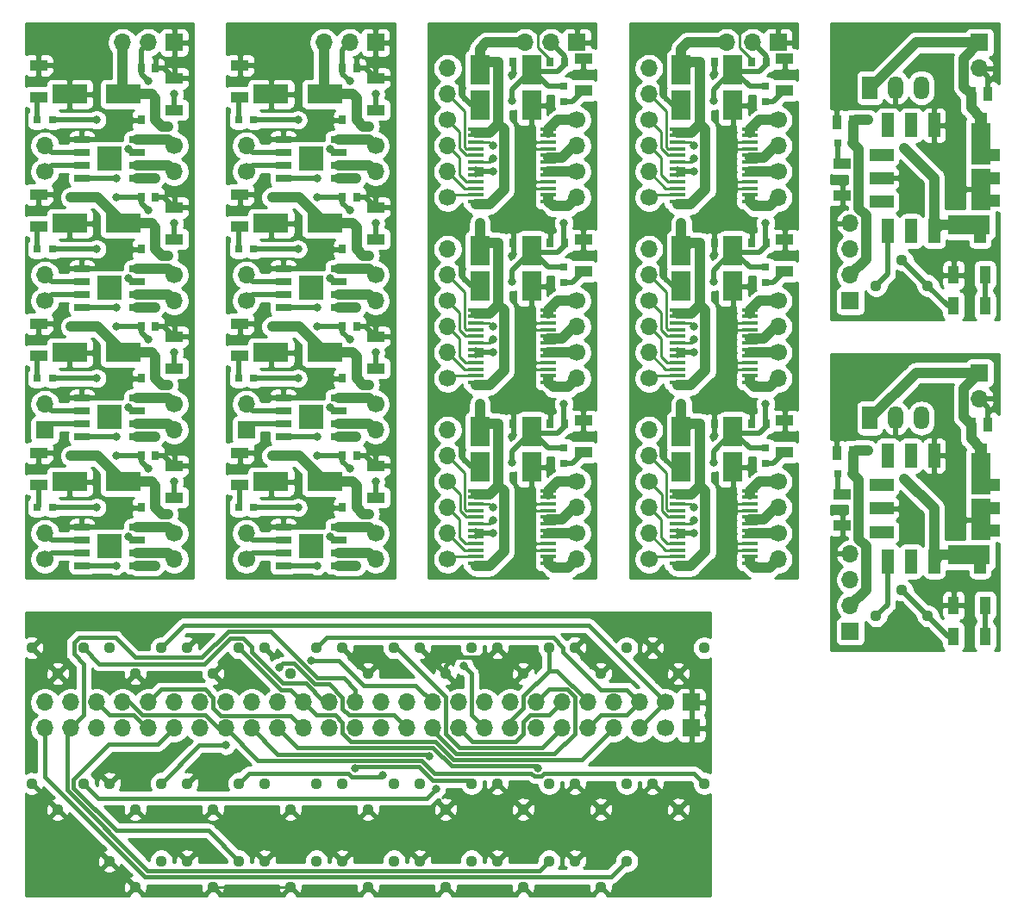
<source format=gtl>
G04 #@! TF.GenerationSoftware,KiCad,Pcbnew,(5.1.8)-1*
G04 #@! TF.CreationDate,2021-05-15T20:45:05+09:00*
G04 #@! TF.ProjectId,test,74657374-2e6b-4696-9361-645f70636258,rev?*
G04 #@! TF.SameCoordinates,PX4c80f60PY7d04650*
G04 #@! TF.FileFunction,Copper,L1,Top*
G04 #@! TF.FilePolarity,Positive*
%FSLAX46Y46*%
G04 Gerber Fmt 4.6, Leading zero omitted, Abs format (unit mm)*
G04 Created by KiCad (PCBNEW (5.1.8)-1) date 2021-05-15 20:45:05*
%MOMM*%
%LPD*%
G01*
G04 APERTURE LIST*
G04 #@! TA.AperFunction,ComponentPad*
%ADD10C,1.120000*%
G04 #@! TD*
G04 #@! TA.AperFunction,ComponentPad*
%ADD11R,1.700000X1.700000*%
G04 #@! TD*
G04 #@! TA.AperFunction,ComponentPad*
%ADD12C,1.700000*%
G04 #@! TD*
G04 #@! TA.AperFunction,ComponentPad*
%ADD13O,1.700000X1.700000*%
G04 #@! TD*
G04 #@! TA.AperFunction,SMDPad,CuDef*
%ADD14R,0.800000X0.800000*%
G04 #@! TD*
G04 #@! TA.AperFunction,ComponentPad*
%ADD15O,1.500000X2.300000*%
G04 #@! TD*
G04 #@! TA.AperFunction,ComponentPad*
%ADD16R,1.500000X2.300000*%
G04 #@! TD*
G04 #@! TA.AperFunction,SMDPad,CuDef*
%ADD17R,0.970000X1.470000*%
G04 #@! TD*
G04 #@! TA.AperFunction,SMDPad,CuDef*
%ADD18R,1.145000X1.000000*%
G04 #@! TD*
G04 #@! TA.AperFunction,SMDPad,CuDef*
%ADD19R,1.000000X1.145000*%
G04 #@! TD*
G04 #@! TA.AperFunction,SMDPad,CuDef*
%ADD20R,2.400000X1.145000*%
G04 #@! TD*
G04 #@! TA.AperFunction,SMDPad,CuDef*
%ADD21R,1.145000X2.400000*%
G04 #@! TD*
G04 #@! TA.AperFunction,SMDPad,CuDef*
%ADD22R,4.190000X1.905000*%
G04 #@! TD*
G04 #@! TA.AperFunction,SMDPad,CuDef*
%ADD23R,1.905000X4.190000*%
G04 #@! TD*
G04 #@! TA.AperFunction,SMDPad,CuDef*
%ADD24R,1.050000X1.800000*%
G04 #@! TD*
G04 #@! TA.AperFunction,SMDPad,CuDef*
%ADD25R,1.800000X1.050000*%
G04 #@! TD*
G04 #@! TA.AperFunction,SMDPad,CuDef*
%ADD26R,1.850000X2.900000*%
G04 #@! TD*
G04 #@! TA.AperFunction,SMDPad,CuDef*
%ADD27R,0.750000X0.940000*%
G04 #@! TD*
G04 #@! TA.AperFunction,SMDPad,CuDef*
%ADD28R,1.525000X0.450000*%
G04 #@! TD*
G04 #@! TA.AperFunction,SMDPad,CuDef*
%ADD29R,1.525000X0.650000*%
G04 #@! TD*
G04 #@! TA.AperFunction,SMDPad,CuDef*
%ADD30R,2.390000X2.390000*%
G04 #@! TD*
G04 #@! TA.AperFunction,SMDPad,CuDef*
%ADD31R,3.500000X1.850000*%
G04 #@! TD*
G04 #@! TA.AperFunction,ViaPad*
%ADD32C,0.800000*%
G04 #@! TD*
G04 #@! TA.AperFunction,Conductor*
%ADD33C,0.500000*%
G04 #@! TD*
G04 #@! TA.AperFunction,Conductor*
%ADD34C,1.000000*%
G04 #@! TD*
G04 #@! TA.AperFunction,Conductor*
%ADD35C,0.250000*%
G04 #@! TD*
G04 #@! TA.AperFunction,Conductor*
%ADD36C,0.400000*%
G04 #@! TD*
G04 #@! TA.AperFunction,NonConductor*
%ADD37C,0.254000*%
G04 #@! TD*
G04 #@! TA.AperFunction,NonConductor*
%ADD38C,0.100000*%
G04 #@! TD*
G04 APERTURE END LIST*
D10*
X52070000Y25045000D03*
X49530000Y22505000D03*
X46990000Y25045000D03*
X62230000Y11710000D03*
X64770000Y9170000D03*
X67310000Y11710000D03*
X36830000Y25045000D03*
X34290000Y22505000D03*
X31750000Y25045000D03*
X21590000Y25045000D03*
X19050000Y22505000D03*
X16510000Y25045000D03*
D11*
X66040000Y17145000D03*
X66040000Y19685000D03*
D12*
X63500000Y19685000D03*
D13*
X60960000Y19685000D03*
X58420000Y19685000D03*
X55880000Y19685000D03*
X53340000Y19685000D03*
X50800000Y19685000D03*
X48260000Y19685000D03*
X45720000Y19685000D03*
X43180000Y19685000D03*
X40640000Y19685000D03*
X38100000Y19685000D03*
X35560000Y19685000D03*
X33020000Y19685000D03*
X30480000Y19685000D03*
X27940000Y19685000D03*
X25400000Y19685000D03*
X22860000Y19685000D03*
X20320000Y19685000D03*
X17780000Y19685000D03*
X15240000Y19685000D03*
X12700000Y19685000D03*
X10160000Y19685000D03*
X7620000Y19685000D03*
X5080000Y19685000D03*
X2540000Y19685000D03*
D10*
X1270000Y25045000D03*
X3810000Y22505000D03*
X6350000Y25045000D03*
D13*
X2540000Y17145000D03*
X5080000Y17145000D03*
X7620000Y17145000D03*
X10160000Y17145000D03*
X12700000Y17145000D03*
X15240000Y17145000D03*
X17780000Y17145000D03*
X20320000Y17145000D03*
X22860000Y17145000D03*
X25400000Y17145000D03*
X27940000Y17145000D03*
X30480000Y17145000D03*
X33020000Y17145000D03*
X35560000Y17145000D03*
X38100000Y17145000D03*
X40640000Y17145000D03*
X43180000Y17145000D03*
X45720000Y17145000D03*
X48260000Y17145000D03*
X50800000Y17145000D03*
X53340000Y17145000D03*
X55880000Y17145000D03*
X58420000Y17145000D03*
X60960000Y17145000D03*
D12*
X63500000Y17145000D03*
D10*
X54610000Y25045000D03*
X57150000Y22505000D03*
X59690000Y25045000D03*
X39370000Y25045000D03*
X41910000Y22505000D03*
X44450000Y25045000D03*
X24130000Y25045000D03*
X26670000Y22505000D03*
X29210000Y25045000D03*
X8890000Y25045000D03*
X11430000Y22505000D03*
X13970000Y25045000D03*
X31750000Y4090000D03*
X34290000Y1550000D03*
X36830000Y4090000D03*
X29210000Y4090000D03*
X26670000Y1550000D03*
X24130000Y4090000D03*
X16510000Y11710000D03*
X19050000Y9170000D03*
X21590000Y11710000D03*
X1270000Y11710000D03*
X3810000Y9170000D03*
X6350000Y11710000D03*
X59690000Y4090000D03*
X57150000Y1550000D03*
X54610000Y4090000D03*
X13970000Y4090000D03*
X11430000Y1550000D03*
X8890000Y4090000D03*
X44450000Y11710000D03*
X41910000Y9170000D03*
X39370000Y11710000D03*
X46990000Y11710000D03*
X49530000Y9170000D03*
X52070000Y11710000D03*
X13970000Y11710000D03*
X11430000Y9170000D03*
X8890000Y11710000D03*
X46990000Y4090000D03*
X49530000Y1550000D03*
X52070000Y4090000D03*
X44450000Y4090000D03*
X41910000Y1550000D03*
X39370000Y4090000D03*
X29210000Y11710000D03*
X26670000Y9170000D03*
X24130000Y11710000D03*
X31750000Y11710000D03*
X34290000Y9170000D03*
X36830000Y11710000D03*
X59690000Y11710000D03*
X57150000Y9170000D03*
X54610000Y11710000D03*
X16510000Y4090000D03*
X19050000Y1550000D03*
X21590000Y4090000D03*
X67310000Y25045000D03*
X64770000Y22505000D03*
X62230000Y25045000D03*
D13*
X81660000Y34290000D03*
X81660000Y31750000D03*
X81660000Y29210000D03*
D11*
X81660000Y26670000D03*
D14*
X80402000Y42164000D03*
X81902000Y42164000D03*
D10*
X89280000Y28168000D03*
X86740000Y30708000D03*
X84200000Y28168000D03*
D15*
X88645000Y47625000D03*
X86105000Y47625000D03*
D16*
X83565000Y47625000D03*
D17*
X93530000Y46990000D03*
X95190000Y46990000D03*
D18*
X94415000Y32835000D03*
D19*
X95815000Y36535000D03*
X95815000Y38735000D03*
X95815000Y41035000D03*
D18*
X94515000Y44635000D03*
D20*
X84715000Y38735000D03*
X84715000Y36435000D03*
D21*
X87625000Y33535000D03*
X87615000Y43935000D03*
X85345000Y43935000D03*
D20*
X84715000Y41035000D03*
D21*
X85345000Y33535000D03*
X89915000Y33535000D03*
D22*
X93315000Y34165000D03*
D23*
X94485000Y37635000D03*
X94485000Y42135000D03*
D21*
X89915000Y43935000D03*
D24*
X94894000Y26162000D03*
X91794000Y26162000D03*
D13*
X94360000Y49530000D03*
D11*
X94360000Y52070000D03*
D25*
X80898000Y37058000D03*
X80898000Y40158000D03*
D24*
X94894000Y29210000D03*
X91794000Y29210000D03*
D17*
X80322000Y44196000D03*
X81982000Y44196000D03*
D13*
X81660000Y66770000D03*
X81660000Y64230000D03*
X81660000Y61690000D03*
D11*
X81660000Y59150000D03*
D14*
X80402000Y74644000D03*
X81902000Y74644000D03*
D10*
X89280000Y60648000D03*
X86740000Y63188000D03*
X84200000Y60648000D03*
D15*
X88645000Y80105000D03*
X86105000Y80105000D03*
D16*
X83565000Y80105000D03*
D17*
X93530000Y79470000D03*
X95190000Y79470000D03*
D18*
X94415000Y65315000D03*
D19*
X95815000Y69015000D03*
X95815000Y71215000D03*
X95815000Y73515000D03*
D18*
X94515000Y77115000D03*
D20*
X84715000Y71215000D03*
X84715000Y68915000D03*
D21*
X87625000Y66015000D03*
X87615000Y76415000D03*
X85345000Y76415000D03*
D20*
X84715000Y73515000D03*
D21*
X85345000Y66015000D03*
X89915000Y66015000D03*
D22*
X93315000Y66645000D03*
D23*
X94485000Y70115000D03*
X94485000Y74615000D03*
D21*
X89915000Y76415000D03*
D24*
X94894000Y58642000D03*
X91794000Y58642000D03*
D13*
X94360000Y82010000D03*
D11*
X94360000Y84550000D03*
D25*
X80898000Y69538000D03*
X80898000Y72638000D03*
D24*
X94894000Y61690000D03*
X91794000Y61690000D03*
D17*
X80322000Y76676000D03*
X81982000Y76676000D03*
D13*
X74580000Y33750000D03*
D12*
X74580000Y36290000D03*
D13*
X74580000Y51530000D03*
D12*
X74580000Y54070000D03*
D13*
X61880000Y74390000D03*
X61880000Y71850000D03*
D12*
X61880000Y69310000D03*
D13*
X61880000Y82010000D03*
X61880000Y79470000D03*
D12*
X61880000Y76930000D03*
D13*
X74580000Y74390000D03*
D12*
X74580000Y76930000D03*
D13*
X69500000Y84550000D03*
X72040000Y84550000D03*
D11*
X74580000Y84550000D03*
D12*
X74580000Y41370000D03*
D13*
X74580000Y38830000D03*
X61880000Y46450000D03*
X61880000Y43910000D03*
D12*
X61880000Y41370000D03*
X61880000Y51530000D03*
D13*
X61880000Y54070000D03*
X61880000Y56610000D03*
X74580000Y56610000D03*
D12*
X74580000Y59150000D03*
X61880000Y33750000D03*
D13*
X61880000Y36290000D03*
X61880000Y38830000D03*
D12*
X61880000Y59150000D03*
D13*
X61880000Y61690000D03*
X61880000Y64230000D03*
D26*
X70135000Y42795000D03*
X70135000Y46295000D03*
D25*
X75215000Y65145000D03*
X75215000Y62045000D03*
D14*
X73310000Y44660000D03*
X73310000Y43160000D03*
D27*
X66895000Y47085000D03*
X68295000Y47085000D03*
D26*
X70135000Y60575000D03*
X70135000Y64075000D03*
D28*
X64668000Y68910000D03*
X64668000Y69560000D03*
X64668000Y70210000D03*
X64668000Y70860000D03*
X64668000Y71510000D03*
X64668000Y72160000D03*
X64668000Y72810000D03*
X64668000Y73460000D03*
X64668000Y74110000D03*
X64668000Y74760000D03*
X64668000Y75410000D03*
X64668000Y76060000D03*
X71792000Y76060000D03*
X71792000Y75410000D03*
X71792000Y74760000D03*
X71792000Y74110000D03*
X71792000Y73460000D03*
X71792000Y72810000D03*
X71792000Y72160000D03*
X71792000Y71510000D03*
X71792000Y70860000D03*
X71792000Y70210000D03*
X71792000Y69560000D03*
X71792000Y68910000D03*
D25*
X75215000Y47365000D03*
X75215000Y44265000D03*
D14*
X73310000Y78720000D03*
X73310000Y80220000D03*
D25*
X75215000Y79825000D03*
X75215000Y82925000D03*
D28*
X71792000Y51130000D03*
X71792000Y51780000D03*
X71792000Y52430000D03*
X71792000Y53080000D03*
X71792000Y53730000D03*
X71792000Y54380000D03*
X71792000Y55030000D03*
X71792000Y55680000D03*
X71792000Y56330000D03*
X71792000Y56980000D03*
X71792000Y57630000D03*
X71792000Y58280000D03*
X64668000Y58280000D03*
X64668000Y57630000D03*
X64668000Y56980000D03*
X64668000Y56330000D03*
X64668000Y55680000D03*
X64668000Y55030000D03*
X64668000Y54380000D03*
X64668000Y53730000D03*
X64668000Y53080000D03*
X64668000Y52430000D03*
X64668000Y51780000D03*
X64668000Y51130000D03*
D14*
X73310000Y62440000D03*
X73310000Y60940000D03*
D28*
X64668000Y33350000D03*
X64668000Y34000000D03*
X64668000Y34650000D03*
X64668000Y35300000D03*
X64668000Y35950000D03*
X64668000Y36600000D03*
X64668000Y37250000D03*
X64668000Y37900000D03*
X64668000Y38550000D03*
X64668000Y39200000D03*
X64668000Y39850000D03*
X64668000Y40500000D03*
X71792000Y40500000D03*
X71792000Y39850000D03*
X71792000Y39200000D03*
X71792000Y38550000D03*
X71792000Y37900000D03*
X71792000Y37250000D03*
X71792000Y36600000D03*
X71792000Y35950000D03*
X71792000Y35300000D03*
X71792000Y34650000D03*
X71792000Y34000000D03*
X71792000Y33350000D03*
D26*
X70135000Y81855000D03*
X70135000Y78355000D03*
D27*
X66895000Y82645000D03*
X68295000Y82645000D03*
X71975000Y82645000D03*
X73375000Y82645000D03*
D26*
X65055000Y81855000D03*
X65055000Y78355000D03*
D27*
X71975000Y47085000D03*
X73375000Y47085000D03*
D26*
X65055000Y46295000D03*
X65055000Y42795000D03*
D27*
X71975000Y64865000D03*
X73375000Y64865000D03*
D26*
X65055000Y60575000D03*
X65055000Y64075000D03*
D27*
X66895000Y64865000D03*
X68295000Y64865000D03*
D12*
X74580000Y71850000D03*
D13*
X74580000Y69310000D03*
X54800000Y33750000D03*
D12*
X54800000Y36290000D03*
D13*
X54800000Y51530000D03*
D12*
X54800000Y54070000D03*
D13*
X42100000Y74390000D03*
X42100000Y71850000D03*
D12*
X42100000Y69310000D03*
D13*
X42100000Y82010000D03*
X42100000Y79470000D03*
D12*
X42100000Y76930000D03*
D13*
X54800000Y74390000D03*
D12*
X54800000Y76930000D03*
D13*
X49720000Y84550000D03*
X52260000Y84550000D03*
D11*
X54800000Y84550000D03*
D12*
X54800000Y41370000D03*
D13*
X54800000Y38830000D03*
X42100000Y46450000D03*
X42100000Y43910000D03*
D12*
X42100000Y41370000D03*
X42100000Y51530000D03*
D13*
X42100000Y54070000D03*
X42100000Y56610000D03*
X54800000Y56610000D03*
D12*
X54800000Y59150000D03*
X42100000Y33750000D03*
D13*
X42100000Y36290000D03*
X42100000Y38830000D03*
D12*
X42100000Y59150000D03*
D13*
X42100000Y61690000D03*
X42100000Y64230000D03*
D26*
X50355000Y42795000D03*
X50355000Y46295000D03*
D25*
X55435000Y65145000D03*
X55435000Y62045000D03*
D14*
X53530000Y44660000D03*
X53530000Y43160000D03*
D27*
X47115000Y47085000D03*
X48515000Y47085000D03*
D26*
X50355000Y60575000D03*
X50355000Y64075000D03*
D28*
X44888000Y68910000D03*
X44888000Y69560000D03*
X44888000Y70210000D03*
X44888000Y70860000D03*
X44888000Y71510000D03*
X44888000Y72160000D03*
X44888000Y72810000D03*
X44888000Y73460000D03*
X44888000Y74110000D03*
X44888000Y74760000D03*
X44888000Y75410000D03*
X44888000Y76060000D03*
X52012000Y76060000D03*
X52012000Y75410000D03*
X52012000Y74760000D03*
X52012000Y74110000D03*
X52012000Y73460000D03*
X52012000Y72810000D03*
X52012000Y72160000D03*
X52012000Y71510000D03*
X52012000Y70860000D03*
X52012000Y70210000D03*
X52012000Y69560000D03*
X52012000Y68910000D03*
D25*
X55435000Y47365000D03*
X55435000Y44265000D03*
D14*
X53530000Y78720000D03*
X53530000Y80220000D03*
D25*
X55435000Y79825000D03*
X55435000Y82925000D03*
D28*
X52012000Y51130000D03*
X52012000Y51780000D03*
X52012000Y52430000D03*
X52012000Y53080000D03*
X52012000Y53730000D03*
X52012000Y54380000D03*
X52012000Y55030000D03*
X52012000Y55680000D03*
X52012000Y56330000D03*
X52012000Y56980000D03*
X52012000Y57630000D03*
X52012000Y58280000D03*
X44888000Y58280000D03*
X44888000Y57630000D03*
X44888000Y56980000D03*
X44888000Y56330000D03*
X44888000Y55680000D03*
X44888000Y55030000D03*
X44888000Y54380000D03*
X44888000Y53730000D03*
X44888000Y53080000D03*
X44888000Y52430000D03*
X44888000Y51780000D03*
X44888000Y51130000D03*
D14*
X53530000Y62440000D03*
X53530000Y60940000D03*
D28*
X44888000Y33350000D03*
X44888000Y34000000D03*
X44888000Y34650000D03*
X44888000Y35300000D03*
X44888000Y35950000D03*
X44888000Y36600000D03*
X44888000Y37250000D03*
X44888000Y37900000D03*
X44888000Y38550000D03*
X44888000Y39200000D03*
X44888000Y39850000D03*
X44888000Y40500000D03*
X52012000Y40500000D03*
X52012000Y39850000D03*
X52012000Y39200000D03*
X52012000Y38550000D03*
X52012000Y37900000D03*
X52012000Y37250000D03*
X52012000Y36600000D03*
X52012000Y35950000D03*
X52012000Y35300000D03*
X52012000Y34650000D03*
X52012000Y34000000D03*
X52012000Y33350000D03*
D26*
X50355000Y81855000D03*
X50355000Y78355000D03*
D27*
X47115000Y82645000D03*
X48515000Y82645000D03*
X52195000Y82645000D03*
X53595000Y82645000D03*
D26*
X45275000Y81855000D03*
X45275000Y78355000D03*
D27*
X52195000Y47085000D03*
X53595000Y47085000D03*
D26*
X45275000Y46295000D03*
X45275000Y42795000D03*
D27*
X52195000Y64865000D03*
X53595000Y64865000D03*
D26*
X45275000Y60575000D03*
X45275000Y64075000D03*
D27*
X47115000Y64865000D03*
X48515000Y64865000D03*
D12*
X54800000Y71850000D03*
D13*
X54800000Y69310000D03*
D14*
X21570000Y76930000D03*
X23070000Y76930000D03*
D25*
X35020000Y68320000D03*
X35020000Y65220000D03*
X21685000Y79190000D03*
X21685000Y82290000D03*
X35020000Y42920000D03*
X35020000Y39820000D03*
X35020000Y77920000D03*
X35020000Y81020000D03*
D14*
X21570000Y38830000D03*
X23070000Y38830000D03*
X23070000Y64230000D03*
X21570000Y64230000D03*
D27*
X33180000Y43910000D03*
X31780000Y43910000D03*
X31780000Y51530000D03*
X33180000Y51530000D03*
D25*
X35020000Y52520000D03*
X35020000Y55620000D03*
X21685000Y53790000D03*
X21685000Y56890000D03*
D27*
X31780000Y38830000D03*
X33180000Y38830000D03*
D29*
X25958000Y49625000D03*
X25958000Y48355000D03*
X25958000Y47085000D03*
X25958000Y45815000D03*
X31382000Y45815000D03*
X31382000Y47085000D03*
X31382000Y48355000D03*
X31382000Y49625000D03*
D30*
X28670000Y47720000D03*
X28670000Y73120000D03*
D29*
X31382000Y75025000D03*
X31382000Y73755000D03*
X31382000Y72485000D03*
X31382000Y71215000D03*
X25958000Y71215000D03*
X25958000Y72485000D03*
X25958000Y73755000D03*
X25958000Y75025000D03*
D14*
X23070000Y51530000D03*
X21570000Y51530000D03*
D25*
X21685000Y44190000D03*
X21685000Y41090000D03*
D27*
X31780000Y64230000D03*
X33180000Y64230000D03*
X33180000Y76930000D03*
X31780000Y76930000D03*
D31*
X30050000Y79470000D03*
X24750000Y79470000D03*
D25*
X21685000Y69590000D03*
X21685000Y66490000D03*
D12*
X35020000Y74390000D03*
D13*
X35020000Y71850000D03*
D27*
X31780000Y56610000D03*
X33180000Y56610000D03*
D11*
X35020000Y84550000D03*
D13*
X32480000Y84550000D03*
X29940000Y84550000D03*
D12*
X35020000Y48990000D03*
D13*
X35020000Y46450000D03*
X35020000Y33750000D03*
D12*
X35020000Y36290000D03*
D11*
X22320000Y46450000D03*
D13*
X22320000Y48990000D03*
D12*
X22320000Y71850000D03*
D13*
X22320000Y74390000D03*
D31*
X24750000Y54070000D03*
X30050000Y54070000D03*
D13*
X22320000Y36290000D03*
D12*
X22320000Y33750000D03*
D13*
X22320000Y61690000D03*
D12*
X22320000Y59150000D03*
D31*
X30050000Y66770000D03*
X24750000Y66770000D03*
D29*
X25958000Y36925000D03*
X25958000Y35655000D03*
X25958000Y34385000D03*
X25958000Y33115000D03*
X31382000Y33115000D03*
X31382000Y34385000D03*
X31382000Y35655000D03*
X31382000Y36925000D03*
D30*
X28670000Y35020000D03*
D27*
X31780000Y69310000D03*
X33180000Y69310000D03*
D13*
X35020000Y59150000D03*
D12*
X35020000Y61690000D03*
D27*
X31780000Y82010000D03*
X33180000Y82010000D03*
D30*
X28670000Y60420000D03*
D29*
X31382000Y62325000D03*
X31382000Y61055000D03*
X31382000Y59785000D03*
X31382000Y58515000D03*
X25958000Y58515000D03*
X25958000Y59785000D03*
X25958000Y61055000D03*
X25958000Y62325000D03*
D31*
X30050000Y41370000D03*
X24750000Y41370000D03*
D13*
X10160000Y84550000D03*
X12700000Y84550000D03*
D11*
X15240000Y84550000D03*
D13*
X15240000Y71850000D03*
D12*
X15240000Y74390000D03*
D13*
X15240000Y46450000D03*
D12*
X15240000Y48990000D03*
X15240000Y36290000D03*
D13*
X15240000Y33750000D03*
D12*
X2540000Y33750000D03*
D13*
X2540000Y36290000D03*
X2540000Y48990000D03*
D11*
X2540000Y46450000D03*
D12*
X2540000Y59150000D03*
D13*
X2540000Y61690000D03*
D12*
X15240000Y61690000D03*
D13*
X15240000Y59150000D03*
D27*
X13400000Y56610000D03*
X12000000Y56610000D03*
X13400000Y69310000D03*
X12000000Y69310000D03*
D13*
X2540000Y74390000D03*
D12*
X2540000Y71850000D03*
D27*
X13400000Y82010000D03*
X12000000Y82010000D03*
D30*
X8890000Y35020000D03*
D29*
X11602000Y36925000D03*
X11602000Y35655000D03*
X11602000Y34385000D03*
X11602000Y33115000D03*
X6178000Y33115000D03*
X6178000Y34385000D03*
X6178000Y35655000D03*
X6178000Y36925000D03*
D31*
X10270000Y54070000D03*
X4970000Y54070000D03*
X4970000Y66770000D03*
X10270000Y66770000D03*
D29*
X6178000Y62325000D03*
X6178000Y61055000D03*
X6178000Y59785000D03*
X6178000Y58515000D03*
X11602000Y58515000D03*
X11602000Y59785000D03*
X11602000Y61055000D03*
X11602000Y62325000D03*
D30*
X8890000Y60420000D03*
D31*
X4970000Y41370000D03*
X10270000Y41370000D03*
D30*
X8890000Y47720000D03*
D29*
X11602000Y49625000D03*
X11602000Y48355000D03*
X11602000Y47085000D03*
X11602000Y45815000D03*
X6178000Y45815000D03*
X6178000Y47085000D03*
X6178000Y48355000D03*
X6178000Y49625000D03*
D27*
X12000000Y76930000D03*
X13400000Y76930000D03*
D31*
X4970000Y79470000D03*
X10270000Y79470000D03*
D14*
X3290000Y76930000D03*
X1790000Y76930000D03*
D29*
X6178000Y75025000D03*
X6178000Y73755000D03*
X6178000Y72485000D03*
X6178000Y71215000D03*
X11602000Y71215000D03*
X11602000Y72485000D03*
X11602000Y73755000D03*
X11602000Y75025000D03*
D30*
X8890000Y73120000D03*
D25*
X1905000Y82290000D03*
X1905000Y79190000D03*
D27*
X13400000Y51530000D03*
X12000000Y51530000D03*
D25*
X15240000Y55620000D03*
X15240000Y52520000D03*
X15240000Y39820000D03*
X15240000Y42920000D03*
X15240000Y65220000D03*
X15240000Y68320000D03*
X15240000Y81020000D03*
X15240000Y77920000D03*
D14*
X1790000Y51530000D03*
X3290000Y51530000D03*
D25*
X1905000Y41090000D03*
X1905000Y44190000D03*
X1905000Y56890000D03*
X1905000Y53790000D03*
D14*
X3290000Y38830000D03*
X1790000Y38830000D03*
D27*
X13400000Y64230000D03*
X12000000Y64230000D03*
D25*
X1905000Y66490000D03*
X1905000Y69590000D03*
D14*
X1790000Y64230000D03*
X3290000Y64230000D03*
D27*
X13400000Y38830000D03*
X12000000Y38830000D03*
X12000000Y43910000D03*
X13400000Y43910000D03*
D32*
X9525000Y56610000D03*
X12700000Y80740000D03*
X9525000Y43910000D03*
X12700000Y42640000D03*
X7620000Y51530000D03*
X12700000Y68040000D03*
X7620000Y64230000D03*
X9525000Y69310000D03*
X9525000Y71215000D03*
X12700000Y55340000D03*
X9525000Y45815000D03*
X9525000Y58515000D03*
X9525000Y33115000D03*
X7620000Y76930000D03*
X7620000Y38830000D03*
X8255000Y62960000D03*
X1905000Y55340000D03*
X10795000Y51530000D03*
X1905000Y42640000D03*
X7620000Y82010000D03*
X10795000Y38830000D03*
X8255000Y75660000D03*
X10795000Y64230000D03*
X1905000Y68040000D03*
X10795000Y76930000D03*
X8255000Y50260000D03*
X1905000Y80740000D03*
X10754245Y74106086D03*
X15240000Y79470000D03*
X10754245Y61406086D03*
X15240000Y66770000D03*
X10754245Y48706086D03*
X15240000Y54070000D03*
X10754245Y36006086D03*
X15240000Y41370000D03*
X14605000Y76295000D03*
X14605000Y63595000D03*
X13335000Y71215000D03*
X13335000Y58515000D03*
X14605000Y38195000D03*
X13335000Y33115000D03*
X5080000Y69310000D03*
X5080000Y56610000D03*
X14605000Y50895000D03*
X13335000Y45815000D03*
X5080000Y43910000D03*
X29305000Y45815000D03*
X32480000Y55340000D03*
X27400000Y76930000D03*
X32480000Y42640000D03*
X27400000Y51530000D03*
X29305000Y69310000D03*
X30575000Y38830000D03*
X21685000Y68040000D03*
X28035000Y50260000D03*
X35020000Y79470000D03*
X34385000Y63595000D03*
X33115000Y71215000D03*
X33115000Y58515000D03*
X24860000Y69310000D03*
X24860000Y56610000D03*
X30534245Y74106086D03*
X21685000Y80740000D03*
X34385000Y76295000D03*
X21685000Y55340000D03*
X27400000Y38830000D03*
X30534245Y61406086D03*
X30575000Y51530000D03*
X29305000Y43910000D03*
X28035000Y75660000D03*
X30534245Y36006086D03*
X35020000Y66770000D03*
X35020000Y54070000D03*
X34385000Y38195000D03*
X32480000Y80740000D03*
X29305000Y58515000D03*
X29305000Y56610000D03*
X28035000Y62960000D03*
X21685000Y42640000D03*
X27400000Y82010000D03*
X27400000Y64230000D03*
X29305000Y33115000D03*
X30575000Y76930000D03*
X32480000Y68040000D03*
X35020000Y41370000D03*
X30534245Y48706086D03*
X33115000Y33115000D03*
X29305000Y71215000D03*
X30575000Y64230000D03*
X33115000Y45815000D03*
X34385000Y50895000D03*
X24860000Y43910000D03*
X48450000Y45815000D03*
X55435000Y63595000D03*
X55435000Y81375000D03*
X55435000Y66770000D03*
X47815000Y66770000D03*
X48450000Y63595000D03*
X40830000Y49625000D03*
X49720000Y32480000D03*
X56070000Y32480000D03*
X46545000Y73120000D03*
X55435000Y48990000D03*
X40830000Y85820000D03*
X40830000Y67405000D03*
X46545000Y37560000D03*
X55435000Y45815000D03*
X46545000Y55340000D03*
X42735000Y84550000D03*
X49720000Y49625000D03*
X48450000Y81375000D03*
X45275000Y66770000D03*
X45275000Y48990000D03*
X48450000Y61055000D03*
X46545000Y36290000D03*
X53530000Y66770000D03*
X48450000Y78835000D03*
X46545000Y54070000D03*
X53530000Y48990000D03*
X48450000Y43275000D03*
X46545000Y71850000D03*
X46545000Y74390000D03*
X46545000Y56610000D03*
X46545000Y38830000D03*
X68230000Y45815000D03*
X75215000Y63595000D03*
X75215000Y81375000D03*
X75215000Y66770000D03*
X67595000Y66770000D03*
X68230000Y63595000D03*
X60610000Y49625000D03*
X69500000Y32480000D03*
X75850000Y32480000D03*
X66325000Y73120000D03*
X75215000Y48990000D03*
X60610000Y85820000D03*
X60610000Y67405000D03*
X66325000Y37560000D03*
X75215000Y45815000D03*
X66325000Y55340000D03*
X62515000Y84550000D03*
X69500000Y49625000D03*
X68230000Y81375000D03*
X65055000Y66770000D03*
X65055000Y48990000D03*
X68230000Y61055000D03*
X66325000Y36290000D03*
X73310000Y66770000D03*
X68230000Y78835000D03*
X66325000Y54070000D03*
X73310000Y48990000D03*
X68230000Y43275000D03*
X66325000Y71850000D03*
X66325000Y74390000D03*
X66325000Y56610000D03*
X66325000Y38830000D03*
X84200000Y84550000D03*
X81660000Y84550000D03*
X92074000Y63976000D03*
X90550000Y82010000D03*
X91820000Y73120000D03*
X85470000Y57880000D03*
X86740000Y72358000D03*
X91820000Y69310000D03*
X88010000Y57880000D03*
X83438000Y76930000D03*
X86994000Y74136000D03*
X84200000Y52070000D03*
X81660000Y52070000D03*
X92074000Y31496000D03*
X90550000Y49530000D03*
X91820000Y40640000D03*
X85470000Y25400000D03*
X86740000Y39878000D03*
X91820000Y36830000D03*
X88010000Y25400000D03*
X83438000Y44450000D03*
X86994000Y41656000D03*
X43686600Y23268400D03*
X40976900Y11166200D03*
X20310200Y15450100D03*
X25546300Y23107700D03*
X35733900Y12521300D03*
X32979000Y13188500D03*
X50977900Y13210200D03*
X40314500Y14385700D03*
X28708500Y23817000D03*
X20955000Y13970000D03*
D33*
X12000000Y81440000D02*
X12700000Y80740000D01*
X12000000Y82010000D02*
X12000000Y81440000D01*
X9525000Y69310000D02*
X12000000Y69310000D01*
X12000000Y68740000D02*
X12700000Y68040000D01*
X12000000Y69310000D02*
X12000000Y68740000D01*
X9525000Y58515000D02*
X6178000Y58515000D01*
X12000000Y83850000D02*
X12000000Y82010000D01*
X9525000Y71215000D02*
X6178000Y71215000D01*
X12700000Y84550000D02*
X12000000Y83850000D01*
X9525000Y43910000D02*
X12000000Y43910000D01*
X12000000Y56040000D02*
X12700000Y55340000D01*
X12000000Y43910000D02*
X12000000Y43340000D01*
X7620000Y38830000D02*
X3290000Y38830000D01*
X9525000Y56610000D02*
X12000000Y56610000D01*
X9525000Y33115000D02*
X6178000Y33115000D01*
X12000000Y56610000D02*
X12000000Y56040000D01*
X7620000Y76930000D02*
X3290000Y76930000D01*
X7620000Y64230000D02*
X3290000Y64230000D01*
X12000000Y43340000D02*
X12700000Y42640000D01*
X9525000Y45815000D02*
X6178000Y45815000D01*
X7620000Y51530000D02*
X3290000Y51530000D01*
X14250000Y69310000D02*
X15240000Y68320000D01*
X14250000Y82010000D02*
X15240000Y81020000D01*
X13400000Y82010000D02*
X14250000Y82010000D01*
X13400000Y69310000D02*
X14250000Y69310000D01*
X13400000Y56610000D02*
X14250000Y56610000D01*
X13400000Y43910000D02*
X14250000Y43910000D01*
X14250000Y43910000D02*
X15240000Y42920000D01*
X14250000Y56610000D02*
X15240000Y55620000D01*
X1790000Y76930000D02*
X1790000Y79075000D01*
X1790000Y79075000D02*
X1905000Y79190000D01*
X1790000Y64230000D02*
X1790000Y66375000D01*
X1790000Y66375000D02*
X1905000Y66490000D01*
X1790000Y51530000D02*
X1790000Y53675000D01*
X1790000Y53675000D02*
X1905000Y53790000D01*
X1905000Y41090000D02*
X1905000Y38945000D01*
X1905000Y38945000D02*
X1790000Y38830000D01*
X6178000Y72485000D02*
X3175000Y72485000D01*
X3175000Y72485000D02*
X2540000Y71850000D01*
X6178000Y73755000D02*
X3175000Y73755000D01*
X3175000Y73755000D02*
X2540000Y74390000D01*
X3175000Y61055000D02*
X6178000Y61055000D01*
X2540000Y61690000D02*
X3175000Y61055000D01*
X3175000Y59785000D02*
X6178000Y59785000D01*
X2540000Y59150000D02*
X3175000Y59785000D01*
X3175000Y47085000D02*
X2540000Y46450000D01*
X6178000Y47085000D02*
X3175000Y47085000D01*
X2540000Y48990000D02*
X3175000Y48355000D01*
X3175000Y48355000D02*
X6178000Y48355000D01*
X2540000Y36290000D02*
X3175000Y35655000D01*
X3175000Y35655000D02*
X6178000Y35655000D01*
X6178000Y34385000D02*
X3175000Y34385000D01*
X3175000Y34385000D02*
X2540000Y33750000D01*
D34*
X14605000Y75025000D02*
X11602000Y75025000D01*
X15240000Y74390000D02*
X14605000Y75025000D01*
X15240000Y71850000D02*
X14605000Y72485000D01*
X14605000Y72485000D02*
X11602000Y72485000D01*
X14605000Y59785000D02*
X11602000Y59785000D01*
X15240000Y59150000D02*
X14605000Y59785000D01*
X14605000Y62325000D02*
X11602000Y62325000D01*
X15240000Y61690000D02*
X14605000Y62325000D01*
X14605000Y49625000D02*
X11602000Y49625000D01*
X15240000Y48990000D02*
X14605000Y49625000D01*
X14605000Y47085000D02*
X11602000Y47085000D01*
X15240000Y46450000D02*
X14605000Y47085000D01*
X14605000Y34385000D02*
X11602000Y34385000D01*
X15240000Y33750000D02*
X14605000Y34385000D01*
X15240000Y36290000D02*
X14605000Y36925000D01*
X14605000Y36925000D02*
X11602000Y36925000D01*
D33*
X11105331Y73755000D02*
X10754245Y74106086D01*
X15240000Y79470000D02*
X15240000Y77920000D01*
X11602000Y73755000D02*
X11105331Y73755000D01*
X11602000Y61055000D02*
X11105331Y61055000D01*
X15240000Y66770000D02*
X15240000Y65220000D01*
X11105331Y61055000D02*
X10754245Y61406086D01*
X11105331Y48355000D02*
X10754245Y48706086D01*
X11602000Y48355000D02*
X11105331Y48355000D01*
X15240000Y54070000D02*
X15240000Y52520000D01*
X11602000Y35655000D02*
X11105331Y35655000D01*
X15240000Y41370000D02*
X15240000Y39820000D01*
X11105331Y35655000D02*
X10754245Y36006086D01*
D34*
X10160000Y84550000D02*
X10160000Y79580000D01*
X13400000Y79090000D02*
X13400000Y76930000D01*
X10160000Y79580000D02*
X10270000Y79470000D01*
X13020000Y79470000D02*
X13400000Y79090000D01*
X14035000Y76295000D02*
X14605000Y76295000D01*
X10270000Y79470000D02*
X13020000Y79470000D01*
X13400000Y76930000D02*
X14035000Y76295000D01*
X14035000Y63595000D02*
X14605000Y63595000D01*
X10270000Y41370000D02*
X13020000Y41370000D01*
X10270000Y54070000D02*
X13020000Y54070000D01*
X13020000Y66770000D02*
X13400000Y66390000D01*
X14035000Y38195000D02*
X14605000Y38195000D01*
X10270000Y66770000D02*
X13020000Y66770000D01*
X14035000Y50895000D02*
X14605000Y50895000D01*
X13335000Y45815000D02*
X11602000Y45815000D01*
X13400000Y64230000D02*
X14035000Y63595000D01*
X5080000Y56610000D02*
X7730000Y56610000D01*
X13020000Y41370000D02*
X13400000Y40990000D01*
X13400000Y51530000D02*
X14035000Y50895000D01*
X13400000Y66390000D02*
X13400000Y64230000D01*
X13335000Y33115000D02*
X11602000Y33115000D01*
X13400000Y40990000D02*
X13400000Y38830000D01*
X13335000Y58515000D02*
X11602000Y58515000D01*
X7730000Y43910000D02*
X10270000Y41370000D01*
X13020000Y54070000D02*
X13400000Y53690000D01*
X5080000Y43910000D02*
X7730000Y43910000D01*
X13400000Y38830000D02*
X14035000Y38195000D01*
X13335000Y71215000D02*
X11602000Y71215000D01*
X7730000Y56610000D02*
X10270000Y54070000D01*
X13400000Y53690000D02*
X13400000Y51530000D01*
X5080000Y69310000D02*
X7730000Y69310000D01*
X7730000Y69310000D02*
X10270000Y66770000D01*
X27510000Y56610000D02*
X30050000Y54070000D01*
X27510000Y69310000D02*
X30050000Y66770000D01*
X33180000Y53690000D02*
X33180000Y51530000D01*
X24860000Y69310000D02*
X27510000Y69310000D01*
D33*
X33180000Y56610000D02*
X34030000Y56610000D01*
X33180000Y69310000D02*
X34030000Y69310000D01*
X21570000Y66375000D02*
X21685000Y66490000D01*
X29305000Y33115000D02*
X25958000Y33115000D01*
X34030000Y56610000D02*
X35020000Y55620000D01*
X31780000Y43340000D02*
X32480000Y42640000D01*
D34*
X35020000Y71850000D02*
X34385000Y72485000D01*
D33*
X34030000Y43910000D02*
X35020000Y42920000D01*
X25958000Y34385000D02*
X22955000Y34385000D01*
D34*
X34385000Y59785000D02*
X31382000Y59785000D01*
D33*
X27400000Y76930000D02*
X23070000Y76930000D01*
X33180000Y82010000D02*
X34030000Y82010000D01*
X21570000Y64230000D02*
X21570000Y66375000D01*
X27400000Y51530000D02*
X23070000Y51530000D01*
X21570000Y79075000D02*
X21685000Y79190000D01*
X22320000Y61690000D02*
X22955000Y61055000D01*
X22955000Y61055000D02*
X25958000Y61055000D01*
X31382000Y35655000D02*
X30885331Y35655000D01*
X25958000Y72485000D02*
X22955000Y72485000D01*
D34*
X34385000Y72485000D02*
X31382000Y72485000D01*
D33*
X35020000Y41370000D02*
X35020000Y39820000D01*
D34*
X32800000Y79470000D02*
X33180000Y79090000D01*
D33*
X22955000Y47085000D02*
X22320000Y46450000D01*
X22320000Y36290000D02*
X22955000Y35655000D01*
D34*
X34385000Y49625000D02*
X31382000Y49625000D01*
D33*
X22320000Y48990000D02*
X22955000Y48355000D01*
X22955000Y59785000D02*
X25958000Y59785000D01*
D34*
X33815000Y76295000D02*
X34385000Y76295000D01*
X35020000Y36290000D02*
X34385000Y36925000D01*
X29940000Y79580000D02*
X30050000Y79470000D01*
D33*
X31382000Y48355000D02*
X30885331Y48355000D01*
X33180000Y43910000D02*
X34030000Y43910000D01*
X29305000Y45815000D02*
X25958000Y45815000D01*
D34*
X33180000Y79090000D02*
X33180000Y76930000D01*
D33*
X30885331Y48355000D02*
X30534245Y48706086D01*
X27400000Y64230000D02*
X23070000Y64230000D01*
D34*
X29940000Y84550000D02*
X29940000Y79580000D01*
D33*
X30885331Y73755000D02*
X30534245Y74106086D01*
X31780000Y56610000D02*
X31780000Y56040000D01*
X31382000Y61055000D02*
X30885331Y61055000D01*
D34*
X34385000Y75025000D02*
X31382000Y75025000D01*
X34385000Y36925000D02*
X31382000Y36925000D01*
X34385000Y34385000D02*
X31382000Y34385000D01*
D33*
X29305000Y56610000D02*
X31780000Y56610000D01*
X35020000Y54070000D02*
X35020000Y52520000D01*
X22955000Y72485000D02*
X22320000Y71850000D01*
D34*
X30050000Y41370000D02*
X32800000Y41370000D01*
X33815000Y38195000D02*
X34385000Y38195000D01*
X35020000Y59150000D02*
X34385000Y59785000D01*
D33*
X30885331Y61055000D02*
X30534245Y61406086D01*
X22320000Y59150000D02*
X22955000Y59785000D01*
X21685000Y38945000D02*
X21570000Y38830000D01*
D34*
X33815000Y50895000D02*
X34385000Y50895000D01*
D33*
X21570000Y51530000D02*
X21570000Y53675000D01*
X22955000Y48355000D02*
X25958000Y48355000D01*
X31382000Y73755000D02*
X30885331Y73755000D01*
D34*
X24860000Y56610000D02*
X27510000Y56610000D01*
X32800000Y41370000D02*
X33180000Y40990000D01*
X35020000Y48990000D02*
X34385000Y49625000D01*
X34385000Y62325000D02*
X31382000Y62325000D01*
X33115000Y33115000D02*
X31382000Y33115000D01*
D33*
X35020000Y79470000D02*
X35020000Y77920000D01*
X22955000Y35655000D02*
X25958000Y35655000D01*
X21685000Y41090000D02*
X21685000Y38945000D01*
D34*
X27510000Y43910000D02*
X30050000Y41370000D01*
X32800000Y54070000D02*
X33180000Y53690000D01*
D33*
X22955000Y73755000D02*
X22320000Y74390000D01*
D34*
X33180000Y51530000D02*
X33815000Y50895000D01*
D33*
X35020000Y66770000D02*
X35020000Y65220000D01*
D34*
X33115000Y45815000D02*
X31382000Y45815000D01*
X33115000Y58515000D02*
X31382000Y58515000D01*
X33180000Y40990000D02*
X33180000Y38830000D01*
X30050000Y79470000D02*
X32800000Y79470000D01*
X35020000Y74390000D02*
X34385000Y75025000D01*
D33*
X21570000Y53675000D02*
X21685000Y53790000D01*
D34*
X30050000Y66770000D02*
X32800000Y66770000D01*
X24860000Y43910000D02*
X27510000Y43910000D01*
X30050000Y54070000D02*
X32800000Y54070000D01*
D33*
X25958000Y73755000D02*
X22955000Y73755000D01*
D34*
X35020000Y46450000D02*
X34385000Y47085000D01*
X32800000Y66770000D02*
X33180000Y66390000D01*
X34385000Y47085000D02*
X31382000Y47085000D01*
X35020000Y61690000D02*
X34385000Y62325000D01*
X33180000Y64230000D02*
X33815000Y63595000D01*
X33180000Y38830000D02*
X33815000Y38195000D01*
X33115000Y71215000D02*
X31382000Y71215000D01*
D33*
X30885331Y35655000D02*
X30534245Y36006086D01*
D34*
X35020000Y33750000D02*
X34385000Y34385000D01*
D33*
X25958000Y47085000D02*
X22955000Y47085000D01*
D34*
X33815000Y63595000D02*
X34385000Y63595000D01*
X33180000Y66390000D02*
X33180000Y64230000D01*
D33*
X22955000Y34385000D02*
X22320000Y33750000D01*
D34*
X33180000Y76930000D02*
X33815000Y76295000D01*
D33*
X31780000Y82010000D02*
X31780000Y81440000D01*
X31780000Y43910000D02*
X31780000Y43340000D01*
X31780000Y56040000D02*
X32480000Y55340000D01*
X29305000Y69310000D02*
X31780000Y69310000D01*
X31780000Y68740000D02*
X32480000Y68040000D01*
X29305000Y58515000D02*
X25958000Y58515000D01*
X31780000Y69310000D02*
X31780000Y68740000D01*
X34030000Y69310000D02*
X35020000Y68320000D01*
X27400000Y38830000D02*
X23070000Y38830000D01*
X34030000Y82010000D02*
X35020000Y81020000D01*
X21570000Y76930000D02*
X21570000Y79075000D01*
X29305000Y71215000D02*
X25958000Y71215000D01*
X31780000Y83850000D02*
X31780000Y82010000D01*
X29305000Y43910000D02*
X31780000Y43910000D01*
X32480000Y84550000D02*
X31780000Y83850000D01*
X31780000Y81440000D02*
X32480000Y80740000D01*
D35*
X46235000Y72810000D02*
X46545000Y73120000D01*
D33*
X44485000Y42795000D02*
X43400001Y43879999D01*
D35*
X52195000Y82875998D02*
X50990000Y84080998D01*
D33*
X43400001Y61659999D02*
X43400001Y62929999D01*
X44485000Y60575000D02*
X43400001Y61659999D01*
X44485000Y78355000D02*
X43400001Y79439999D01*
D35*
X50620000Y39200000D02*
X50355000Y39465000D01*
X50710000Y35300000D02*
X50355000Y35655000D01*
D33*
X45275000Y60575000D02*
X44485000Y60575000D01*
D35*
X52012000Y38550000D02*
X50635000Y38550000D01*
X50635000Y38550000D02*
X50355000Y38830000D01*
X52012000Y35300000D02*
X50710000Y35300000D01*
X44888000Y37250000D02*
X46235000Y37250000D01*
X44888000Y55030000D02*
X46235000Y55030000D01*
X50990000Y84080998D02*
X50990000Y85820000D01*
X46235000Y55030000D02*
X46545000Y55340000D01*
X46235000Y37250000D02*
X46545000Y37560000D01*
D33*
X43400001Y79439999D02*
X43400001Y80709999D01*
D35*
X44888000Y72810000D02*
X46235000Y72810000D01*
D33*
X45275000Y78355000D02*
X44485000Y78355000D01*
D35*
X52195000Y82645000D02*
X52195000Y82875998D01*
D33*
X43400001Y43879999D02*
X43400001Y45149999D01*
X45275000Y42795000D02*
X44485000Y42795000D01*
D35*
X52012000Y39200000D02*
X50620000Y39200000D01*
X52012000Y34650000D02*
X50725000Y34650000D01*
X50725000Y34650000D02*
X50355000Y35020000D01*
X52012000Y56980000D02*
X50620000Y56980000D01*
X52012000Y56330000D02*
X50635000Y56330000D01*
X50635000Y56330000D02*
X50355000Y56610000D01*
X52012000Y53080000D02*
X50710000Y53080000D01*
X50710000Y53080000D02*
X50355000Y53435000D01*
X50635000Y74110000D02*
X50355000Y74390000D01*
X52012000Y70210000D02*
X49985000Y70210000D01*
X50620000Y74760000D02*
X50355000Y75025000D01*
X50725000Y52430000D02*
X50355000Y52800000D01*
X52012000Y70860000D02*
X50075000Y70860000D01*
X52012000Y74110000D02*
X50635000Y74110000D01*
X52012000Y74760000D02*
X50620000Y74760000D01*
X52012000Y52430000D02*
X50725000Y52430000D01*
D34*
X47115000Y64865000D02*
X47115000Y58779998D01*
X47115000Y47085000D02*
X47115000Y40999998D01*
X47115000Y76559998D02*
X46225252Y75670250D01*
X45275000Y81855000D02*
X45275000Y83915000D01*
X47645001Y40469997D02*
X47645001Y34509499D01*
X45275000Y83915000D02*
X45910000Y84550000D01*
X47115000Y76559998D02*
X47645001Y76029997D01*
X47115000Y58779998D02*
X46225252Y57890250D01*
X46225252Y40110250D02*
X46210501Y40125001D01*
X47645001Y34509499D02*
X46210501Y33074999D01*
X46210501Y75685001D02*
X44888000Y75685001D01*
X47115000Y58779998D02*
X47645001Y58249997D01*
X47115000Y40999998D02*
X46225252Y40110250D01*
X47645001Y52289499D02*
X46210501Y50854999D01*
X46210501Y50854999D02*
X44888000Y50854999D01*
X47645001Y58249997D02*
X47645001Y52289499D01*
X46065000Y82645000D02*
X45275000Y81855000D01*
X46065000Y47085000D02*
X45275000Y46295000D01*
X47115000Y82645000D02*
X46065000Y82645000D01*
X46225252Y75670250D02*
X46210501Y75685001D01*
X47645001Y70069499D02*
X46210501Y68634999D01*
X47115000Y64865000D02*
X46065000Y64865000D01*
X46225252Y57890250D02*
X46210501Y57905001D01*
X45910000Y84550000D02*
X49720000Y84550000D01*
X46065000Y64865000D02*
X45275000Y64075000D01*
X46210501Y57905001D02*
X44888000Y57905001D01*
X47115000Y82645000D02*
X47115000Y76559998D01*
X45275000Y48990000D02*
X45275000Y46295000D01*
X47645001Y76029997D02*
X47645001Y70069499D01*
X46210501Y40125001D02*
X44888000Y40125001D01*
X45275000Y66770000D02*
X45275000Y64075000D01*
X47115000Y40999998D02*
X47645001Y40469997D01*
X46210501Y33074999D02*
X44888000Y33074999D01*
X47115000Y47085000D02*
X46065000Y47085000D01*
X46210501Y68634999D02*
X44888000Y68634999D01*
D33*
X53530000Y80220000D02*
X51990000Y80220000D01*
X50355000Y81855000D02*
X48450000Y79950000D01*
X45172999Y71850000D02*
X44888000Y72134999D01*
X46545000Y71850000D02*
X45172999Y71850000D01*
X48450000Y79950000D02*
X48450000Y78835000D01*
X53595000Y83215000D02*
X53595000Y82645000D01*
X52260000Y84550000D02*
X53595000Y83215000D01*
X45202999Y71850000D02*
X44888000Y71535001D01*
X46545000Y71850000D02*
X45202999Y71850000D01*
X51990000Y80220000D02*
X50355000Y81855000D01*
X53530000Y64930000D02*
X53595000Y64865000D01*
X53530000Y66770000D02*
X53530000Y64930000D01*
X45172999Y54070000D02*
X44888000Y54354999D01*
X50355000Y46295000D02*
X50485001Y46164999D01*
X53530000Y47150000D02*
X53595000Y47085000D01*
X52930001Y46164999D02*
X53595000Y46829998D01*
X52930001Y63944999D02*
X53595000Y64609998D01*
X50485001Y63944999D02*
X52930001Y63944999D01*
X53595000Y82389998D02*
X53595000Y82645000D01*
X48450000Y44390000D02*
X48450000Y43275000D01*
X46545000Y36290000D02*
X45172999Y36290000D01*
X53595000Y46829998D02*
X53595000Y47085000D01*
X50485001Y81724999D02*
X52930001Y81724999D01*
X48450000Y62170000D02*
X48450000Y61055000D01*
X45202999Y36290000D02*
X44888000Y35975001D01*
X51990000Y44660000D02*
X53530000Y44660000D01*
X46545000Y54070000D02*
X45172999Y54070000D01*
X52930001Y81724999D02*
X53595000Y82389998D01*
X46545000Y36290000D02*
X45202999Y36290000D01*
X53530000Y48990000D02*
X53530000Y47150000D01*
X50355000Y46295000D02*
X51990000Y44660000D01*
X45202999Y54070000D02*
X44888000Y53755001D01*
X50485001Y46164999D02*
X52930001Y46164999D01*
X50355000Y46295000D02*
X48450000Y44390000D01*
X45172999Y36290000D02*
X44888000Y36574999D01*
X46545000Y54070000D02*
X45202999Y54070000D01*
X50355000Y64075000D02*
X50485001Y63944999D01*
X50355000Y81855000D02*
X50485001Y81724999D01*
X53595000Y64609998D02*
X53595000Y64865000D01*
X51990000Y62440000D02*
X53530000Y62440000D01*
X50355000Y64075000D02*
X48450000Y62170000D01*
X50355000Y64075000D02*
X51990000Y62440000D01*
X53530000Y78720000D02*
X54330000Y78720000D01*
X54330000Y78720000D02*
X55435000Y79825000D01*
X53530000Y60940000D02*
X54330000Y60940000D01*
X54330000Y60940000D02*
X55435000Y62045000D01*
X53530000Y43160000D02*
X54330000Y43160000D01*
X54330000Y43160000D02*
X55435000Y44265000D01*
D34*
X53950001Y68460001D02*
X52474999Y68460001D01*
X52474999Y68460001D02*
X52012000Y68923000D01*
X52012000Y68923000D02*
X52012000Y69284999D01*
X54800000Y69310000D02*
X53950001Y68460001D01*
X52046999Y71850000D02*
X52012000Y71884999D01*
X54800000Y71850000D02*
X52046999Y71850000D01*
X53334501Y73184999D02*
X52012000Y73184999D01*
X54800000Y74390000D02*
X54539502Y74390000D01*
X54539502Y74390000D02*
X53334501Y73184999D01*
X52012000Y75992000D02*
X52012000Y75685001D01*
X52950000Y76930000D02*
X52012000Y75992000D01*
X54800000Y76930000D02*
X52950000Y76930000D01*
D35*
X46545000Y74390000D02*
X46175000Y74760000D01*
X46175000Y74760000D02*
X44888000Y74760000D01*
X43965498Y74110000D02*
X44888000Y74110000D01*
X43800499Y77769501D02*
X43800499Y74274999D01*
X43800499Y74274999D02*
X43965498Y74110000D01*
X42100000Y79470000D02*
X43800499Y77769501D01*
X43965498Y73460000D02*
X44888000Y73460000D01*
X43275001Y74150497D02*
X43965498Y73460000D01*
X43275001Y75754999D02*
X43275001Y74150497D01*
X42100000Y76930000D02*
X43275001Y75754999D01*
X43275001Y71550497D02*
X43965498Y70860000D01*
X42100000Y74390000D02*
X43275001Y73214999D01*
X43275001Y73214999D02*
X43275001Y71550497D01*
X43965498Y70860000D02*
X44888000Y70860000D01*
X43740000Y70210000D02*
X44888000Y70210000D01*
X42100000Y71850000D02*
X43740000Y70210000D01*
X42350000Y69560000D02*
X44888000Y69560000D01*
X42100000Y69310000D02*
X42350000Y69560000D01*
X42100000Y51530000D02*
X42350000Y51780000D01*
X42350000Y51780000D02*
X44888000Y51780000D01*
X43740000Y52430000D02*
X44888000Y52430000D01*
X42100000Y54070000D02*
X43740000Y52430000D01*
X42100000Y56610000D02*
X43275001Y55434999D01*
X43875500Y53080000D02*
X44888000Y53080000D01*
X43275001Y53680499D02*
X43875500Y53080000D01*
X43275001Y55434999D02*
X43275001Y53680499D01*
X43275001Y56280499D02*
X43275001Y57974999D01*
X43875500Y55680000D02*
X43275001Y56280499D01*
X44888000Y55680000D02*
X43875500Y55680000D01*
X43275001Y57974999D02*
X42100000Y59150000D01*
X42100000Y61690000D02*
X43800499Y59989501D01*
X43965498Y56330000D02*
X44888000Y56330000D01*
X43800499Y56494999D02*
X43965498Y56330000D01*
X43800499Y59989501D02*
X43800499Y56494999D01*
X46175000Y56980000D02*
X44888000Y56980000D01*
X46545000Y56610000D02*
X46175000Y56980000D01*
D34*
X52950000Y59150000D02*
X52012000Y58212000D01*
X54800000Y59150000D02*
X52950000Y59150000D01*
X52012000Y58212000D02*
X52012000Y57905001D01*
X53334501Y55404999D02*
X52012000Y55404999D01*
X54800000Y56610000D02*
X54539502Y56610000D01*
X54539502Y56610000D02*
X53334501Y55404999D01*
X54800000Y54070000D02*
X52046999Y54070000D01*
X52046999Y54070000D02*
X52012000Y54104999D01*
X52012000Y51143000D02*
X52012000Y51504999D01*
X54800000Y51530000D02*
X53950001Y50680001D01*
X52474999Y50680001D02*
X52012000Y51143000D01*
X53950001Y50680001D02*
X52474999Y50680001D01*
X52012000Y33363000D02*
X52012000Y33724999D01*
X53950001Y32900001D02*
X52474999Y32900001D01*
X54800000Y33750000D02*
X53950001Y32900001D01*
X52474999Y32900001D02*
X52012000Y33363000D01*
X54800000Y36290000D02*
X52046999Y36290000D01*
X52046999Y36290000D02*
X52012000Y36324999D01*
X53334501Y37624999D02*
X52012000Y37624999D01*
X54539502Y38830000D02*
X53334501Y37624999D01*
X54800000Y38830000D02*
X54539502Y38830000D01*
X52950000Y41370000D02*
X52012000Y40432000D01*
X52012000Y40432000D02*
X52012000Y40125001D01*
X54800000Y41370000D02*
X52950000Y41370000D01*
D35*
X46175000Y39200000D02*
X44888000Y39200000D01*
X46545000Y38830000D02*
X46175000Y39200000D01*
X43800499Y42209501D02*
X43800499Y38714999D01*
X42100000Y43910000D02*
X43800499Y42209501D01*
X43965498Y38550000D02*
X44888000Y38550000D01*
X43800499Y38714999D02*
X43965498Y38550000D01*
X43350490Y40119510D02*
X43350490Y38515008D01*
X43965498Y37900000D02*
X44888000Y37900000D01*
X43350490Y38515008D02*
X43965498Y37900000D01*
X42100000Y41370000D02*
X43350490Y40119510D01*
X43875500Y35300000D02*
X44888000Y35300000D01*
X43275001Y35900499D02*
X43875500Y35300000D01*
X43275001Y37654999D02*
X43275001Y35900499D01*
X42100000Y38830000D02*
X43275001Y37654999D01*
X42100000Y36290000D02*
X43740000Y34650000D01*
X43740000Y34650000D02*
X44888000Y34650000D01*
X42100000Y33750000D02*
X42350000Y34000000D01*
X42350000Y34000000D02*
X44888000Y34000000D01*
X66015000Y72810000D02*
X66325000Y73120000D01*
D33*
X64265000Y42795000D02*
X63180001Y43879999D01*
D35*
X71975000Y82875998D02*
X70770000Y84080998D01*
D33*
X63180001Y61659999D02*
X63180001Y62929999D01*
X64265000Y60575000D02*
X63180001Y61659999D01*
X64265000Y78355000D02*
X63180001Y79439999D01*
D35*
X70400000Y39200000D02*
X70135000Y39465000D01*
X70490000Y35300000D02*
X70135000Y35655000D01*
D33*
X65055000Y60575000D02*
X64265000Y60575000D01*
D35*
X71792000Y38550000D02*
X70415000Y38550000D01*
X70415000Y38550000D02*
X70135000Y38830000D01*
X71792000Y35300000D02*
X70490000Y35300000D01*
X64668000Y37250000D02*
X66015000Y37250000D01*
X64668000Y55030000D02*
X66015000Y55030000D01*
X70770000Y84080998D02*
X70770000Y85820000D01*
X66015000Y55030000D02*
X66325000Y55340000D01*
X66015000Y37250000D02*
X66325000Y37560000D01*
D33*
X63180001Y79439999D02*
X63180001Y80709999D01*
D35*
X64668000Y72810000D02*
X66015000Y72810000D01*
D33*
X65055000Y78355000D02*
X64265000Y78355000D01*
D35*
X71975000Y82645000D02*
X71975000Y82875998D01*
D33*
X63180001Y43879999D02*
X63180001Y45149999D01*
X65055000Y42795000D02*
X64265000Y42795000D01*
D35*
X71792000Y39200000D02*
X70400000Y39200000D01*
X71792000Y34650000D02*
X70505000Y34650000D01*
X70505000Y34650000D02*
X70135000Y35020000D01*
X71792000Y56980000D02*
X70400000Y56980000D01*
X71792000Y56330000D02*
X70415000Y56330000D01*
X70415000Y56330000D02*
X70135000Y56610000D01*
X71792000Y53080000D02*
X70490000Y53080000D01*
X70490000Y53080000D02*
X70135000Y53435000D01*
X70415000Y74110000D02*
X70135000Y74390000D01*
X71792000Y70210000D02*
X69765000Y70210000D01*
X70400000Y74760000D02*
X70135000Y75025000D01*
X70505000Y52430000D02*
X70135000Y52800000D01*
X71792000Y70860000D02*
X69855000Y70860000D01*
X71792000Y74110000D02*
X70415000Y74110000D01*
X71792000Y74760000D02*
X70400000Y74760000D01*
X71792000Y52430000D02*
X70505000Y52430000D01*
D34*
X66895000Y64865000D02*
X66895000Y58779998D01*
X66895000Y47085000D02*
X66895000Y40999998D01*
X66895000Y76559998D02*
X66005252Y75670250D01*
X65055000Y81855000D02*
X65055000Y83915000D01*
X67425001Y40469997D02*
X67425001Y34509499D01*
X65055000Y83915000D02*
X65690000Y84550000D01*
X66895000Y76559998D02*
X67425001Y76029997D01*
X66895000Y58779998D02*
X66005252Y57890250D01*
X66005252Y40110250D02*
X65990501Y40125001D01*
X67425001Y34509499D02*
X65990501Y33074999D01*
X65990501Y75685001D02*
X64668000Y75685001D01*
X66895000Y58779998D02*
X67425001Y58249997D01*
X66895000Y40999998D02*
X66005252Y40110250D01*
X67425001Y52289499D02*
X65990501Y50854999D01*
X65990501Y50854999D02*
X64668000Y50854999D01*
X67425001Y58249997D02*
X67425001Y52289499D01*
X65845000Y82645000D02*
X65055000Y81855000D01*
X65845000Y47085000D02*
X65055000Y46295000D01*
X66895000Y82645000D02*
X65845000Y82645000D01*
X66005252Y75670250D02*
X65990501Y75685001D01*
X67425001Y70069499D02*
X65990501Y68634999D01*
X66895000Y64865000D02*
X65845000Y64865000D01*
X66005252Y57890250D02*
X65990501Y57905001D01*
X65690000Y84550000D02*
X69500000Y84550000D01*
X65845000Y64865000D02*
X65055000Y64075000D01*
X65990501Y57905001D02*
X64668000Y57905001D01*
X66895000Y82645000D02*
X66895000Y76559998D01*
X65055000Y48990000D02*
X65055000Y46295000D01*
X67425001Y76029997D02*
X67425001Y70069499D01*
X65990501Y40125001D02*
X64668000Y40125001D01*
X65055000Y66770000D02*
X65055000Y64075000D01*
X66895000Y40999998D02*
X67425001Y40469997D01*
X65990501Y33074999D02*
X64668000Y33074999D01*
X66895000Y47085000D02*
X65845000Y47085000D01*
X65990501Y68634999D02*
X64668000Y68634999D01*
D33*
X73310000Y80220000D02*
X71770000Y80220000D01*
X70135000Y81855000D02*
X68230000Y79950000D01*
X64952999Y71850000D02*
X64668000Y72134999D01*
X66325000Y71850000D02*
X64952999Y71850000D01*
X68230000Y79950000D02*
X68230000Y78835000D01*
X73375000Y83215000D02*
X73375000Y82645000D01*
X72040000Y84550000D02*
X73375000Y83215000D01*
X64982999Y71850000D02*
X64668000Y71535001D01*
X66325000Y71850000D02*
X64982999Y71850000D01*
X71770000Y80220000D02*
X70135000Y81855000D01*
X73310000Y64930000D02*
X73375000Y64865000D01*
X73310000Y66770000D02*
X73310000Y64930000D01*
X64952999Y54070000D02*
X64668000Y54354999D01*
X70135000Y46295000D02*
X70265001Y46164999D01*
X73310000Y47150000D02*
X73375000Y47085000D01*
X72710001Y46164999D02*
X73375000Y46829998D01*
X72710001Y63944999D02*
X73375000Y64609998D01*
X70265001Y63944999D02*
X72710001Y63944999D01*
X73375000Y82389998D02*
X73375000Y82645000D01*
X68230000Y44390000D02*
X68230000Y43275000D01*
X66325000Y36290000D02*
X64952999Y36290000D01*
X73375000Y46829998D02*
X73375000Y47085000D01*
X70265001Y81724999D02*
X72710001Y81724999D01*
X68230000Y62170000D02*
X68230000Y61055000D01*
X64982999Y36290000D02*
X64668000Y35975001D01*
X71770000Y44660000D02*
X73310000Y44660000D01*
X66325000Y54070000D02*
X64952999Y54070000D01*
X72710001Y81724999D02*
X73375000Y82389998D01*
X66325000Y36290000D02*
X64982999Y36290000D01*
X73310000Y48990000D02*
X73310000Y47150000D01*
X70135000Y46295000D02*
X71770000Y44660000D01*
X64982999Y54070000D02*
X64668000Y53755001D01*
X70265001Y46164999D02*
X72710001Y46164999D01*
X70135000Y46295000D02*
X68230000Y44390000D01*
X64952999Y36290000D02*
X64668000Y36574999D01*
X66325000Y54070000D02*
X64982999Y54070000D01*
X70135000Y64075000D02*
X70265001Y63944999D01*
X70135000Y81855000D02*
X70265001Y81724999D01*
X73375000Y64609998D02*
X73375000Y64865000D01*
X71770000Y62440000D02*
X73310000Y62440000D01*
X70135000Y64075000D02*
X68230000Y62170000D01*
X70135000Y64075000D02*
X71770000Y62440000D01*
X73310000Y78720000D02*
X74110000Y78720000D01*
X74110000Y78720000D02*
X75215000Y79825000D01*
X73310000Y60940000D02*
X74110000Y60940000D01*
X74110000Y60940000D02*
X75215000Y62045000D01*
X73310000Y43160000D02*
X74110000Y43160000D01*
X74110000Y43160000D02*
X75215000Y44265000D01*
D34*
X73730001Y68460001D02*
X72254999Y68460001D01*
X72254999Y68460001D02*
X71792000Y68923000D01*
X71792000Y68923000D02*
X71792000Y69284999D01*
X74580000Y69310000D02*
X73730001Y68460001D01*
X71826999Y71850000D02*
X71792000Y71884999D01*
X74580000Y71850000D02*
X71826999Y71850000D01*
X73114501Y73184999D02*
X71792000Y73184999D01*
X74580000Y74390000D02*
X74319502Y74390000D01*
X74319502Y74390000D02*
X73114501Y73184999D01*
X71792000Y75992000D02*
X71792000Y75685001D01*
X72730000Y76930000D02*
X71792000Y75992000D01*
X74580000Y76930000D02*
X72730000Y76930000D01*
D35*
X66325000Y74390000D02*
X65955000Y74760000D01*
X65955000Y74760000D02*
X64668000Y74760000D01*
X63745498Y74110000D02*
X64668000Y74110000D01*
X63580499Y77769501D02*
X63580499Y74274999D01*
X63580499Y74274999D02*
X63745498Y74110000D01*
X61880000Y79470000D02*
X63580499Y77769501D01*
X63745498Y73460000D02*
X64668000Y73460000D01*
X63055001Y74150497D02*
X63745498Y73460000D01*
X63055001Y75754999D02*
X63055001Y74150497D01*
X61880000Y76930000D02*
X63055001Y75754999D01*
X63055001Y71550497D02*
X63745498Y70860000D01*
X61880000Y74390000D02*
X63055001Y73214999D01*
X63055001Y73214999D02*
X63055001Y71550497D01*
X63745498Y70860000D02*
X64668000Y70860000D01*
X63520000Y70210000D02*
X64668000Y70210000D01*
X61880000Y71850000D02*
X63520000Y70210000D01*
X62130000Y69560000D02*
X64668000Y69560000D01*
X61880000Y69310000D02*
X62130000Y69560000D01*
X61880000Y51530000D02*
X62130000Y51780000D01*
X62130000Y51780000D02*
X64668000Y51780000D01*
X63520000Y52430000D02*
X64668000Y52430000D01*
X61880000Y54070000D02*
X63520000Y52430000D01*
X61880000Y56610000D02*
X63055001Y55434999D01*
X63655500Y53080000D02*
X64668000Y53080000D01*
X63055001Y53680499D02*
X63655500Y53080000D01*
X63055001Y55434999D02*
X63055001Y53680499D01*
X63055001Y56280499D02*
X63055001Y57974999D01*
X63655500Y55680000D02*
X63055001Y56280499D01*
X64668000Y55680000D02*
X63655500Y55680000D01*
X63055001Y57974999D02*
X61880000Y59150000D01*
X61880000Y61690000D02*
X63580499Y59989501D01*
X63745498Y56330000D02*
X64668000Y56330000D01*
X63580499Y56494999D02*
X63745498Y56330000D01*
X63580499Y59989501D02*
X63580499Y56494999D01*
X65955000Y56980000D02*
X64668000Y56980000D01*
X66325000Y56610000D02*
X65955000Y56980000D01*
D34*
X72730000Y59150000D02*
X71792000Y58212000D01*
X74580000Y59150000D02*
X72730000Y59150000D01*
X71792000Y58212000D02*
X71792000Y57905001D01*
X73114501Y55404999D02*
X71792000Y55404999D01*
X74580000Y56610000D02*
X74319502Y56610000D01*
X74319502Y56610000D02*
X73114501Y55404999D01*
X74580000Y54070000D02*
X71826999Y54070000D01*
X71826999Y54070000D02*
X71792000Y54104999D01*
X71792000Y51143000D02*
X71792000Y51504999D01*
X74580000Y51530000D02*
X73730001Y50680001D01*
X72254999Y50680001D02*
X71792000Y51143000D01*
X73730001Y50680001D02*
X72254999Y50680001D01*
X71792000Y33363000D02*
X71792000Y33724999D01*
X73730001Y32900001D02*
X72254999Y32900001D01*
X74580000Y33750000D02*
X73730001Y32900001D01*
X72254999Y32900001D02*
X71792000Y33363000D01*
X74580000Y36290000D02*
X71826999Y36290000D01*
X71826999Y36290000D02*
X71792000Y36324999D01*
X73114501Y37624999D02*
X71792000Y37624999D01*
X74319502Y38830000D02*
X73114501Y37624999D01*
X74580000Y38830000D02*
X74319502Y38830000D01*
X72730000Y41370000D02*
X71792000Y40432000D01*
X71792000Y40432000D02*
X71792000Y40125001D01*
X74580000Y41370000D02*
X72730000Y41370000D01*
D35*
X65955000Y39200000D02*
X64668000Y39200000D01*
X66325000Y38830000D02*
X65955000Y39200000D01*
X63580499Y42209501D02*
X63580499Y38714999D01*
X61880000Y43910000D02*
X63580499Y42209501D01*
X63745498Y38550000D02*
X64668000Y38550000D01*
X63580499Y38714999D02*
X63745498Y38550000D01*
X63130490Y40119510D02*
X63130490Y38515008D01*
X63745498Y37900000D02*
X64668000Y37900000D01*
X63130490Y38515008D02*
X63745498Y37900000D01*
X61880000Y41370000D02*
X63130490Y40119510D01*
X63655500Y35300000D02*
X64668000Y35300000D01*
X63055001Y35900499D02*
X63655500Y35300000D01*
X63055001Y37654999D02*
X63055001Y35900499D01*
X61880000Y38830000D02*
X63055001Y37654999D01*
X61880000Y36290000D02*
X63520000Y34650000D01*
X63520000Y34650000D02*
X64668000Y34650000D01*
X61880000Y33750000D02*
X62130000Y34000000D01*
X62130000Y34000000D02*
X64668000Y34000000D01*
D34*
X94655000Y69015000D02*
X95815000Y69015000D01*
X94485000Y70115000D02*
X94485000Y69185000D01*
X94485000Y69185000D02*
X94655000Y69015000D01*
X94485000Y70115000D02*
X94485000Y70959000D01*
X94741000Y71215000D02*
X95815000Y71215000D01*
X94485000Y70959000D02*
X94741000Y71215000D01*
D33*
X95190000Y79470000D02*
X95190000Y81180000D01*
X95190000Y81180000D02*
X94360000Y82010000D01*
D34*
X92809999Y80190001D02*
X93530000Y79470000D01*
X92809999Y82999999D02*
X92809999Y80190001D01*
X83654377Y80105000D02*
X83565000Y80105000D01*
X94360000Y84550000D02*
X88099377Y84550000D01*
X93530000Y78100000D02*
X94515000Y77115000D01*
X93530000Y79470000D02*
X93530000Y78100000D01*
X94515000Y74645000D02*
X94485000Y74615000D01*
X94515000Y77115000D02*
X94515000Y74645000D01*
X94485000Y73757000D02*
X94727000Y73515000D01*
X94485000Y74615000D02*
X94485000Y73757000D01*
X88099377Y84550000D02*
X83654377Y80105000D01*
X94360000Y84550000D02*
X92809999Y82999999D01*
X94727000Y73515000D02*
X95815000Y73515000D01*
X93315000Y66645000D02*
X94231000Y66645000D01*
X94415000Y66461000D02*
X94415000Y65315000D01*
X94231000Y66645000D02*
X94415000Y66461000D01*
X90545000Y66645000D02*
X89915000Y66015000D01*
X89915000Y71215000D02*
X86994000Y74136000D01*
X93315000Y66645000D02*
X90545000Y66645000D01*
X89915000Y66015000D02*
X89915000Y71215000D01*
X82236000Y76930000D02*
X81982000Y76676000D01*
X83438000Y76930000D02*
X82236000Y76930000D01*
X83210001Y63240001D02*
X81660000Y61690000D01*
X81982000Y76676000D02*
X81982000Y74724000D01*
X81982000Y74724000D02*
X81902000Y74644000D01*
X83210001Y67514001D02*
X83210001Y63240001D01*
X82498001Y68226001D02*
X83210001Y67514001D01*
X82498001Y74047999D02*
X82498001Y68226001D01*
X81902000Y74644000D02*
X82498001Y74047999D01*
D33*
X80402000Y73134000D02*
X80898000Y72638000D01*
X80402000Y74644000D02*
X80402000Y73134000D01*
X85345000Y61793000D02*
X84200000Y60648000D01*
X85345000Y66015000D02*
X85345000Y61793000D01*
X86740000Y63188000D02*
X89280000Y60648000D01*
X91286000Y58642000D02*
X89280000Y60648000D01*
X91794000Y58642000D02*
X91286000Y58642000D01*
X94894000Y58642000D02*
X94894000Y61690000D01*
D34*
X94655000Y36535000D02*
X95815000Y36535000D01*
X94485000Y37635000D02*
X94485000Y36705000D01*
X94485000Y36705000D02*
X94655000Y36535000D01*
X94485000Y37635000D02*
X94485000Y38479000D01*
X94741000Y38735000D02*
X95815000Y38735000D01*
X94485000Y38479000D02*
X94741000Y38735000D01*
D33*
X95190000Y46990000D02*
X95190000Y48700000D01*
X95190000Y48700000D02*
X94360000Y49530000D01*
D34*
X92809999Y47710001D02*
X93530000Y46990000D01*
X92809999Y50519999D02*
X92809999Y47710001D01*
X83654377Y47625000D02*
X83565000Y47625000D01*
X94360000Y52070000D02*
X88099377Y52070000D01*
X93530000Y45620000D02*
X94515000Y44635000D01*
X93530000Y46990000D02*
X93530000Y45620000D01*
X94515000Y42165000D02*
X94485000Y42135000D01*
X94515000Y44635000D02*
X94515000Y42165000D01*
X94485000Y41277000D02*
X94727000Y41035000D01*
X94485000Y42135000D02*
X94485000Y41277000D01*
X88099377Y52070000D02*
X83654377Y47625000D01*
X94360000Y52070000D02*
X92809999Y50519999D01*
X94727000Y41035000D02*
X95815000Y41035000D01*
X93315000Y34165000D02*
X94231000Y34165000D01*
X94415000Y33981000D02*
X94415000Y32835000D01*
X94231000Y34165000D02*
X94415000Y33981000D01*
X90545000Y34165000D02*
X89915000Y33535000D01*
X89915000Y38735000D02*
X86994000Y41656000D01*
X93315000Y34165000D02*
X90545000Y34165000D01*
X89915000Y33535000D02*
X89915000Y38735000D01*
X82236000Y44450000D02*
X81982000Y44196000D01*
X83438000Y44450000D02*
X82236000Y44450000D01*
X83210001Y30760001D02*
X81660000Y29210000D01*
X81982000Y44196000D02*
X81982000Y42244000D01*
X81982000Y42244000D02*
X81902000Y42164000D01*
X83210001Y35034001D02*
X83210001Y30760001D01*
X82498001Y35746001D02*
X83210001Y35034001D01*
X82498001Y41567999D02*
X82498001Y35746001D01*
X81902000Y42164000D02*
X82498001Y41567999D01*
D33*
X80402000Y40654000D02*
X80898000Y40158000D01*
X80402000Y42164000D02*
X80402000Y40654000D01*
X85345000Y29313000D02*
X84200000Y28168000D01*
X85345000Y33535000D02*
X85345000Y29313000D01*
X86740000Y30708000D02*
X89280000Y28168000D01*
X91286000Y26162000D02*
X89280000Y28168000D01*
X91794000Y26162000D02*
X91286000Y26162000D01*
X94894000Y26162000D02*
X94894000Y29210000D01*
D36*
X21994000Y26005800D02*
X20748100Y26005800D01*
X18222500Y23480200D02*
X7914800Y23480200D01*
X7914800Y23480200D02*
X6350000Y25045000D01*
X21994000Y26005001D02*
X22860000Y25139001D01*
X22860000Y24623542D02*
X25938543Y21544999D01*
X28151359Y21544999D02*
X30011358Y19685000D01*
X25938543Y21544999D02*
X28151359Y21544999D01*
X21994000Y26005800D02*
X21994000Y26005001D01*
X30011358Y19685000D02*
X30480000Y19685000D01*
X20748100Y26005800D02*
X18222500Y23480200D01*
X22860000Y25139001D02*
X22860000Y24623542D01*
X13970000Y25045000D02*
X16182100Y27257100D01*
X60960000Y17145000D02*
X63500000Y19685000D01*
X63467000Y19718000D02*
X63500000Y19685000D01*
X16182100Y27257100D02*
X55927900Y27257100D01*
X55927900Y27257100D02*
X63500000Y19685000D01*
X32584000Y15797800D02*
X40921000Y15797800D01*
X27940000Y19685000D02*
X26689999Y20935001D01*
X31750000Y16631800D02*
X32584000Y15797800D01*
X31750000Y17714500D02*
X31750000Y16631800D01*
X26689999Y20935001D02*
X25699999Y20935001D01*
X25699999Y20935001D02*
X21590000Y25045000D01*
X29210000Y18415000D02*
X31049500Y18415000D01*
X42708200Y14010600D02*
X55285600Y14010600D01*
X27940000Y19685000D02*
X29210000Y18415000D01*
X40921000Y15797800D02*
X42708200Y14010600D01*
X31049500Y18415000D02*
X31750000Y17714500D01*
X21590000Y24995300D02*
X21590000Y25045000D01*
X55285600Y14010600D02*
X58420000Y17145000D01*
X52475500Y26034300D02*
X53429700Y25080100D01*
X59709999Y18434999D02*
X60960000Y19685000D01*
X55880000Y17145000D02*
X57169999Y18434999D01*
X59709999Y20935001D02*
X60960000Y19685000D01*
X57169600Y20928400D02*
X57176201Y20935001D01*
X53429700Y24668300D02*
X57169600Y20928400D01*
X30199300Y26034300D02*
X52475500Y26034300D01*
X29210000Y25045000D02*
X30199300Y26034300D01*
X53429700Y25080100D02*
X53429700Y24668300D01*
X57169999Y18434999D02*
X59709999Y18434999D01*
X57176201Y20935001D02*
X59709999Y20935001D01*
X43291100Y15211300D02*
X51406300Y15211300D01*
X41910000Y16592400D02*
X43291100Y15211300D01*
X37075700Y25045000D02*
X41910000Y20210700D01*
X41910000Y20210700D02*
X41910000Y16592400D01*
X36830000Y25045000D02*
X37075700Y25045000D01*
X51406300Y15211300D02*
X53340000Y17145000D01*
X55880000Y19792442D02*
X55880000Y19685000D01*
X52070000Y25045000D02*
X52070000Y22805002D01*
X48260000Y17834998D02*
X49549999Y19124997D01*
X48260000Y17319342D02*
X48260000Y17145000D01*
X52070000Y22805002D02*
X52867440Y22805002D01*
X48260000Y17145000D02*
X48260000Y17834998D01*
X52867440Y22805002D02*
X55880000Y19792442D01*
X52204458Y25045000D02*
X52070000Y25045000D01*
X52070000Y22805002D02*
X49549999Y20285001D01*
X49549999Y20285001D02*
X49549999Y19124997D01*
X44430400Y18434600D02*
X45720000Y17145000D01*
X44430400Y22524600D02*
X44430400Y18434600D01*
X43686600Y23268400D02*
X44430400Y22524600D01*
X49530000Y17740800D02*
X50204200Y18415000D01*
X49530000Y16616900D02*
X49530000Y17740800D01*
X50204200Y18415000D02*
X52070000Y18415000D01*
X52070000Y18415000D02*
X53340000Y19685000D01*
X43180000Y17145000D02*
X44497000Y15828000D01*
X48741100Y15828000D02*
X49530000Y16616900D01*
X44497000Y15828000D02*
X48741100Y15828000D01*
X7793500Y10266500D02*
X40077200Y10266500D01*
X40077200Y10266500D02*
X40976900Y11166200D01*
X50800000Y19685000D02*
X52110100Y20995100D01*
X54610000Y20213900D02*
X54610000Y16603400D01*
X53828800Y20995100D02*
X54610000Y20213900D01*
X52617500Y14610900D02*
X42956800Y14610900D01*
X40640000Y16927700D02*
X40640000Y17145000D01*
X52110100Y20995100D02*
X53828800Y20995100D01*
X6350000Y11710000D02*
X7793500Y10266500D01*
X54610000Y16603400D02*
X52617500Y14610900D01*
X42956800Y14610900D02*
X40640000Y16927700D01*
X13970000Y11710000D02*
X17710100Y15450100D01*
X31769600Y19074000D02*
X32428600Y18415000D01*
X36830000Y18415000D02*
X38100000Y17145000D01*
X17710100Y15450100D02*
X20310200Y15450100D01*
X27047500Y23497400D02*
X29071600Y21473300D01*
X32428600Y18415000D02*
X36830000Y18415000D01*
X25546300Y23107700D02*
X25936000Y23497400D01*
X31769600Y20172500D02*
X31769600Y19074000D01*
X25936000Y23497400D02*
X27047500Y23497400D01*
X30468800Y21473300D02*
X31769600Y20172500D01*
X29071600Y21473300D02*
X30468800Y21473300D01*
X22570400Y12690400D02*
X32331000Y12690400D01*
X32688600Y12332800D02*
X35545400Y12332800D01*
X32331000Y12690400D02*
X32688600Y12332800D01*
X21590000Y11710000D02*
X22570400Y12690400D01*
X35545400Y12332800D02*
X35733900Y12521300D01*
X32979000Y13188500D02*
X33174900Y13384400D01*
X39297200Y13384400D02*
X40661900Y12019700D01*
X44140300Y12019700D02*
X44450000Y11710000D01*
X40661900Y12019700D02*
X44140300Y12019700D01*
X33174900Y13384400D02*
X39297200Y13384400D01*
X19797500Y18395300D02*
X19069600Y19123200D01*
X19069600Y20182000D02*
X18305900Y20945700D01*
X13960700Y20945700D02*
X12700000Y19685000D01*
X18305900Y20945700D02*
X13960700Y20945700D01*
X26689700Y18395300D02*
X27940000Y17145000D01*
X19069600Y19123200D02*
X19069600Y20182000D01*
X19797500Y18395300D02*
X26689700Y18395300D01*
X25400000Y17145000D02*
X27355500Y15189500D01*
X42459600Y13410300D02*
X50777800Y13410300D01*
X27355500Y15189500D02*
X40680400Y15189500D01*
X40680400Y15189500D02*
X42459600Y13410300D01*
X50777800Y13410300D02*
X50977900Y13210200D01*
X25415800Y14589200D02*
X22860000Y17145000D01*
X40314500Y14385700D02*
X40111000Y14589200D01*
X40111000Y14589200D02*
X25415800Y14589200D01*
X50646500Y12409900D02*
X50333100Y12723300D01*
X51309400Y12409900D02*
X50646500Y12409900D01*
X19587800Y17145000D02*
X20320000Y17145000D01*
X40807200Y12723300D02*
X39541700Y13988800D01*
X67310000Y11710000D02*
X66326500Y12693500D01*
X51593000Y12693500D02*
X51309400Y12409900D01*
X66326500Y12693500D02*
X51593000Y12693500D01*
X12113500Y18434700D02*
X18298100Y18434700D01*
X50333100Y12723300D02*
X40807200Y12723300D01*
X10863499Y19685000D02*
X10160000Y19685000D01*
X12113500Y18434700D02*
X12113500Y18434999D01*
X18298100Y18434700D02*
X19587800Y17145000D01*
X23476200Y13988800D02*
X20320000Y17145000D01*
X39541700Y13988800D02*
X23476200Y13988800D01*
X12113500Y18434999D02*
X10863499Y19685000D01*
X31415200Y23817000D02*
X33881500Y21350700D01*
X38974300Y21350700D02*
X40640000Y19685000D01*
X33881500Y21350700D02*
X38974300Y21350700D01*
X28708500Y23817000D02*
X31415200Y23817000D01*
X18604900Y7075100D02*
X9549200Y7075100D01*
X8845000Y15572100D02*
X13667100Y15572100D01*
X13667100Y15572100D02*
X15240000Y17145000D01*
X5368100Y11256200D02*
X5368100Y12095200D01*
X21590000Y4090000D02*
X18604900Y7075100D01*
X5368100Y12095200D02*
X8845000Y15572100D01*
X9549200Y7075100D02*
X5368100Y11256200D01*
X11264659Y18434999D02*
X12554658Y17145000D01*
X12554658Y17145000D02*
X12700000Y17145000D01*
X7620000Y19685000D02*
X8870001Y18434999D01*
X8870001Y18434999D02*
X11264659Y18434999D01*
X4711500Y16776500D02*
X5080000Y17145000D01*
X4711500Y11059700D02*
X4711500Y16776500D01*
X6350000Y18415000D02*
X5080000Y17145000D01*
X6350000Y23479400D02*
X6350000Y18415000D01*
X31881700Y22073600D02*
X29320200Y22073600D01*
X33020000Y19685000D02*
X33020000Y20935300D01*
X24737100Y26656700D02*
X20549900Y26656700D01*
X33020000Y20935300D02*
X31881700Y22073600D01*
X11432100Y24082600D02*
X9482300Y26032400D01*
X5384700Y25521300D02*
X5384700Y24444700D01*
X29320200Y22073600D02*
X24737100Y26656700D01*
X12641500Y3129700D02*
X4711500Y11059700D01*
X52070000Y4090000D02*
X51109700Y3129700D01*
X51109700Y3129700D02*
X12641500Y3129700D01*
X20549900Y26656700D02*
X17975800Y24082600D01*
X17975800Y24082600D02*
X11432100Y24082600D01*
X9482300Y26032400D02*
X5895800Y26032400D01*
X5384700Y24444700D02*
X6350000Y23479400D01*
X5895800Y26032400D02*
X5384700Y25521300D01*
X2540000Y17145000D02*
X2540000Y15894700D01*
X58129300Y2529300D02*
X59690000Y4090000D01*
X2540000Y12382100D02*
X12392800Y2529300D01*
X12392800Y2529300D02*
X58129300Y2529300D01*
X2540000Y15894700D02*
X2540000Y12382100D01*
D35*
X1270000Y24907600D02*
X1270000Y25045000D01*
X26670000Y1550000D02*
X19050000Y1550000D01*
D36*
X41910000Y22505000D02*
X41910000Y23296959D01*
D35*
X3672600Y22505000D02*
X3810000Y22505000D01*
D36*
X41910000Y23296959D02*
X42698040Y24084999D01*
X46029999Y24084999D02*
X46990000Y25045000D01*
X42698040Y24084999D02*
X46029999Y24084999D01*
D37*
X660000Y31869999D02*
X660000Y40029388D01*
X760820Y39975498D01*
X880518Y39939188D01*
X1005000Y39926928D01*
X1020000Y39926928D01*
X1020000Y39747812D01*
X938815Y39681185D01*
X859463Y39584494D01*
X800498Y39474180D01*
X764188Y39354482D01*
X751928Y39230000D01*
X751928Y38430000D01*
X764188Y38305518D01*
X800498Y38185820D01*
X859463Y38075506D01*
X938815Y37978815D01*
X1035506Y37899463D01*
X1145820Y37840498D01*
X1265518Y37804188D01*
X1390000Y37791928D01*
X2190000Y37791928D01*
X2314482Y37804188D01*
X2434180Y37840498D01*
X2540000Y37897061D01*
X2645820Y37840498D01*
X2765518Y37804188D01*
X2890000Y37791928D01*
X3690000Y37791928D01*
X3814482Y37804188D01*
X3934180Y37840498D01*
X4044494Y37899463D01*
X4099981Y37945000D01*
X5415500Y37945000D01*
X5415500Y37888072D01*
X5291018Y37875812D01*
X5171320Y37839502D01*
X5061006Y37780537D01*
X4964315Y37701185D01*
X4884963Y37604494D01*
X4825998Y37494180D01*
X4789688Y37374482D01*
X4777428Y37250000D01*
X4780500Y37210750D01*
X4939250Y37052000D01*
X6051000Y37052000D01*
X6051000Y37726250D01*
X5892250Y37885000D01*
X5415500Y37888072D01*
X5415500Y37945000D01*
X6940500Y37945000D01*
X6940500Y37888072D01*
X6463750Y37885000D01*
X6305000Y37726250D01*
X6305000Y37052000D01*
X7416750Y37052000D01*
X7575500Y37210750D01*
X7578572Y37250000D01*
X7566312Y37374482D01*
X7530002Y37494180D01*
X7471037Y37604494D01*
X7391685Y37701185D01*
X7294994Y37780537D01*
X7184680Y37839502D01*
X7064982Y37875812D01*
X6940500Y37888072D01*
X6940500Y37945000D01*
X7081546Y37945000D01*
X7129744Y37912795D01*
X7318102Y37834774D01*
X7518061Y37795000D01*
X7721939Y37795000D01*
X7921898Y37834774D01*
X8110256Y37912795D01*
X8279774Y38026063D01*
X8423937Y38170226D01*
X8537205Y38339744D01*
X8615226Y38528102D01*
X8655000Y38728061D01*
X8655000Y38931939D01*
X8615226Y39131898D01*
X8537205Y39320256D01*
X8423937Y39489774D01*
X8279774Y39633937D01*
X8110256Y39747205D01*
X7921898Y39825226D01*
X7721939Y39865000D01*
X7518061Y39865000D01*
X7318102Y39825226D01*
X7129744Y39747205D01*
X7081545Y39715000D01*
X4099982Y39714999D01*
X4044494Y39760537D01*
X3954820Y39808470D01*
X4684250Y39810000D01*
X4843000Y39968750D01*
X4843000Y41243000D01*
X4823000Y41243000D01*
X4823000Y41497000D01*
X4843000Y41497000D01*
X4843000Y41517000D01*
X5097000Y41517000D01*
X5097000Y41497000D01*
X7196250Y41497000D01*
X7196250Y41243000D01*
X5097000Y41243000D01*
X5097000Y39968750D01*
X5255750Y39810000D01*
X6720000Y39806928D01*
X6844482Y39819188D01*
X6964180Y39855498D01*
X7074494Y39914463D01*
X7171185Y39993815D01*
X7250537Y40090506D01*
X7309502Y40200820D01*
X7345812Y40320518D01*
X7358072Y40445000D01*
X7355000Y41084250D01*
X7196250Y41243000D01*
X7196250Y41497000D01*
X7355000Y41655750D01*
X7358072Y42295000D01*
X7345812Y42419482D01*
X7309502Y42539180D01*
X7250537Y42649494D01*
X7171185Y42746185D01*
X7136074Y42775000D01*
X7259869Y42775000D01*
X7881928Y42152941D01*
X7881928Y40445000D01*
X7894188Y40320518D01*
X7930498Y40200820D01*
X7989463Y40090506D01*
X8068815Y39993815D01*
X8165506Y39914463D01*
X8275820Y39855498D01*
X8395518Y39819188D01*
X8520000Y39806928D01*
X11241738Y39806928D01*
X11173815Y39751185D01*
X11094463Y39654494D01*
X11035498Y39544180D01*
X10999188Y39424482D01*
X10986928Y39300000D01*
X10990000Y39115750D01*
X11148750Y38957000D01*
X11873000Y38957000D01*
X11873000Y38977000D01*
X12127000Y38977000D01*
X12127000Y38957000D01*
X12147000Y38957000D01*
X12147000Y38703000D01*
X12127000Y38703000D01*
X12127000Y38683000D01*
X11873000Y38683000D01*
X11873000Y38703000D01*
X11148750Y38703000D01*
X10990000Y38544250D01*
X10986928Y38360000D01*
X10999188Y38235518D01*
X11035498Y38115820D01*
X11094463Y38005506D01*
X11131445Y37960444D01*
X10996045Y37888072D01*
X10839500Y37888072D01*
X10715018Y37875812D01*
X10595320Y37839502D01*
X10485006Y37780537D01*
X10388315Y37701185D01*
X10308963Y37604494D01*
X10249998Y37494180D01*
X10213688Y37374482D01*
X10201428Y37250000D01*
X10201428Y36881489D01*
X10149405Y36846729D01*
X10085000Y36853072D01*
X7695000Y36853072D01*
X7570518Y36840812D01*
X7450820Y36804502D01*
X7424380Y36790370D01*
X7416750Y36798000D01*
X6305000Y36798000D01*
X6305000Y36778000D01*
X6051000Y36778000D01*
X6051000Y36798000D01*
X4939250Y36798000D01*
X4780500Y36639250D01*
X4777428Y36600000D01*
X4783337Y36539999D01*
X4004365Y36540000D01*
X3967932Y36723158D01*
X3855990Y36993411D01*
X3693475Y37236632D01*
X3486632Y37443475D01*
X3243411Y37605990D01*
X2973158Y37717932D01*
X2686260Y37775000D01*
X2393740Y37775000D01*
X2106842Y37717932D01*
X1836589Y37605990D01*
X1593368Y37443475D01*
X1386525Y37236632D01*
X1224010Y36993411D01*
X1112068Y36723158D01*
X1055000Y36436260D01*
X1055000Y36143740D01*
X1112068Y35856842D01*
X1224010Y35586589D01*
X1386525Y35343368D01*
X1593368Y35136525D01*
X1767760Y35020000D01*
X1593368Y34903475D01*
X1386525Y34696632D01*
X1224010Y34453411D01*
X1112068Y34183158D01*
X1055000Y33896260D01*
X1055000Y33603740D01*
X1112068Y33316842D01*
X1224010Y33046589D01*
X1386525Y32803368D01*
X1593368Y32596525D01*
X1836589Y32434010D01*
X2106842Y32322068D01*
X2393740Y32265000D01*
X2686260Y32265000D01*
X2973158Y32322068D01*
X3243411Y32434010D01*
X3486632Y32596525D01*
X3693475Y32803368D01*
X3855990Y33046589D01*
X3967932Y33316842D01*
X4004365Y33500000D01*
X4783337Y33500000D01*
X4777428Y33440000D01*
X4777428Y32790000D01*
X4789688Y32665518D01*
X4825998Y32545820D01*
X4884963Y32435506D01*
X4964315Y32338815D01*
X5061006Y32259463D01*
X5171320Y32200498D01*
X5291018Y32164188D01*
X5415500Y32151928D01*
X6940500Y32151928D01*
X7064982Y32164188D01*
X7184680Y32200498D01*
X7239873Y32230000D01*
X8986546Y32230000D01*
X9034744Y32197795D01*
X9223102Y32119774D01*
X9423061Y32080000D01*
X9626939Y32080000D01*
X9826898Y32119774D01*
X10015256Y32197795D01*
X10184774Y32311063D01*
X10309077Y32435366D01*
X10388315Y32338815D01*
X10485006Y32259463D01*
X10595320Y32200498D01*
X10715018Y32164188D01*
X10839500Y32151928D01*
X10996044Y32151928D01*
X11165553Y32061324D01*
X11379501Y31996423D01*
X11546248Y31980000D01*
X13390752Y31980000D01*
X13557499Y31996423D01*
X13771447Y32061324D01*
X13968623Y32166716D01*
X14141449Y32308551D01*
X14283284Y32481377D01*
X14331288Y32571188D01*
X14536589Y32434010D01*
X14806842Y32322068D01*
X15093740Y32265000D01*
X15386260Y32265000D01*
X15673158Y32322068D01*
X15943411Y32434010D01*
X16186632Y32596525D01*
X16393475Y32803368D01*
X16555990Y33046589D01*
X16667932Y33316842D01*
X16725000Y33603740D01*
X16725000Y33896260D01*
X16667932Y34183158D01*
X16555990Y34453411D01*
X16393475Y34696632D01*
X16186632Y34903475D01*
X16012240Y35020000D01*
X16186632Y35136525D01*
X16393475Y35343368D01*
X16555990Y35586589D01*
X16667932Y35856842D01*
X16725000Y36143740D01*
X16725000Y36436260D01*
X16667932Y36723158D01*
X16555990Y36993411D01*
X16393475Y37236632D01*
X16186632Y37443475D01*
X15943411Y37605990D01*
X15673158Y37717932D01*
X15640442Y37724440D01*
X15658676Y37758553D01*
X15723577Y37972501D01*
X15745491Y38195000D01*
X15723577Y38417498D01*
X15658676Y38631446D01*
X15645056Y38656928D01*
X16140000Y38656928D01*
X16264482Y38669188D01*
X16384180Y38705498D01*
X16494494Y38764463D01*
X16591185Y38843815D01*
X16670537Y38940506D01*
X16729502Y39050820D01*
X16765812Y39170518D01*
X16778072Y39295000D01*
X16778072Y40345000D01*
X16765812Y40469482D01*
X16729502Y40589180D01*
X16670537Y40699494D01*
X16591185Y40796185D01*
X16494494Y40875537D01*
X16384180Y40934502D01*
X16264482Y40970812D01*
X16197653Y40977394D01*
X16235226Y41068102D01*
X16275000Y41268061D01*
X16275000Y41471939D01*
X16235226Y41671898D01*
X16197653Y41762606D01*
X16264482Y41769188D01*
X16384180Y41805498D01*
X16494494Y41864463D01*
X16591185Y41943815D01*
X16670537Y42040506D01*
X16729502Y42150820D01*
X16765812Y42270518D01*
X16778072Y42395000D01*
X16775000Y42634250D01*
X16616250Y42793000D01*
X15367000Y42793000D01*
X15367000Y42773000D01*
X15113000Y42773000D01*
X15113000Y42793000D01*
X15093000Y42793000D01*
X15093000Y43047000D01*
X15113000Y43047000D01*
X15113000Y43921250D01*
X14954250Y44080000D01*
X14340000Y44083072D01*
X14292660Y44078410D01*
X14410000Y44195750D01*
X14413072Y44380000D01*
X14400812Y44504482D01*
X14364502Y44624180D01*
X14305537Y44734494D01*
X14226185Y44831185D01*
X14129494Y44910537D01*
X14064409Y44945326D01*
X14141449Y45008551D01*
X14283284Y45181377D01*
X14331288Y45271188D01*
X14536589Y45134010D01*
X14806842Y45022068D01*
X15093740Y44965000D01*
X15386260Y44965000D01*
X15673158Y45022068D01*
X15943411Y45134010D01*
X16140000Y45265366D01*
X16140000Y44083072D01*
X15525750Y44080000D01*
X15367000Y43921250D01*
X15367000Y43047000D01*
X16616250Y43047000D01*
X16775000Y43205750D01*
X16778072Y43445000D01*
X16765812Y43569482D01*
X16729502Y43689180D01*
X16670537Y43799494D01*
X16591185Y43896185D01*
X16494494Y43975537D01*
X16384180Y44034502D01*
X16264482Y44070812D01*
X16140000Y44083072D01*
X16140000Y45265366D01*
X16186632Y45296525D01*
X16393475Y45503368D01*
X16555990Y45746589D01*
X16667932Y46016842D01*
X16725000Y46303740D01*
X16725000Y46596260D01*
X16667932Y46883158D01*
X16555990Y47153411D01*
X16393475Y47396632D01*
X16186632Y47603475D01*
X16012240Y47720000D01*
X16186632Y47836525D01*
X16393475Y48043368D01*
X16555990Y48286589D01*
X16667932Y48556842D01*
X16725000Y48843740D01*
X16725000Y49136260D01*
X16667932Y49423158D01*
X16555990Y49693411D01*
X16393475Y49936632D01*
X16186632Y50143475D01*
X15943411Y50305990D01*
X15673158Y50417932D01*
X15640442Y50424440D01*
X15658676Y50458553D01*
X15723577Y50672501D01*
X15745491Y50895000D01*
X15723577Y51117498D01*
X15658676Y51331446D01*
X15645056Y51356928D01*
X16140000Y51356928D01*
X16264482Y51369188D01*
X16384180Y51405498D01*
X16494494Y51464463D01*
X16591185Y51543815D01*
X16670537Y51640506D01*
X16729502Y51750820D01*
X16765812Y51870518D01*
X16778072Y51995000D01*
X16778072Y53045000D01*
X16765812Y53169482D01*
X16729502Y53289180D01*
X16670537Y53399494D01*
X16591185Y53496185D01*
X16494494Y53575537D01*
X16384180Y53634502D01*
X16264482Y53670812D01*
X16197653Y53677394D01*
X16235226Y53768102D01*
X16275000Y53968061D01*
X16275000Y54171939D01*
X16235226Y54371898D01*
X16197653Y54462606D01*
X16264482Y54469188D01*
X16384180Y54505498D01*
X16494494Y54564463D01*
X16591185Y54643815D01*
X16670537Y54740506D01*
X16729502Y54850820D01*
X16765812Y54970518D01*
X16778072Y55095000D01*
X16775000Y55334250D01*
X16616250Y55493000D01*
X15367000Y55493000D01*
X15367000Y55473000D01*
X15113000Y55473000D01*
X15113000Y55493000D01*
X15093000Y55493000D01*
X15093000Y55747000D01*
X15113000Y55747000D01*
X15113000Y56621250D01*
X14954250Y56780000D01*
X14340000Y56783072D01*
X14292660Y56778410D01*
X14410000Y56895750D01*
X14413072Y57080000D01*
X14400812Y57204482D01*
X14364502Y57324180D01*
X14305537Y57434494D01*
X14226185Y57531185D01*
X14129494Y57610537D01*
X14064409Y57645326D01*
X14141449Y57708551D01*
X14283284Y57881377D01*
X14331288Y57971188D01*
X14536589Y57834010D01*
X14806842Y57722068D01*
X15093740Y57665000D01*
X15386260Y57665000D01*
X15673158Y57722068D01*
X15943411Y57834010D01*
X16140000Y57965366D01*
X16140000Y56783072D01*
X15525750Y56780000D01*
X15367000Y56621250D01*
X15367000Y55747000D01*
X16616250Y55747000D01*
X16775000Y55905750D01*
X16778072Y56145000D01*
X16765812Y56269482D01*
X16729502Y56389180D01*
X16670537Y56499494D01*
X16591185Y56596185D01*
X16494494Y56675537D01*
X16384180Y56734502D01*
X16264482Y56770812D01*
X16140000Y56783072D01*
X16140000Y57965366D01*
X16186632Y57996525D01*
X16393475Y58203368D01*
X16555990Y58446589D01*
X16667932Y58716842D01*
X16725000Y59003740D01*
X16725000Y59296260D01*
X16667932Y59583158D01*
X16555990Y59853411D01*
X16393475Y60096632D01*
X16186632Y60303475D01*
X16012240Y60420000D01*
X16186632Y60536525D01*
X16393475Y60743368D01*
X16555990Y60986589D01*
X16667932Y61256842D01*
X16725000Y61543740D01*
X16725000Y61836260D01*
X16667932Y62123158D01*
X16555990Y62393411D01*
X16393475Y62636632D01*
X16186632Y62843475D01*
X15943411Y63005990D01*
X15673158Y63117932D01*
X15640442Y63124440D01*
X15658676Y63158553D01*
X15723577Y63372501D01*
X15745491Y63595000D01*
X15723577Y63817498D01*
X15658676Y64031446D01*
X15645056Y64056928D01*
X16140000Y64056928D01*
X16264482Y64069188D01*
X16384180Y64105498D01*
X16494494Y64164463D01*
X16591185Y64243815D01*
X16670537Y64340506D01*
X16729502Y64450820D01*
X16765812Y64570518D01*
X16778072Y64695000D01*
X16778072Y65745000D01*
X16765812Y65869482D01*
X16729502Y65989180D01*
X16670537Y66099494D01*
X16591185Y66196185D01*
X16494494Y66275537D01*
X16384180Y66334502D01*
X16264482Y66370812D01*
X16197653Y66377394D01*
X16235226Y66468102D01*
X16275000Y66668061D01*
X16275000Y66871939D01*
X16235226Y67071898D01*
X16197653Y67162606D01*
X16264482Y67169188D01*
X16384180Y67205498D01*
X16494494Y67264463D01*
X16591185Y67343815D01*
X16670537Y67440506D01*
X16729502Y67550820D01*
X16765812Y67670518D01*
X16778072Y67795000D01*
X16775000Y68034250D01*
X16616250Y68193000D01*
X15367000Y68193000D01*
X15367000Y68173000D01*
X15113000Y68173000D01*
X15113000Y68193000D01*
X15093000Y68193000D01*
X15093000Y68447000D01*
X15113000Y68447000D01*
X15113000Y69321250D01*
X14954250Y69480000D01*
X14340000Y69483072D01*
X14292660Y69478410D01*
X14410000Y69595750D01*
X14413072Y69780000D01*
X14400812Y69904482D01*
X14364502Y70024180D01*
X14305537Y70134494D01*
X14226185Y70231185D01*
X14129494Y70310537D01*
X14064409Y70345326D01*
X14141449Y70408551D01*
X14283284Y70581377D01*
X14331288Y70671188D01*
X14536589Y70534010D01*
X14806842Y70422068D01*
X15093740Y70365000D01*
X15386260Y70365000D01*
X15673158Y70422068D01*
X15943411Y70534010D01*
X16140000Y70665366D01*
X16140000Y69483072D01*
X15525750Y69480000D01*
X15367000Y69321250D01*
X15367000Y68447000D01*
X16616250Y68447000D01*
X16775000Y68605750D01*
X16778072Y68845000D01*
X16765812Y68969482D01*
X16729502Y69089180D01*
X16670537Y69199494D01*
X16591185Y69296185D01*
X16494494Y69375537D01*
X16384180Y69434502D01*
X16264482Y69470812D01*
X16140000Y69483072D01*
X16140000Y70665366D01*
X16186632Y70696525D01*
X16393475Y70903368D01*
X16555990Y71146589D01*
X16667932Y71416842D01*
X16725000Y71703740D01*
X16725000Y71996260D01*
X16667932Y72283158D01*
X16555990Y72553411D01*
X16393475Y72796632D01*
X16186632Y73003475D01*
X16012240Y73120000D01*
X16186632Y73236525D01*
X16393475Y73443368D01*
X16555990Y73686589D01*
X16667932Y73956842D01*
X16725000Y74243740D01*
X16725000Y74536260D01*
X16667932Y74823158D01*
X16555990Y75093411D01*
X16393475Y75336632D01*
X16186632Y75543475D01*
X15943411Y75705990D01*
X15673158Y75817932D01*
X15640442Y75824440D01*
X15658676Y75858553D01*
X15723577Y76072501D01*
X15745491Y76295000D01*
X15723577Y76517498D01*
X15658676Y76731446D01*
X15645056Y76756928D01*
X16140000Y76756928D01*
X16264482Y76769188D01*
X16384180Y76805498D01*
X16494494Y76864463D01*
X16591185Y76943815D01*
X16670537Y77040506D01*
X16729502Y77150820D01*
X16765812Y77270518D01*
X16778072Y77395000D01*
X16778072Y78445000D01*
X16765812Y78569482D01*
X16729502Y78689180D01*
X16670537Y78799494D01*
X16591185Y78896185D01*
X16494494Y78975537D01*
X16384180Y79034502D01*
X16264482Y79070812D01*
X16197653Y79077394D01*
X16235226Y79168102D01*
X16275000Y79368061D01*
X16275000Y79571939D01*
X16235226Y79771898D01*
X16197653Y79862606D01*
X16264482Y79869188D01*
X16384180Y79905498D01*
X16494494Y79964463D01*
X16591185Y80043815D01*
X16670537Y80140506D01*
X16729502Y80250820D01*
X16765812Y80370518D01*
X16778072Y80495000D01*
X16775000Y80734250D01*
X16616250Y80893000D01*
X15367000Y80893000D01*
X15367000Y80873000D01*
X15113000Y80873000D01*
X15113000Y80893000D01*
X15093000Y80893000D01*
X15093000Y81147000D01*
X15113000Y81147000D01*
X15113000Y82021250D01*
X14954250Y82180000D01*
X14340000Y82183072D01*
X14292660Y82178410D01*
X14410000Y82295750D01*
X14413072Y82480000D01*
X14400812Y82604482D01*
X14364502Y82724180D01*
X14305537Y82834494D01*
X14226185Y82931185D01*
X14129494Y83010537D01*
X14019180Y83069502D01*
X13899482Y83105812D01*
X13775000Y83118072D01*
X13685750Y83115000D01*
X13527000Y82956250D01*
X13527000Y82137000D01*
X13547000Y82137000D01*
X13547000Y81883000D01*
X13527000Y81883000D01*
X13527000Y81863000D01*
X13273000Y81863000D01*
X13273000Y81883000D01*
X13253000Y81883000D01*
X13253000Y82137000D01*
X13273000Y82137000D01*
X13273000Y82956250D01*
X13114250Y83115000D01*
X13100077Y83115488D01*
X13133158Y83122068D01*
X13403411Y83234010D01*
X13646632Y83396525D01*
X13778487Y83528380D01*
X13800498Y83455820D01*
X13859463Y83345506D01*
X13938815Y83248815D01*
X14035506Y83169463D01*
X14145820Y83110498D01*
X14265518Y83074188D01*
X14390000Y83061928D01*
X14954250Y83065000D01*
X15113000Y83223750D01*
X15113000Y84423000D01*
X15093000Y84423000D01*
X15093000Y84677000D01*
X15113000Y84677000D01*
X15113000Y85876250D01*
X14954250Y86035000D01*
X14390000Y86038072D01*
X14265518Y86025812D01*
X14145820Y85989502D01*
X14035506Y85930537D01*
X13938815Y85851185D01*
X13859463Y85754494D01*
X13800498Y85644180D01*
X13778487Y85571620D01*
X13646632Y85703475D01*
X13403411Y85865990D01*
X13133158Y85977932D01*
X12846260Y86035000D01*
X12553740Y86035000D01*
X12266842Y85977932D01*
X11996589Y85865990D01*
X11753368Y85703475D01*
X11546525Y85496632D01*
X11430000Y85322240D01*
X11313475Y85496632D01*
X11106632Y85703475D01*
X10863411Y85865990D01*
X10593158Y85977932D01*
X10306260Y86035000D01*
X10013740Y86035000D01*
X9726842Y85977932D01*
X9456589Y85865990D01*
X9213368Y85703475D01*
X9006525Y85496632D01*
X8844010Y85253411D01*
X8732068Y84983158D01*
X8675000Y84696260D01*
X8675000Y84403740D01*
X8732068Y84116842D01*
X8844010Y83846589D01*
X9006525Y83603368D01*
X9025000Y83584893D01*
X9025000Y81033072D01*
X8520000Y81033072D01*
X8395518Y81020812D01*
X8275820Y80984502D01*
X8165506Y80925537D01*
X8068815Y80846185D01*
X7989463Y80749494D01*
X7930498Y80639180D01*
X7894188Y80519482D01*
X7881928Y80395000D01*
X7881928Y78545000D01*
X7894188Y78420518D01*
X7930498Y78300820D01*
X7989463Y78190506D01*
X8068815Y78093815D01*
X8165506Y78014463D01*
X8275820Y77955498D01*
X8395518Y77919188D01*
X8520000Y77906928D01*
X11241738Y77906928D01*
X11173815Y77851185D01*
X11094463Y77754494D01*
X11035498Y77644180D01*
X10999188Y77524482D01*
X10986928Y77400000D01*
X10990000Y77215750D01*
X11148750Y77057000D01*
X11873000Y77057000D01*
X11873000Y77077000D01*
X12127000Y77077000D01*
X12127000Y77057000D01*
X12147000Y77057000D01*
X12147000Y76803000D01*
X12127000Y76803000D01*
X12127000Y76783000D01*
X11873000Y76783000D01*
X11873000Y76803000D01*
X11148750Y76803000D01*
X10990000Y76644250D01*
X10986928Y76460000D01*
X10999188Y76335518D01*
X11035498Y76215820D01*
X11094463Y76105506D01*
X11131445Y76060444D01*
X10996045Y75988072D01*
X10839500Y75988072D01*
X10715018Y75975812D01*
X10595320Y75939502D01*
X10485006Y75880537D01*
X10388315Y75801185D01*
X10308963Y75704494D01*
X10249998Y75594180D01*
X10213688Y75474482D01*
X10201428Y75350000D01*
X10201428Y74981489D01*
X10149405Y74946729D01*
X10085000Y74953072D01*
X7695000Y74953072D01*
X7570518Y74940812D01*
X7450820Y74904502D01*
X7424380Y74890370D01*
X7416750Y74898000D01*
X6305000Y74898000D01*
X6305000Y74878000D01*
X6051000Y74878000D01*
X6051000Y74898000D01*
X4939250Y74898000D01*
X4780500Y74739250D01*
X4777428Y74700000D01*
X4783337Y74640000D01*
X4004365Y74639999D01*
X3967932Y74823158D01*
X3855990Y75093411D01*
X3693475Y75336632D01*
X3486632Y75543475D01*
X3243411Y75705990D01*
X2973158Y75817932D01*
X2686260Y75875000D01*
X2393740Y75875000D01*
X2106842Y75817932D01*
X1836589Y75705990D01*
X1593368Y75543475D01*
X1386525Y75336632D01*
X1224010Y75093411D01*
X1112068Y74823158D01*
X1055000Y74536260D01*
X1055000Y74243740D01*
X1112068Y73956842D01*
X1224010Y73686589D01*
X1386525Y73443368D01*
X1593368Y73236525D01*
X1767760Y73120000D01*
X1593368Y73003475D01*
X1386525Y72796632D01*
X1224010Y72553411D01*
X1112068Y72283158D01*
X1055000Y71996260D01*
X1055000Y71703740D01*
X1112068Y71416842D01*
X1224010Y71146589D01*
X1386525Y70903368D01*
X1539494Y70750399D01*
X1005000Y70753072D01*
X880518Y70740812D01*
X760820Y70704502D01*
X660000Y70650612D01*
X660000Y78129388D01*
X760820Y78075498D01*
X880518Y78039188D01*
X905000Y78036777D01*
X905000Y77739981D01*
X859463Y77684494D01*
X800498Y77574180D01*
X764188Y77454482D01*
X751928Y77330000D01*
X751928Y76530000D01*
X764188Y76405518D01*
X800498Y76285820D01*
X859463Y76175506D01*
X938815Y76078815D01*
X1035506Y75999463D01*
X1145820Y75940498D01*
X1265518Y75904188D01*
X1390000Y75891928D01*
X2190000Y75891928D01*
X2314482Y75904188D01*
X2434180Y75940498D01*
X2540000Y75997061D01*
X2645820Y75940498D01*
X2765518Y75904188D01*
X2890000Y75891928D01*
X3690000Y75891928D01*
X3814482Y75904188D01*
X3934180Y75940498D01*
X4044494Y75999463D01*
X4099981Y76045000D01*
X5415500Y76045000D01*
X5415500Y75988072D01*
X5291018Y75975812D01*
X5171320Y75939502D01*
X5061006Y75880537D01*
X4964315Y75801185D01*
X4884963Y75704494D01*
X4825998Y75594180D01*
X4789688Y75474482D01*
X4777428Y75350000D01*
X4780500Y75310750D01*
X4939250Y75152000D01*
X6051000Y75152000D01*
X6051000Y75826250D01*
X5892250Y75985000D01*
X5415500Y75988072D01*
X5415500Y76045000D01*
X6940500Y76045000D01*
X6940500Y75988072D01*
X6463750Y75985000D01*
X6305000Y75826250D01*
X6305000Y75152000D01*
X7416750Y75152000D01*
X7575500Y75310750D01*
X7578572Y75350000D01*
X7566312Y75474482D01*
X7530002Y75594180D01*
X7471037Y75704494D01*
X7391685Y75801185D01*
X7294994Y75880537D01*
X7184680Y75939502D01*
X7064982Y75975812D01*
X6940500Y75988072D01*
X6940500Y76045000D01*
X7081546Y76045000D01*
X7129744Y76012795D01*
X7318102Y75934774D01*
X7518061Y75895000D01*
X7721939Y75895000D01*
X7921898Y75934774D01*
X8110256Y76012795D01*
X8279774Y76126063D01*
X8423937Y76270226D01*
X8537205Y76439744D01*
X8615226Y76628102D01*
X8655000Y76828061D01*
X8655000Y77031939D01*
X8615226Y77231898D01*
X8537205Y77420256D01*
X8423937Y77589774D01*
X8279774Y77733937D01*
X8110256Y77847205D01*
X7921898Y77925226D01*
X7721939Y77965000D01*
X7518061Y77965000D01*
X7318102Y77925226D01*
X7129744Y77847205D01*
X7081545Y77815000D01*
X4099982Y77814999D01*
X4044494Y77860537D01*
X3954820Y77908470D01*
X4684250Y77910000D01*
X4843000Y78068750D01*
X4843000Y79343000D01*
X4823000Y79343000D01*
X4823000Y79597000D01*
X4843000Y79597000D01*
X4843000Y80871250D01*
X4684250Y81030000D01*
X3220000Y81033072D01*
X3095518Y81020812D01*
X2975820Y80984502D01*
X2865506Y80925537D01*
X2768815Y80846185D01*
X2689463Y80749494D01*
X2630498Y80639180D01*
X2594188Y80519482D01*
X2581928Y80395000D01*
X2582129Y80353072D01*
X1005000Y80353072D01*
X880518Y80340812D01*
X760820Y80304502D01*
X660000Y80250612D01*
X660000Y81229388D01*
X760820Y81175498D01*
X880518Y81139188D01*
X1005000Y81126928D01*
X1619250Y81130000D01*
X1778000Y81288750D01*
X1778000Y82163000D01*
X1758000Y82163000D01*
X1758000Y82417000D01*
X1778000Y82417000D01*
X1778000Y83291250D01*
X1619250Y83450000D01*
X1005000Y83453072D01*
X880518Y83440812D01*
X760820Y83404502D01*
X660000Y83350612D01*
X660000Y86430000D01*
X2805000Y86430000D01*
X2805000Y83453072D01*
X2190750Y83450000D01*
X2032000Y83291250D01*
X2032000Y82417000D01*
X3281250Y82417000D01*
X3281250Y82163000D01*
X2032000Y82163000D01*
X2032000Y81288750D01*
X2190750Y81130000D01*
X2805000Y81126928D01*
X2929482Y81139188D01*
X3049180Y81175498D01*
X3159494Y81234463D01*
X3256185Y81313815D01*
X3335537Y81410506D01*
X3394502Y81520820D01*
X3430812Y81640518D01*
X3443072Y81765000D01*
X3440000Y82004250D01*
X3281250Y82163000D01*
X3281250Y82417000D01*
X3440000Y82575750D01*
X3443072Y82815000D01*
X3430812Y82939482D01*
X3394502Y83059180D01*
X3335537Y83169494D01*
X3256185Y83266185D01*
X3159494Y83345537D01*
X3049180Y83404502D01*
X2929482Y83440812D01*
X2805000Y83453072D01*
X2805000Y86430000D01*
X6720000Y86430000D01*
X6720000Y81033072D01*
X5255750Y81030000D01*
X5097000Y80871250D01*
X5097000Y79597000D01*
X7196250Y79597000D01*
X7196250Y79343000D01*
X5097000Y79343000D01*
X5097000Y78068750D01*
X5255750Y77910000D01*
X6720000Y77906928D01*
X6844482Y77919188D01*
X6964180Y77955498D01*
X7074494Y78014463D01*
X7171185Y78093815D01*
X7250537Y78190506D01*
X7309502Y78300820D01*
X7345812Y78420518D01*
X7358072Y78545000D01*
X7355000Y79184250D01*
X7196250Y79343000D01*
X7196250Y79597000D01*
X7355000Y79755750D01*
X7358072Y80395000D01*
X7345812Y80519482D01*
X7309502Y80639180D01*
X7250537Y80749494D01*
X7171185Y80846185D01*
X7074494Y80925537D01*
X6964180Y80984502D01*
X6844482Y81020812D01*
X6720000Y81033072D01*
X6720000Y86430000D01*
X16090000Y86430000D01*
X16090000Y86038072D01*
X15525750Y86035000D01*
X15367000Y85876250D01*
X15367000Y84677000D01*
X16566250Y84677000D01*
X16566250Y84423000D01*
X15367000Y84423000D01*
X15367000Y83223750D01*
X15525750Y83065000D01*
X16090000Y83061928D01*
X16140000Y83066852D01*
X16140000Y82183072D01*
X15525750Y82180000D01*
X15367000Y82021250D01*
X15367000Y81147000D01*
X16616250Y81147000D01*
X16775000Y81305750D01*
X16778072Y81545000D01*
X16765812Y81669482D01*
X16729502Y81789180D01*
X16670537Y81899494D01*
X16591185Y81996185D01*
X16494494Y82075537D01*
X16384180Y82134502D01*
X16264482Y82170812D01*
X16140000Y82183072D01*
X16140000Y83066852D01*
X16214482Y83074188D01*
X16334180Y83110498D01*
X16444494Y83169463D01*
X16541185Y83248815D01*
X16620537Y83345506D01*
X16679502Y83455820D01*
X16715812Y83575518D01*
X16728072Y83700000D01*
X16725000Y84264250D01*
X16566250Y84423000D01*
X16566250Y84677000D01*
X16725000Y84835750D01*
X16728072Y85400000D01*
X16715812Y85524482D01*
X16679502Y85644180D01*
X16620537Y85754494D01*
X16541185Y85851185D01*
X16444494Y85930537D01*
X16334180Y85989502D01*
X16214482Y86025812D01*
X16090000Y86038072D01*
X16090000Y86430000D01*
X17120000Y86430000D01*
X17120000Y31870000D01*
X660000Y31869999D01*
G04 #@! TA.AperFunction,NonConductor*
D38*
G36*
X660000Y31869999D02*
G01*
X660000Y40029388D01*
X760820Y39975498D01*
X880518Y39939188D01*
X1005000Y39926928D01*
X1020000Y39926928D01*
X1020000Y39747812D01*
X938815Y39681185D01*
X859463Y39584494D01*
X800498Y39474180D01*
X764188Y39354482D01*
X751928Y39230000D01*
X751928Y38430000D01*
X764188Y38305518D01*
X800498Y38185820D01*
X859463Y38075506D01*
X938815Y37978815D01*
X1035506Y37899463D01*
X1145820Y37840498D01*
X1265518Y37804188D01*
X1390000Y37791928D01*
X2190000Y37791928D01*
X2314482Y37804188D01*
X2434180Y37840498D01*
X2540000Y37897061D01*
X2645820Y37840498D01*
X2765518Y37804188D01*
X2890000Y37791928D01*
X3690000Y37791928D01*
X3814482Y37804188D01*
X3934180Y37840498D01*
X4044494Y37899463D01*
X4099981Y37945000D01*
X5415500Y37945000D01*
X5415500Y37888072D01*
X5291018Y37875812D01*
X5171320Y37839502D01*
X5061006Y37780537D01*
X4964315Y37701185D01*
X4884963Y37604494D01*
X4825998Y37494180D01*
X4789688Y37374482D01*
X4777428Y37250000D01*
X4780500Y37210750D01*
X4939250Y37052000D01*
X6051000Y37052000D01*
X6051000Y37726250D01*
X5892250Y37885000D01*
X5415500Y37888072D01*
X5415500Y37945000D01*
X6940500Y37945000D01*
X6940500Y37888072D01*
X6463750Y37885000D01*
X6305000Y37726250D01*
X6305000Y37052000D01*
X7416750Y37052000D01*
X7575500Y37210750D01*
X7578572Y37250000D01*
X7566312Y37374482D01*
X7530002Y37494180D01*
X7471037Y37604494D01*
X7391685Y37701185D01*
X7294994Y37780537D01*
X7184680Y37839502D01*
X7064982Y37875812D01*
X6940500Y37888072D01*
X6940500Y37945000D01*
X7081546Y37945000D01*
X7129744Y37912795D01*
X7318102Y37834774D01*
X7518061Y37795000D01*
X7721939Y37795000D01*
X7921898Y37834774D01*
X8110256Y37912795D01*
X8279774Y38026063D01*
X8423937Y38170226D01*
X8537205Y38339744D01*
X8615226Y38528102D01*
X8655000Y38728061D01*
X8655000Y38931939D01*
X8615226Y39131898D01*
X8537205Y39320256D01*
X8423937Y39489774D01*
X8279774Y39633937D01*
X8110256Y39747205D01*
X7921898Y39825226D01*
X7721939Y39865000D01*
X7518061Y39865000D01*
X7318102Y39825226D01*
X7129744Y39747205D01*
X7081545Y39715000D01*
X4099982Y39714999D01*
X4044494Y39760537D01*
X3954820Y39808470D01*
X4684250Y39810000D01*
X4843000Y39968750D01*
X4843000Y41243000D01*
X4823000Y41243000D01*
X4823000Y41497000D01*
X4843000Y41497000D01*
X4843000Y41517000D01*
X5097000Y41517000D01*
X5097000Y41497000D01*
X7196250Y41497000D01*
X7196250Y41243000D01*
X5097000Y41243000D01*
X5097000Y39968750D01*
X5255750Y39810000D01*
X6720000Y39806928D01*
X6844482Y39819188D01*
X6964180Y39855498D01*
X7074494Y39914463D01*
X7171185Y39993815D01*
X7250537Y40090506D01*
X7309502Y40200820D01*
X7345812Y40320518D01*
X7358072Y40445000D01*
X7355000Y41084250D01*
X7196250Y41243000D01*
X7196250Y41497000D01*
X7355000Y41655750D01*
X7358072Y42295000D01*
X7345812Y42419482D01*
X7309502Y42539180D01*
X7250537Y42649494D01*
X7171185Y42746185D01*
X7136074Y42775000D01*
X7259869Y42775000D01*
X7881928Y42152941D01*
X7881928Y40445000D01*
X7894188Y40320518D01*
X7930498Y40200820D01*
X7989463Y40090506D01*
X8068815Y39993815D01*
X8165506Y39914463D01*
X8275820Y39855498D01*
X8395518Y39819188D01*
X8520000Y39806928D01*
X11241738Y39806928D01*
X11173815Y39751185D01*
X11094463Y39654494D01*
X11035498Y39544180D01*
X10999188Y39424482D01*
X10986928Y39300000D01*
X10990000Y39115750D01*
X11148750Y38957000D01*
X11873000Y38957000D01*
X11873000Y38977000D01*
X12127000Y38977000D01*
X12127000Y38957000D01*
X12147000Y38957000D01*
X12147000Y38703000D01*
X12127000Y38703000D01*
X12127000Y38683000D01*
X11873000Y38683000D01*
X11873000Y38703000D01*
X11148750Y38703000D01*
X10990000Y38544250D01*
X10986928Y38360000D01*
X10999188Y38235518D01*
X11035498Y38115820D01*
X11094463Y38005506D01*
X11131445Y37960444D01*
X10996045Y37888072D01*
X10839500Y37888072D01*
X10715018Y37875812D01*
X10595320Y37839502D01*
X10485006Y37780537D01*
X10388315Y37701185D01*
X10308963Y37604494D01*
X10249998Y37494180D01*
X10213688Y37374482D01*
X10201428Y37250000D01*
X10201428Y36881489D01*
X10149405Y36846729D01*
X10085000Y36853072D01*
X7695000Y36853072D01*
X7570518Y36840812D01*
X7450820Y36804502D01*
X7424380Y36790370D01*
X7416750Y36798000D01*
X6305000Y36798000D01*
X6305000Y36778000D01*
X6051000Y36778000D01*
X6051000Y36798000D01*
X4939250Y36798000D01*
X4780500Y36639250D01*
X4777428Y36600000D01*
X4783337Y36539999D01*
X4004365Y36540000D01*
X3967932Y36723158D01*
X3855990Y36993411D01*
X3693475Y37236632D01*
X3486632Y37443475D01*
X3243411Y37605990D01*
X2973158Y37717932D01*
X2686260Y37775000D01*
X2393740Y37775000D01*
X2106842Y37717932D01*
X1836589Y37605990D01*
X1593368Y37443475D01*
X1386525Y37236632D01*
X1224010Y36993411D01*
X1112068Y36723158D01*
X1055000Y36436260D01*
X1055000Y36143740D01*
X1112068Y35856842D01*
X1224010Y35586589D01*
X1386525Y35343368D01*
X1593368Y35136525D01*
X1767760Y35020000D01*
X1593368Y34903475D01*
X1386525Y34696632D01*
X1224010Y34453411D01*
X1112068Y34183158D01*
X1055000Y33896260D01*
X1055000Y33603740D01*
X1112068Y33316842D01*
X1224010Y33046589D01*
X1386525Y32803368D01*
X1593368Y32596525D01*
X1836589Y32434010D01*
X2106842Y32322068D01*
X2393740Y32265000D01*
X2686260Y32265000D01*
X2973158Y32322068D01*
X3243411Y32434010D01*
X3486632Y32596525D01*
X3693475Y32803368D01*
X3855990Y33046589D01*
X3967932Y33316842D01*
X4004365Y33500000D01*
X4783337Y33500000D01*
X4777428Y33440000D01*
X4777428Y32790000D01*
X4789688Y32665518D01*
X4825998Y32545820D01*
X4884963Y32435506D01*
X4964315Y32338815D01*
X5061006Y32259463D01*
X5171320Y32200498D01*
X5291018Y32164188D01*
X5415500Y32151928D01*
X6940500Y32151928D01*
X7064982Y32164188D01*
X7184680Y32200498D01*
X7239873Y32230000D01*
X8986546Y32230000D01*
X9034744Y32197795D01*
X9223102Y32119774D01*
X9423061Y32080000D01*
X9626939Y32080000D01*
X9826898Y32119774D01*
X10015256Y32197795D01*
X10184774Y32311063D01*
X10309077Y32435366D01*
X10388315Y32338815D01*
X10485006Y32259463D01*
X10595320Y32200498D01*
X10715018Y32164188D01*
X10839500Y32151928D01*
X10996044Y32151928D01*
X11165553Y32061324D01*
X11379501Y31996423D01*
X11546248Y31980000D01*
X13390752Y31980000D01*
X13557499Y31996423D01*
X13771447Y32061324D01*
X13968623Y32166716D01*
X14141449Y32308551D01*
X14283284Y32481377D01*
X14331288Y32571188D01*
X14536589Y32434010D01*
X14806842Y32322068D01*
X15093740Y32265000D01*
X15386260Y32265000D01*
X15673158Y32322068D01*
X15943411Y32434010D01*
X16186632Y32596525D01*
X16393475Y32803368D01*
X16555990Y33046589D01*
X16667932Y33316842D01*
X16725000Y33603740D01*
X16725000Y33896260D01*
X16667932Y34183158D01*
X16555990Y34453411D01*
X16393475Y34696632D01*
X16186632Y34903475D01*
X16012240Y35020000D01*
X16186632Y35136525D01*
X16393475Y35343368D01*
X16555990Y35586589D01*
X16667932Y35856842D01*
X16725000Y36143740D01*
X16725000Y36436260D01*
X16667932Y36723158D01*
X16555990Y36993411D01*
X16393475Y37236632D01*
X16186632Y37443475D01*
X15943411Y37605990D01*
X15673158Y37717932D01*
X15640442Y37724440D01*
X15658676Y37758553D01*
X15723577Y37972501D01*
X15745491Y38195000D01*
X15723577Y38417498D01*
X15658676Y38631446D01*
X15645056Y38656928D01*
X16140000Y38656928D01*
X16264482Y38669188D01*
X16384180Y38705498D01*
X16494494Y38764463D01*
X16591185Y38843815D01*
X16670537Y38940506D01*
X16729502Y39050820D01*
X16765812Y39170518D01*
X16778072Y39295000D01*
X16778072Y40345000D01*
X16765812Y40469482D01*
X16729502Y40589180D01*
X16670537Y40699494D01*
X16591185Y40796185D01*
X16494494Y40875537D01*
X16384180Y40934502D01*
X16264482Y40970812D01*
X16197653Y40977394D01*
X16235226Y41068102D01*
X16275000Y41268061D01*
X16275000Y41471939D01*
X16235226Y41671898D01*
X16197653Y41762606D01*
X16264482Y41769188D01*
X16384180Y41805498D01*
X16494494Y41864463D01*
X16591185Y41943815D01*
X16670537Y42040506D01*
X16729502Y42150820D01*
X16765812Y42270518D01*
X16778072Y42395000D01*
X16775000Y42634250D01*
X16616250Y42793000D01*
X15367000Y42793000D01*
X15367000Y42773000D01*
X15113000Y42773000D01*
X15113000Y42793000D01*
X15093000Y42793000D01*
X15093000Y43047000D01*
X15113000Y43047000D01*
X15113000Y43921250D01*
X14954250Y44080000D01*
X14340000Y44083072D01*
X14292660Y44078410D01*
X14410000Y44195750D01*
X14413072Y44380000D01*
X14400812Y44504482D01*
X14364502Y44624180D01*
X14305537Y44734494D01*
X14226185Y44831185D01*
X14129494Y44910537D01*
X14064409Y44945326D01*
X14141449Y45008551D01*
X14283284Y45181377D01*
X14331288Y45271188D01*
X14536589Y45134010D01*
X14806842Y45022068D01*
X15093740Y44965000D01*
X15386260Y44965000D01*
X15673158Y45022068D01*
X15943411Y45134010D01*
X16140000Y45265366D01*
X16140000Y44083072D01*
X15525750Y44080000D01*
X15367000Y43921250D01*
X15367000Y43047000D01*
X16616250Y43047000D01*
X16775000Y43205750D01*
X16778072Y43445000D01*
X16765812Y43569482D01*
X16729502Y43689180D01*
X16670537Y43799494D01*
X16591185Y43896185D01*
X16494494Y43975537D01*
X16384180Y44034502D01*
X16264482Y44070812D01*
X16140000Y44083072D01*
X16140000Y45265366D01*
X16186632Y45296525D01*
X16393475Y45503368D01*
X16555990Y45746589D01*
X16667932Y46016842D01*
X16725000Y46303740D01*
X16725000Y46596260D01*
X16667932Y46883158D01*
X16555990Y47153411D01*
X16393475Y47396632D01*
X16186632Y47603475D01*
X16012240Y47720000D01*
X16186632Y47836525D01*
X16393475Y48043368D01*
X16555990Y48286589D01*
X16667932Y48556842D01*
X16725000Y48843740D01*
X16725000Y49136260D01*
X16667932Y49423158D01*
X16555990Y49693411D01*
X16393475Y49936632D01*
X16186632Y50143475D01*
X15943411Y50305990D01*
X15673158Y50417932D01*
X15640442Y50424440D01*
X15658676Y50458553D01*
X15723577Y50672501D01*
X15745491Y50895000D01*
X15723577Y51117498D01*
X15658676Y51331446D01*
X15645056Y51356928D01*
X16140000Y51356928D01*
X16264482Y51369188D01*
X16384180Y51405498D01*
X16494494Y51464463D01*
X16591185Y51543815D01*
X16670537Y51640506D01*
X16729502Y51750820D01*
X16765812Y51870518D01*
X16778072Y51995000D01*
X16778072Y53045000D01*
X16765812Y53169482D01*
X16729502Y53289180D01*
X16670537Y53399494D01*
X16591185Y53496185D01*
X16494494Y53575537D01*
X16384180Y53634502D01*
X16264482Y53670812D01*
X16197653Y53677394D01*
X16235226Y53768102D01*
X16275000Y53968061D01*
X16275000Y54171939D01*
X16235226Y54371898D01*
X16197653Y54462606D01*
X16264482Y54469188D01*
X16384180Y54505498D01*
X16494494Y54564463D01*
X16591185Y54643815D01*
X16670537Y54740506D01*
X16729502Y54850820D01*
X16765812Y54970518D01*
X16778072Y55095000D01*
X16775000Y55334250D01*
X16616250Y55493000D01*
X15367000Y55493000D01*
X15367000Y55473000D01*
X15113000Y55473000D01*
X15113000Y55493000D01*
X15093000Y55493000D01*
X15093000Y55747000D01*
X15113000Y55747000D01*
X15113000Y56621250D01*
X14954250Y56780000D01*
X14340000Y56783072D01*
X14292660Y56778410D01*
X14410000Y56895750D01*
X14413072Y57080000D01*
X14400812Y57204482D01*
X14364502Y57324180D01*
X14305537Y57434494D01*
X14226185Y57531185D01*
X14129494Y57610537D01*
X14064409Y57645326D01*
X14141449Y57708551D01*
X14283284Y57881377D01*
X14331288Y57971188D01*
X14536589Y57834010D01*
X14806842Y57722068D01*
X15093740Y57665000D01*
X15386260Y57665000D01*
X15673158Y57722068D01*
X15943411Y57834010D01*
X16140000Y57965366D01*
X16140000Y56783072D01*
X15525750Y56780000D01*
X15367000Y56621250D01*
X15367000Y55747000D01*
X16616250Y55747000D01*
X16775000Y55905750D01*
X16778072Y56145000D01*
X16765812Y56269482D01*
X16729502Y56389180D01*
X16670537Y56499494D01*
X16591185Y56596185D01*
X16494494Y56675537D01*
X16384180Y56734502D01*
X16264482Y56770812D01*
X16140000Y56783072D01*
X16140000Y57965366D01*
X16186632Y57996525D01*
X16393475Y58203368D01*
X16555990Y58446589D01*
X16667932Y58716842D01*
X16725000Y59003740D01*
X16725000Y59296260D01*
X16667932Y59583158D01*
X16555990Y59853411D01*
X16393475Y60096632D01*
X16186632Y60303475D01*
X16012240Y60420000D01*
X16186632Y60536525D01*
X16393475Y60743368D01*
X16555990Y60986589D01*
X16667932Y61256842D01*
X16725000Y61543740D01*
X16725000Y61836260D01*
X16667932Y62123158D01*
X16555990Y62393411D01*
X16393475Y62636632D01*
X16186632Y62843475D01*
X15943411Y63005990D01*
X15673158Y63117932D01*
X15640442Y63124440D01*
X15658676Y63158553D01*
X15723577Y63372501D01*
X15745491Y63595000D01*
X15723577Y63817498D01*
X15658676Y64031446D01*
X15645056Y64056928D01*
X16140000Y64056928D01*
X16264482Y64069188D01*
X16384180Y64105498D01*
X16494494Y64164463D01*
X16591185Y64243815D01*
X16670537Y64340506D01*
X16729502Y64450820D01*
X16765812Y64570518D01*
X16778072Y64695000D01*
X16778072Y65745000D01*
X16765812Y65869482D01*
X16729502Y65989180D01*
X16670537Y66099494D01*
X16591185Y66196185D01*
X16494494Y66275537D01*
X16384180Y66334502D01*
X16264482Y66370812D01*
X16197653Y66377394D01*
X16235226Y66468102D01*
X16275000Y66668061D01*
X16275000Y66871939D01*
X16235226Y67071898D01*
X16197653Y67162606D01*
X16264482Y67169188D01*
X16384180Y67205498D01*
X16494494Y67264463D01*
X16591185Y67343815D01*
X16670537Y67440506D01*
X16729502Y67550820D01*
X16765812Y67670518D01*
X16778072Y67795000D01*
X16775000Y68034250D01*
X16616250Y68193000D01*
X15367000Y68193000D01*
X15367000Y68173000D01*
X15113000Y68173000D01*
X15113000Y68193000D01*
X15093000Y68193000D01*
X15093000Y68447000D01*
X15113000Y68447000D01*
X15113000Y69321250D01*
X14954250Y69480000D01*
X14340000Y69483072D01*
X14292660Y69478410D01*
X14410000Y69595750D01*
X14413072Y69780000D01*
X14400812Y69904482D01*
X14364502Y70024180D01*
X14305537Y70134494D01*
X14226185Y70231185D01*
X14129494Y70310537D01*
X14064409Y70345326D01*
X14141449Y70408551D01*
X14283284Y70581377D01*
X14331288Y70671188D01*
X14536589Y70534010D01*
X14806842Y70422068D01*
X15093740Y70365000D01*
X15386260Y70365000D01*
X15673158Y70422068D01*
X15943411Y70534010D01*
X16140000Y70665366D01*
X16140000Y69483072D01*
X15525750Y69480000D01*
X15367000Y69321250D01*
X15367000Y68447000D01*
X16616250Y68447000D01*
X16775000Y68605750D01*
X16778072Y68845000D01*
X16765812Y68969482D01*
X16729502Y69089180D01*
X16670537Y69199494D01*
X16591185Y69296185D01*
X16494494Y69375537D01*
X16384180Y69434502D01*
X16264482Y69470812D01*
X16140000Y69483072D01*
X16140000Y70665366D01*
X16186632Y70696525D01*
X16393475Y70903368D01*
X16555990Y71146589D01*
X16667932Y71416842D01*
X16725000Y71703740D01*
X16725000Y71996260D01*
X16667932Y72283158D01*
X16555990Y72553411D01*
X16393475Y72796632D01*
X16186632Y73003475D01*
X16012240Y73120000D01*
X16186632Y73236525D01*
X16393475Y73443368D01*
X16555990Y73686589D01*
X16667932Y73956842D01*
X16725000Y74243740D01*
X16725000Y74536260D01*
X16667932Y74823158D01*
X16555990Y75093411D01*
X16393475Y75336632D01*
X16186632Y75543475D01*
X15943411Y75705990D01*
X15673158Y75817932D01*
X15640442Y75824440D01*
X15658676Y75858553D01*
X15723577Y76072501D01*
X15745491Y76295000D01*
X15723577Y76517498D01*
X15658676Y76731446D01*
X15645056Y76756928D01*
X16140000Y76756928D01*
X16264482Y76769188D01*
X16384180Y76805498D01*
X16494494Y76864463D01*
X16591185Y76943815D01*
X16670537Y77040506D01*
X16729502Y77150820D01*
X16765812Y77270518D01*
X16778072Y77395000D01*
X16778072Y78445000D01*
X16765812Y78569482D01*
X16729502Y78689180D01*
X16670537Y78799494D01*
X16591185Y78896185D01*
X16494494Y78975537D01*
X16384180Y79034502D01*
X16264482Y79070812D01*
X16197653Y79077394D01*
X16235226Y79168102D01*
X16275000Y79368061D01*
X16275000Y79571939D01*
X16235226Y79771898D01*
X16197653Y79862606D01*
X16264482Y79869188D01*
X16384180Y79905498D01*
X16494494Y79964463D01*
X16591185Y80043815D01*
X16670537Y80140506D01*
X16729502Y80250820D01*
X16765812Y80370518D01*
X16778072Y80495000D01*
X16775000Y80734250D01*
X16616250Y80893000D01*
X15367000Y80893000D01*
X15367000Y80873000D01*
X15113000Y80873000D01*
X15113000Y80893000D01*
X15093000Y80893000D01*
X15093000Y81147000D01*
X15113000Y81147000D01*
X15113000Y82021250D01*
X14954250Y82180000D01*
X14340000Y82183072D01*
X14292660Y82178410D01*
X14410000Y82295750D01*
X14413072Y82480000D01*
X14400812Y82604482D01*
X14364502Y82724180D01*
X14305537Y82834494D01*
X14226185Y82931185D01*
X14129494Y83010537D01*
X14019180Y83069502D01*
X13899482Y83105812D01*
X13775000Y83118072D01*
X13685750Y83115000D01*
X13527000Y82956250D01*
X13527000Y82137000D01*
X13547000Y82137000D01*
X13547000Y81883000D01*
X13527000Y81883000D01*
X13527000Y81863000D01*
X13273000Y81863000D01*
X13273000Y81883000D01*
X13253000Y81883000D01*
X13253000Y82137000D01*
X13273000Y82137000D01*
X13273000Y82956250D01*
X13114250Y83115000D01*
X13100077Y83115488D01*
X13133158Y83122068D01*
X13403411Y83234010D01*
X13646632Y83396525D01*
X13778487Y83528380D01*
X13800498Y83455820D01*
X13859463Y83345506D01*
X13938815Y83248815D01*
X14035506Y83169463D01*
X14145820Y83110498D01*
X14265518Y83074188D01*
X14390000Y83061928D01*
X14954250Y83065000D01*
X15113000Y83223750D01*
X15113000Y84423000D01*
X15093000Y84423000D01*
X15093000Y84677000D01*
X15113000Y84677000D01*
X15113000Y85876250D01*
X14954250Y86035000D01*
X14390000Y86038072D01*
X14265518Y86025812D01*
X14145820Y85989502D01*
X14035506Y85930537D01*
X13938815Y85851185D01*
X13859463Y85754494D01*
X13800498Y85644180D01*
X13778487Y85571620D01*
X13646632Y85703475D01*
X13403411Y85865990D01*
X13133158Y85977932D01*
X12846260Y86035000D01*
X12553740Y86035000D01*
X12266842Y85977932D01*
X11996589Y85865990D01*
X11753368Y85703475D01*
X11546525Y85496632D01*
X11430000Y85322240D01*
X11313475Y85496632D01*
X11106632Y85703475D01*
X10863411Y85865990D01*
X10593158Y85977932D01*
X10306260Y86035000D01*
X10013740Y86035000D01*
X9726842Y85977932D01*
X9456589Y85865990D01*
X9213368Y85703475D01*
X9006525Y85496632D01*
X8844010Y85253411D01*
X8732068Y84983158D01*
X8675000Y84696260D01*
X8675000Y84403740D01*
X8732068Y84116842D01*
X8844010Y83846589D01*
X9006525Y83603368D01*
X9025000Y83584893D01*
X9025000Y81033072D01*
X8520000Y81033072D01*
X8395518Y81020812D01*
X8275820Y80984502D01*
X8165506Y80925537D01*
X8068815Y80846185D01*
X7989463Y80749494D01*
X7930498Y80639180D01*
X7894188Y80519482D01*
X7881928Y80395000D01*
X7881928Y78545000D01*
X7894188Y78420518D01*
X7930498Y78300820D01*
X7989463Y78190506D01*
X8068815Y78093815D01*
X8165506Y78014463D01*
X8275820Y77955498D01*
X8395518Y77919188D01*
X8520000Y77906928D01*
X11241738Y77906928D01*
X11173815Y77851185D01*
X11094463Y77754494D01*
X11035498Y77644180D01*
X10999188Y77524482D01*
X10986928Y77400000D01*
X10990000Y77215750D01*
X11148750Y77057000D01*
X11873000Y77057000D01*
X11873000Y77077000D01*
X12127000Y77077000D01*
X12127000Y77057000D01*
X12147000Y77057000D01*
X12147000Y76803000D01*
X12127000Y76803000D01*
X12127000Y76783000D01*
X11873000Y76783000D01*
X11873000Y76803000D01*
X11148750Y76803000D01*
X10990000Y76644250D01*
X10986928Y76460000D01*
X10999188Y76335518D01*
X11035498Y76215820D01*
X11094463Y76105506D01*
X11131445Y76060444D01*
X10996045Y75988072D01*
X10839500Y75988072D01*
X10715018Y75975812D01*
X10595320Y75939502D01*
X10485006Y75880537D01*
X10388315Y75801185D01*
X10308963Y75704494D01*
X10249998Y75594180D01*
X10213688Y75474482D01*
X10201428Y75350000D01*
X10201428Y74981489D01*
X10149405Y74946729D01*
X10085000Y74953072D01*
X7695000Y74953072D01*
X7570518Y74940812D01*
X7450820Y74904502D01*
X7424380Y74890370D01*
X7416750Y74898000D01*
X6305000Y74898000D01*
X6305000Y74878000D01*
X6051000Y74878000D01*
X6051000Y74898000D01*
X4939250Y74898000D01*
X4780500Y74739250D01*
X4777428Y74700000D01*
X4783337Y74640000D01*
X4004365Y74639999D01*
X3967932Y74823158D01*
X3855990Y75093411D01*
X3693475Y75336632D01*
X3486632Y75543475D01*
X3243411Y75705990D01*
X2973158Y75817932D01*
X2686260Y75875000D01*
X2393740Y75875000D01*
X2106842Y75817932D01*
X1836589Y75705990D01*
X1593368Y75543475D01*
X1386525Y75336632D01*
X1224010Y75093411D01*
X1112068Y74823158D01*
X1055000Y74536260D01*
X1055000Y74243740D01*
X1112068Y73956842D01*
X1224010Y73686589D01*
X1386525Y73443368D01*
X1593368Y73236525D01*
X1767760Y73120000D01*
X1593368Y73003475D01*
X1386525Y72796632D01*
X1224010Y72553411D01*
X1112068Y72283158D01*
X1055000Y71996260D01*
X1055000Y71703740D01*
X1112068Y71416842D01*
X1224010Y71146589D01*
X1386525Y70903368D01*
X1539494Y70750399D01*
X1005000Y70753072D01*
X880518Y70740812D01*
X760820Y70704502D01*
X660000Y70650612D01*
X660000Y78129388D01*
X760820Y78075498D01*
X880518Y78039188D01*
X905000Y78036777D01*
X905000Y77739981D01*
X859463Y77684494D01*
X800498Y77574180D01*
X764188Y77454482D01*
X751928Y77330000D01*
X751928Y76530000D01*
X764188Y76405518D01*
X800498Y76285820D01*
X859463Y76175506D01*
X938815Y76078815D01*
X1035506Y75999463D01*
X1145820Y75940498D01*
X1265518Y75904188D01*
X1390000Y75891928D01*
X2190000Y75891928D01*
X2314482Y75904188D01*
X2434180Y75940498D01*
X2540000Y75997061D01*
X2645820Y75940498D01*
X2765518Y75904188D01*
X2890000Y75891928D01*
X3690000Y75891928D01*
X3814482Y75904188D01*
X3934180Y75940498D01*
X4044494Y75999463D01*
X4099981Y76045000D01*
X5415500Y76045000D01*
X5415500Y75988072D01*
X5291018Y75975812D01*
X5171320Y75939502D01*
X5061006Y75880537D01*
X4964315Y75801185D01*
X4884963Y75704494D01*
X4825998Y75594180D01*
X4789688Y75474482D01*
X4777428Y75350000D01*
X4780500Y75310750D01*
X4939250Y75152000D01*
X6051000Y75152000D01*
X6051000Y75826250D01*
X5892250Y75985000D01*
X5415500Y75988072D01*
X5415500Y76045000D01*
X6940500Y76045000D01*
X6940500Y75988072D01*
X6463750Y75985000D01*
X6305000Y75826250D01*
X6305000Y75152000D01*
X7416750Y75152000D01*
X7575500Y75310750D01*
X7578572Y75350000D01*
X7566312Y75474482D01*
X7530002Y75594180D01*
X7471037Y75704494D01*
X7391685Y75801185D01*
X7294994Y75880537D01*
X7184680Y75939502D01*
X7064982Y75975812D01*
X6940500Y75988072D01*
X6940500Y76045000D01*
X7081546Y76045000D01*
X7129744Y76012795D01*
X7318102Y75934774D01*
X7518061Y75895000D01*
X7721939Y75895000D01*
X7921898Y75934774D01*
X8110256Y76012795D01*
X8279774Y76126063D01*
X8423937Y76270226D01*
X8537205Y76439744D01*
X8615226Y76628102D01*
X8655000Y76828061D01*
X8655000Y77031939D01*
X8615226Y77231898D01*
X8537205Y77420256D01*
X8423937Y77589774D01*
X8279774Y77733937D01*
X8110256Y77847205D01*
X7921898Y77925226D01*
X7721939Y77965000D01*
X7518061Y77965000D01*
X7318102Y77925226D01*
X7129744Y77847205D01*
X7081545Y77815000D01*
X4099982Y77814999D01*
X4044494Y77860537D01*
X3954820Y77908470D01*
X4684250Y77910000D01*
X4843000Y78068750D01*
X4843000Y79343000D01*
X4823000Y79343000D01*
X4823000Y79597000D01*
X4843000Y79597000D01*
X4843000Y80871250D01*
X4684250Y81030000D01*
X3220000Y81033072D01*
X3095518Y81020812D01*
X2975820Y80984502D01*
X2865506Y80925537D01*
X2768815Y80846185D01*
X2689463Y80749494D01*
X2630498Y80639180D01*
X2594188Y80519482D01*
X2581928Y80395000D01*
X2582129Y80353072D01*
X1005000Y80353072D01*
X880518Y80340812D01*
X760820Y80304502D01*
X660000Y80250612D01*
X660000Y81229388D01*
X760820Y81175498D01*
X880518Y81139188D01*
X1005000Y81126928D01*
X1619250Y81130000D01*
X1778000Y81288750D01*
X1778000Y82163000D01*
X1758000Y82163000D01*
X1758000Y82417000D01*
X1778000Y82417000D01*
X1778000Y83291250D01*
X1619250Y83450000D01*
X1005000Y83453072D01*
X880518Y83440812D01*
X760820Y83404502D01*
X660000Y83350612D01*
X660000Y86430000D01*
X2805000Y86430000D01*
X2805000Y83453072D01*
X2190750Y83450000D01*
X2032000Y83291250D01*
X2032000Y82417000D01*
X3281250Y82417000D01*
X3281250Y82163000D01*
X2032000Y82163000D01*
X2032000Y81288750D01*
X2190750Y81130000D01*
X2805000Y81126928D01*
X2929482Y81139188D01*
X3049180Y81175498D01*
X3159494Y81234463D01*
X3256185Y81313815D01*
X3335537Y81410506D01*
X3394502Y81520820D01*
X3430812Y81640518D01*
X3443072Y81765000D01*
X3440000Y82004250D01*
X3281250Y82163000D01*
X3281250Y82417000D01*
X3440000Y82575750D01*
X3443072Y82815000D01*
X3430812Y82939482D01*
X3394502Y83059180D01*
X3335537Y83169494D01*
X3256185Y83266185D01*
X3159494Y83345537D01*
X3049180Y83404502D01*
X2929482Y83440812D01*
X2805000Y83453072D01*
X2805000Y86430000D01*
X6720000Y86430000D01*
X6720000Y81033072D01*
X5255750Y81030000D01*
X5097000Y80871250D01*
X5097000Y79597000D01*
X7196250Y79597000D01*
X7196250Y79343000D01*
X5097000Y79343000D01*
X5097000Y78068750D01*
X5255750Y77910000D01*
X6720000Y77906928D01*
X6844482Y77919188D01*
X6964180Y77955498D01*
X7074494Y78014463D01*
X7171185Y78093815D01*
X7250537Y78190506D01*
X7309502Y78300820D01*
X7345812Y78420518D01*
X7358072Y78545000D01*
X7355000Y79184250D01*
X7196250Y79343000D01*
X7196250Y79597000D01*
X7355000Y79755750D01*
X7358072Y80395000D01*
X7345812Y80519482D01*
X7309502Y80639180D01*
X7250537Y80749494D01*
X7171185Y80846185D01*
X7074494Y80925537D01*
X6964180Y80984502D01*
X6844482Y81020812D01*
X6720000Y81033072D01*
X6720000Y86430000D01*
X16090000Y86430000D01*
X16090000Y86038072D01*
X15525750Y86035000D01*
X15367000Y85876250D01*
X15367000Y84677000D01*
X16566250Y84677000D01*
X16566250Y84423000D01*
X15367000Y84423000D01*
X15367000Y83223750D01*
X15525750Y83065000D01*
X16090000Y83061928D01*
X16140000Y83066852D01*
X16140000Y82183072D01*
X15525750Y82180000D01*
X15367000Y82021250D01*
X15367000Y81147000D01*
X16616250Y81147000D01*
X16775000Y81305750D01*
X16778072Y81545000D01*
X16765812Y81669482D01*
X16729502Y81789180D01*
X16670537Y81899494D01*
X16591185Y81996185D01*
X16494494Y82075537D01*
X16384180Y82134502D01*
X16264482Y82170812D01*
X16140000Y82183072D01*
X16140000Y83066852D01*
X16214482Y83074188D01*
X16334180Y83110498D01*
X16444494Y83169463D01*
X16541185Y83248815D01*
X16620537Y83345506D01*
X16679502Y83455820D01*
X16715812Y83575518D01*
X16728072Y83700000D01*
X16725000Y84264250D01*
X16566250Y84423000D01*
X16566250Y84677000D01*
X16725000Y84835750D01*
X16728072Y85400000D01*
X16715812Y85524482D01*
X16679502Y85644180D01*
X16620537Y85754494D01*
X16541185Y85851185D01*
X16444494Y85930537D01*
X16334180Y85989502D01*
X16214482Y86025812D01*
X16090000Y86038072D01*
X16090000Y86430000D01*
X17120000Y86430000D01*
X17120000Y31870000D01*
X660000Y31869999D01*
G37*
G04 #@! TD.AperFunction*
D37*
X12127000Y64103000D02*
X12127000Y64083000D01*
X11873000Y64083000D01*
X11873000Y64103000D01*
X11148750Y64103000D01*
X10990000Y63944250D01*
X10986928Y63760000D01*
X10999188Y63635518D01*
X11035498Y63515820D01*
X11094463Y63405506D01*
X11131445Y63360444D01*
X10996045Y63288072D01*
X10839500Y63288072D01*
X10715018Y63275812D01*
X10595320Y63239502D01*
X10485006Y63180537D01*
X10388315Y63101185D01*
X10308963Y63004494D01*
X10249998Y62894180D01*
X10213688Y62774482D01*
X10201428Y62650000D01*
X10201428Y62281489D01*
X10149405Y62246729D01*
X10085000Y62253072D01*
X7695000Y62253072D01*
X7570518Y62240812D01*
X7450820Y62204502D01*
X7424380Y62190370D01*
X7416750Y62198000D01*
X6305000Y62198000D01*
X6305000Y62178000D01*
X6051000Y62178000D01*
X6051000Y62198000D01*
X4939250Y62198000D01*
X4780500Y62039250D01*
X4777428Y62000000D01*
X4783337Y61939999D01*
X4004365Y61940000D01*
X3967932Y62123158D01*
X3855990Y62393411D01*
X3693475Y62636632D01*
X3486632Y62843475D01*
X3243411Y63005990D01*
X2973158Y63117932D01*
X2686260Y63175000D01*
X2393740Y63175000D01*
X2106842Y63117932D01*
X1836589Y63005990D01*
X1593368Y62843475D01*
X1386525Y62636632D01*
X1224010Y62393411D01*
X1112068Y62123158D01*
X1055000Y61836260D01*
X1055000Y61543740D01*
X1112068Y61256842D01*
X1224010Y60986589D01*
X1386525Y60743368D01*
X1593368Y60536525D01*
X1767760Y60420000D01*
X1593368Y60303475D01*
X1386525Y60096632D01*
X1224010Y59853411D01*
X1112068Y59583158D01*
X1055000Y59296260D01*
X1055000Y59003740D01*
X1112068Y58716842D01*
X1224010Y58446589D01*
X1386525Y58203368D01*
X1539494Y58050399D01*
X1005000Y58053072D01*
X880518Y58040812D01*
X760820Y58004502D01*
X660000Y57950612D01*
X660000Y65429388D01*
X760820Y65375498D01*
X880518Y65339188D01*
X905000Y65336777D01*
X905000Y65039981D01*
X859463Y64984494D01*
X800498Y64874180D01*
X764188Y64754482D01*
X751928Y64630000D01*
X751928Y63830000D01*
X764188Y63705518D01*
X800498Y63585820D01*
X859463Y63475506D01*
X938815Y63378815D01*
X1035506Y63299463D01*
X1145820Y63240498D01*
X1265518Y63204188D01*
X1390000Y63191928D01*
X2190000Y63191928D01*
X2314482Y63204188D01*
X2434180Y63240498D01*
X2540000Y63297061D01*
X2645820Y63240498D01*
X2765518Y63204188D01*
X2890000Y63191928D01*
X3690000Y63191928D01*
X3814482Y63204188D01*
X3934180Y63240498D01*
X4044494Y63299463D01*
X4099981Y63345000D01*
X5415500Y63345000D01*
X5415500Y63288072D01*
X5291018Y63275812D01*
X5171320Y63239502D01*
X5061006Y63180537D01*
X4964315Y63101185D01*
X4884963Y63004494D01*
X4825998Y62894180D01*
X4789688Y62774482D01*
X4777428Y62650000D01*
X4780500Y62610750D01*
X4939250Y62452000D01*
X6051000Y62452000D01*
X6051000Y63126250D01*
X5892250Y63285000D01*
X5415500Y63288072D01*
X5415500Y63345000D01*
X6940500Y63345000D01*
X6940500Y63288072D01*
X6463750Y63285000D01*
X6305000Y63126250D01*
X6305000Y62452000D01*
X7416750Y62452000D01*
X7575500Y62610750D01*
X7578572Y62650000D01*
X7566312Y62774482D01*
X7530002Y62894180D01*
X7471037Y63004494D01*
X7391685Y63101185D01*
X7294994Y63180537D01*
X7184680Y63239502D01*
X7064982Y63275812D01*
X6940500Y63288072D01*
X6940500Y63345000D01*
X7081546Y63345000D01*
X7129744Y63312795D01*
X7318102Y63234774D01*
X7518061Y63195000D01*
X7721939Y63195000D01*
X7921898Y63234774D01*
X8110256Y63312795D01*
X8279774Y63426063D01*
X8423937Y63570226D01*
X8537205Y63739744D01*
X8615226Y63928102D01*
X8655000Y64128061D01*
X8655000Y64331939D01*
X8615226Y64531898D01*
X8537205Y64720256D01*
X8423937Y64889774D01*
X8279774Y65033937D01*
X8110256Y65147205D01*
X7921898Y65225226D01*
X7721939Y65265000D01*
X7518061Y65265000D01*
X7318102Y65225226D01*
X7129744Y65147205D01*
X7081545Y65115000D01*
X4099982Y65114999D01*
X4044494Y65160537D01*
X3954820Y65208470D01*
X4684250Y65210000D01*
X4843000Y65368750D01*
X4843000Y66643000D01*
X4823000Y66643000D01*
X4823000Y66897000D01*
X4843000Y66897000D01*
X4843000Y66917000D01*
X5097000Y66917000D01*
X5097000Y66897000D01*
X7196250Y66897000D01*
X7196250Y66643000D01*
X5097000Y66643000D01*
X5097000Y65368750D01*
X5255750Y65210000D01*
X6720000Y65206928D01*
X6844482Y65219188D01*
X6964180Y65255498D01*
X7074494Y65314463D01*
X7171185Y65393815D01*
X7250537Y65490506D01*
X7309502Y65600820D01*
X7345812Y65720518D01*
X7358072Y65845000D01*
X7355000Y66484250D01*
X7196250Y66643000D01*
X7196250Y66897000D01*
X7355000Y67055750D01*
X7358072Y67695000D01*
X7345812Y67819482D01*
X7309502Y67939180D01*
X7250537Y68049494D01*
X7171185Y68146185D01*
X7136074Y68175000D01*
X7259869Y68175000D01*
X7881928Y67552941D01*
X7881928Y65845000D01*
X7894188Y65720518D01*
X7930498Y65600820D01*
X7989463Y65490506D01*
X8068815Y65393815D01*
X8165506Y65314463D01*
X8275820Y65255498D01*
X8395518Y65219188D01*
X8520000Y65206928D01*
X11241738Y65206928D01*
X11173815Y65151185D01*
X11094463Y65054494D01*
X11035498Y64944180D01*
X10999188Y64824482D01*
X10986928Y64700000D01*
X10990000Y64515750D01*
X11148750Y64357000D01*
X11873000Y64357000D01*
X11873000Y64377000D01*
X12127000Y64377000D01*
X12127000Y64357000D01*
X12147000Y64357000D01*
X12147000Y64103000D01*
X12127000Y64103000D01*
G04 #@! TA.AperFunction,NonConductor*
D38*
G36*
X12127000Y64103000D02*
G01*
X12127000Y64083000D01*
X11873000Y64083000D01*
X11873000Y64103000D01*
X11148750Y64103000D01*
X10990000Y63944250D01*
X10986928Y63760000D01*
X10999188Y63635518D01*
X11035498Y63515820D01*
X11094463Y63405506D01*
X11131445Y63360444D01*
X10996045Y63288072D01*
X10839500Y63288072D01*
X10715018Y63275812D01*
X10595320Y63239502D01*
X10485006Y63180537D01*
X10388315Y63101185D01*
X10308963Y63004494D01*
X10249998Y62894180D01*
X10213688Y62774482D01*
X10201428Y62650000D01*
X10201428Y62281489D01*
X10149405Y62246729D01*
X10085000Y62253072D01*
X7695000Y62253072D01*
X7570518Y62240812D01*
X7450820Y62204502D01*
X7424380Y62190370D01*
X7416750Y62198000D01*
X6305000Y62198000D01*
X6305000Y62178000D01*
X6051000Y62178000D01*
X6051000Y62198000D01*
X4939250Y62198000D01*
X4780500Y62039250D01*
X4777428Y62000000D01*
X4783337Y61939999D01*
X4004365Y61940000D01*
X3967932Y62123158D01*
X3855990Y62393411D01*
X3693475Y62636632D01*
X3486632Y62843475D01*
X3243411Y63005990D01*
X2973158Y63117932D01*
X2686260Y63175000D01*
X2393740Y63175000D01*
X2106842Y63117932D01*
X1836589Y63005990D01*
X1593368Y62843475D01*
X1386525Y62636632D01*
X1224010Y62393411D01*
X1112068Y62123158D01*
X1055000Y61836260D01*
X1055000Y61543740D01*
X1112068Y61256842D01*
X1224010Y60986589D01*
X1386525Y60743368D01*
X1593368Y60536525D01*
X1767760Y60420000D01*
X1593368Y60303475D01*
X1386525Y60096632D01*
X1224010Y59853411D01*
X1112068Y59583158D01*
X1055000Y59296260D01*
X1055000Y59003740D01*
X1112068Y58716842D01*
X1224010Y58446589D01*
X1386525Y58203368D01*
X1539494Y58050399D01*
X1005000Y58053072D01*
X880518Y58040812D01*
X760820Y58004502D01*
X660000Y57950612D01*
X660000Y65429388D01*
X760820Y65375498D01*
X880518Y65339188D01*
X905000Y65336777D01*
X905000Y65039981D01*
X859463Y64984494D01*
X800498Y64874180D01*
X764188Y64754482D01*
X751928Y64630000D01*
X751928Y63830000D01*
X764188Y63705518D01*
X800498Y63585820D01*
X859463Y63475506D01*
X938815Y63378815D01*
X1035506Y63299463D01*
X1145820Y63240498D01*
X1265518Y63204188D01*
X1390000Y63191928D01*
X2190000Y63191928D01*
X2314482Y63204188D01*
X2434180Y63240498D01*
X2540000Y63297061D01*
X2645820Y63240498D01*
X2765518Y63204188D01*
X2890000Y63191928D01*
X3690000Y63191928D01*
X3814482Y63204188D01*
X3934180Y63240498D01*
X4044494Y63299463D01*
X4099981Y63345000D01*
X5415500Y63345000D01*
X5415500Y63288072D01*
X5291018Y63275812D01*
X5171320Y63239502D01*
X5061006Y63180537D01*
X4964315Y63101185D01*
X4884963Y63004494D01*
X4825998Y62894180D01*
X4789688Y62774482D01*
X4777428Y62650000D01*
X4780500Y62610750D01*
X4939250Y62452000D01*
X6051000Y62452000D01*
X6051000Y63126250D01*
X5892250Y63285000D01*
X5415500Y63288072D01*
X5415500Y63345000D01*
X6940500Y63345000D01*
X6940500Y63288072D01*
X6463750Y63285000D01*
X6305000Y63126250D01*
X6305000Y62452000D01*
X7416750Y62452000D01*
X7575500Y62610750D01*
X7578572Y62650000D01*
X7566312Y62774482D01*
X7530002Y62894180D01*
X7471037Y63004494D01*
X7391685Y63101185D01*
X7294994Y63180537D01*
X7184680Y63239502D01*
X7064982Y63275812D01*
X6940500Y63288072D01*
X6940500Y63345000D01*
X7081546Y63345000D01*
X7129744Y63312795D01*
X7318102Y63234774D01*
X7518061Y63195000D01*
X7721939Y63195000D01*
X7921898Y63234774D01*
X8110256Y63312795D01*
X8279774Y63426063D01*
X8423937Y63570226D01*
X8537205Y63739744D01*
X8615226Y63928102D01*
X8655000Y64128061D01*
X8655000Y64331939D01*
X8615226Y64531898D01*
X8537205Y64720256D01*
X8423937Y64889774D01*
X8279774Y65033937D01*
X8110256Y65147205D01*
X7921898Y65225226D01*
X7721939Y65265000D01*
X7518061Y65265000D01*
X7318102Y65225226D01*
X7129744Y65147205D01*
X7081545Y65115000D01*
X4099982Y65114999D01*
X4044494Y65160537D01*
X3954820Y65208470D01*
X4684250Y65210000D01*
X4843000Y65368750D01*
X4843000Y66643000D01*
X4823000Y66643000D01*
X4823000Y66897000D01*
X4843000Y66897000D01*
X4843000Y66917000D01*
X5097000Y66917000D01*
X5097000Y66897000D01*
X7196250Y66897000D01*
X7196250Y66643000D01*
X5097000Y66643000D01*
X5097000Y65368750D01*
X5255750Y65210000D01*
X6720000Y65206928D01*
X6844482Y65219188D01*
X6964180Y65255498D01*
X7074494Y65314463D01*
X7171185Y65393815D01*
X7250537Y65490506D01*
X7309502Y65600820D01*
X7345812Y65720518D01*
X7358072Y65845000D01*
X7355000Y66484250D01*
X7196250Y66643000D01*
X7196250Y66897000D01*
X7355000Y67055750D01*
X7358072Y67695000D01*
X7345812Y67819482D01*
X7309502Y67939180D01*
X7250537Y68049494D01*
X7171185Y68146185D01*
X7136074Y68175000D01*
X7259869Y68175000D01*
X7881928Y67552941D01*
X7881928Y65845000D01*
X7894188Y65720518D01*
X7930498Y65600820D01*
X7989463Y65490506D01*
X8068815Y65393815D01*
X8165506Y65314463D01*
X8275820Y65255498D01*
X8395518Y65219188D01*
X8520000Y65206928D01*
X11241738Y65206928D01*
X11173815Y65151185D01*
X11094463Y65054494D01*
X11035498Y64944180D01*
X10999188Y64824482D01*
X10986928Y64700000D01*
X10990000Y64515750D01*
X11148750Y64357000D01*
X11873000Y64357000D01*
X11873000Y64377000D01*
X12127000Y64377000D01*
X12127000Y64357000D01*
X12147000Y64357000D01*
X12147000Y64103000D01*
X12127000Y64103000D01*
G37*
G04 #@! TD.AperFunction*
D37*
X4857502Y70428577D02*
X4643554Y70363676D01*
X4446377Y70258284D01*
X4273551Y70116449D01*
X4131716Y69943623D01*
X4026324Y69746447D01*
X3961423Y69532499D01*
X3939509Y69310000D01*
X3961423Y69087502D01*
X4026324Y68873554D01*
X4131716Y68676377D01*
X4273551Y68503551D01*
X4446377Y68361716D01*
X4505010Y68330376D01*
X3220000Y68333072D01*
X3095518Y68320812D01*
X2975820Y68284502D01*
X2865506Y68225537D01*
X2768815Y68146185D01*
X2689463Y68049494D01*
X2630498Y67939180D01*
X2594188Y67819482D01*
X2581928Y67695000D01*
X2582129Y67653072D01*
X1005000Y67653072D01*
X880518Y67640812D01*
X760820Y67604502D01*
X660000Y67550612D01*
X660000Y68529388D01*
X760820Y68475498D01*
X880518Y68439188D01*
X1005000Y68426928D01*
X1619250Y68430000D01*
X1778000Y68588750D01*
X1778000Y69463000D01*
X1758000Y69463000D01*
X1758000Y69717000D01*
X1778000Y69717000D01*
X1778000Y69737000D01*
X2032000Y69737000D01*
X2032000Y69717000D01*
X3281250Y69717000D01*
X3281250Y69463000D01*
X2032000Y69463000D01*
X2032000Y68588750D01*
X2190750Y68430000D01*
X2805000Y68426928D01*
X2929482Y68439188D01*
X3049180Y68475498D01*
X3159494Y68534463D01*
X3256185Y68613815D01*
X3335537Y68710506D01*
X3394502Y68820820D01*
X3430812Y68940518D01*
X3443072Y69065000D01*
X3440000Y69304250D01*
X3281250Y69463000D01*
X3281250Y69717000D01*
X3440000Y69875750D01*
X3443072Y70115000D01*
X3430812Y70239482D01*
X3394502Y70359180D01*
X3335537Y70469494D01*
X3268715Y70550917D01*
X3486632Y70696525D01*
X3693475Y70903368D01*
X3855990Y71146589D01*
X3967932Y71416842D01*
X4004365Y71600000D01*
X4783337Y71600000D01*
X4777428Y71540000D01*
X4777428Y70890000D01*
X4789688Y70765518D01*
X4825998Y70645820D01*
X4884963Y70535506D01*
X4964101Y70439076D01*
X4857502Y70428577D01*
G04 #@! TA.AperFunction,NonConductor*
D38*
G36*
X4857502Y70428577D02*
G01*
X4643554Y70363676D01*
X4446377Y70258284D01*
X4273551Y70116449D01*
X4131716Y69943623D01*
X4026324Y69746447D01*
X3961423Y69532499D01*
X3939509Y69310000D01*
X3961423Y69087502D01*
X4026324Y68873554D01*
X4131716Y68676377D01*
X4273551Y68503551D01*
X4446377Y68361716D01*
X4505010Y68330376D01*
X3220000Y68333072D01*
X3095518Y68320812D01*
X2975820Y68284502D01*
X2865506Y68225537D01*
X2768815Y68146185D01*
X2689463Y68049494D01*
X2630498Y67939180D01*
X2594188Y67819482D01*
X2581928Y67695000D01*
X2582129Y67653072D01*
X1005000Y67653072D01*
X880518Y67640812D01*
X760820Y67604502D01*
X660000Y67550612D01*
X660000Y68529388D01*
X760820Y68475498D01*
X880518Y68439188D01*
X1005000Y68426928D01*
X1619250Y68430000D01*
X1778000Y68588750D01*
X1778000Y69463000D01*
X1758000Y69463000D01*
X1758000Y69717000D01*
X1778000Y69717000D01*
X1778000Y69737000D01*
X2032000Y69737000D01*
X2032000Y69717000D01*
X3281250Y69717000D01*
X3281250Y69463000D01*
X2032000Y69463000D01*
X2032000Y68588750D01*
X2190750Y68430000D01*
X2805000Y68426928D01*
X2929482Y68439188D01*
X3049180Y68475498D01*
X3159494Y68534463D01*
X3256185Y68613815D01*
X3335537Y68710506D01*
X3394502Y68820820D01*
X3430812Y68940518D01*
X3443072Y69065000D01*
X3440000Y69304250D01*
X3281250Y69463000D01*
X3281250Y69717000D01*
X3440000Y69875750D01*
X3443072Y70115000D01*
X3430812Y70239482D01*
X3394502Y70359180D01*
X3335537Y70469494D01*
X3268715Y70550917D01*
X3486632Y70696525D01*
X3693475Y70903368D01*
X3855990Y71146589D01*
X3967932Y71416842D01*
X4004365Y71600000D01*
X4783337Y71600000D01*
X4777428Y71540000D01*
X4777428Y70890000D01*
X4789688Y70765518D01*
X4825998Y70645820D01*
X4884963Y70535506D01*
X4964101Y70439076D01*
X4857502Y70428577D01*
G37*
G04 #@! TD.AperFunction*
D37*
X12127000Y51403000D02*
X12127000Y51383000D01*
X11873000Y51383000D01*
X11873000Y51403000D01*
X11148750Y51403000D01*
X10990000Y51244250D01*
X10986928Y51060000D01*
X10999188Y50935518D01*
X11035498Y50815820D01*
X11094463Y50705506D01*
X11131445Y50660444D01*
X10996045Y50588072D01*
X10839500Y50588072D01*
X10715018Y50575812D01*
X10595320Y50539502D01*
X10485006Y50480537D01*
X10388315Y50401185D01*
X10308963Y50304494D01*
X10249998Y50194180D01*
X10213688Y50074482D01*
X10201428Y49950000D01*
X10201428Y49581489D01*
X10149405Y49546729D01*
X10085000Y49553072D01*
X7695000Y49553072D01*
X7570518Y49540812D01*
X7450820Y49504502D01*
X7424380Y49490370D01*
X7416750Y49498000D01*
X6305000Y49498000D01*
X6305000Y49478000D01*
X6051000Y49478000D01*
X6051000Y49498000D01*
X4939250Y49498000D01*
X4780500Y49339250D01*
X4777428Y49300000D01*
X4783337Y49239999D01*
X4004365Y49240000D01*
X3967932Y49423158D01*
X3855990Y49693411D01*
X3693475Y49936632D01*
X3486632Y50143475D01*
X3243411Y50305990D01*
X2973158Y50417932D01*
X2686260Y50475000D01*
X2393740Y50475000D01*
X2106842Y50417932D01*
X1836589Y50305990D01*
X1593368Y50143475D01*
X1386525Y49936632D01*
X1224010Y49693411D01*
X1112068Y49423158D01*
X1055000Y49136260D01*
X1055000Y48843740D01*
X1112068Y48556842D01*
X1224010Y48286589D01*
X1386525Y48043368D01*
X1518380Y47911513D01*
X1445820Y47889502D01*
X1335506Y47830537D01*
X1238815Y47751185D01*
X1159463Y47654494D01*
X1100498Y47544180D01*
X1064188Y47424482D01*
X1051928Y47300000D01*
X1051928Y45600000D01*
X1064188Y45475518D01*
X1100498Y45355820D01*
X1102227Y45352586D01*
X1005000Y45353072D01*
X880518Y45340812D01*
X760820Y45304502D01*
X660000Y45250612D01*
X660000Y52729388D01*
X760820Y52675498D01*
X880518Y52639188D01*
X905000Y52636777D01*
X905000Y52339981D01*
X859463Y52284494D01*
X800498Y52174180D01*
X764188Y52054482D01*
X751928Y51930000D01*
X751928Y51130000D01*
X764188Y51005518D01*
X800498Y50885820D01*
X859463Y50775506D01*
X938815Y50678815D01*
X1035506Y50599463D01*
X1145820Y50540498D01*
X1265518Y50504188D01*
X1390000Y50491928D01*
X2190000Y50491928D01*
X2314482Y50504188D01*
X2434180Y50540498D01*
X2540000Y50597061D01*
X2645820Y50540498D01*
X2765518Y50504188D01*
X2890000Y50491928D01*
X3690000Y50491928D01*
X3814482Y50504188D01*
X3934180Y50540498D01*
X4044494Y50599463D01*
X4099981Y50645000D01*
X5415500Y50645000D01*
X5415500Y50588072D01*
X5291018Y50575812D01*
X5171320Y50539502D01*
X5061006Y50480537D01*
X4964315Y50401185D01*
X4884963Y50304494D01*
X4825998Y50194180D01*
X4789688Y50074482D01*
X4777428Y49950000D01*
X4780500Y49910750D01*
X4939250Y49752000D01*
X6051000Y49752000D01*
X6051000Y50426250D01*
X5892250Y50585000D01*
X5415500Y50588072D01*
X5415500Y50645000D01*
X6940500Y50645000D01*
X6940500Y50588072D01*
X6463750Y50585000D01*
X6305000Y50426250D01*
X6305000Y49752000D01*
X7416750Y49752000D01*
X7575500Y49910750D01*
X7578572Y49950000D01*
X7566312Y50074482D01*
X7530002Y50194180D01*
X7471037Y50304494D01*
X7391685Y50401185D01*
X7294994Y50480537D01*
X7184680Y50539502D01*
X7064982Y50575812D01*
X6940500Y50588072D01*
X6940500Y50645000D01*
X7081546Y50645000D01*
X7129744Y50612795D01*
X7318102Y50534774D01*
X7518061Y50495000D01*
X7721939Y50495000D01*
X7921898Y50534774D01*
X8110256Y50612795D01*
X8279774Y50726063D01*
X8423937Y50870226D01*
X8537205Y51039744D01*
X8615226Y51228102D01*
X8655000Y51428061D01*
X8655000Y51631939D01*
X8615226Y51831898D01*
X8537205Y52020256D01*
X8423937Y52189774D01*
X8279774Y52333937D01*
X8110256Y52447205D01*
X7921898Y52525226D01*
X7721939Y52565000D01*
X7518061Y52565000D01*
X7318102Y52525226D01*
X7129744Y52447205D01*
X7081545Y52415000D01*
X4099982Y52414999D01*
X4044494Y52460537D01*
X3954820Y52508470D01*
X4684250Y52510000D01*
X4843000Y52668750D01*
X4843000Y53943000D01*
X4823000Y53943000D01*
X4823000Y54197000D01*
X4843000Y54197000D01*
X4843000Y54217000D01*
X5097000Y54217000D01*
X5097000Y54197000D01*
X7196250Y54197000D01*
X7196250Y53943000D01*
X5097000Y53943000D01*
X5097000Y52668750D01*
X5255750Y52510000D01*
X6720000Y52506928D01*
X6844482Y52519188D01*
X6964180Y52555498D01*
X7074494Y52614463D01*
X7171185Y52693815D01*
X7250537Y52790506D01*
X7309502Y52900820D01*
X7345812Y53020518D01*
X7358072Y53145000D01*
X7355000Y53784250D01*
X7196250Y53943000D01*
X7196250Y54197000D01*
X7355000Y54355750D01*
X7358072Y54995000D01*
X7345812Y55119482D01*
X7309502Y55239180D01*
X7250537Y55349494D01*
X7171185Y55446185D01*
X7136074Y55475000D01*
X7259869Y55475000D01*
X7881928Y54852941D01*
X7881928Y53145000D01*
X7894188Y53020518D01*
X7930498Y52900820D01*
X7989463Y52790506D01*
X8068815Y52693815D01*
X8165506Y52614463D01*
X8275820Y52555498D01*
X8395518Y52519188D01*
X8520000Y52506928D01*
X11241738Y52506928D01*
X11173815Y52451185D01*
X11094463Y52354494D01*
X11035498Y52244180D01*
X10999188Y52124482D01*
X10986928Y52000000D01*
X10990000Y51815750D01*
X11148750Y51657000D01*
X11873000Y51657000D01*
X11873000Y51677000D01*
X12127000Y51677000D01*
X12127000Y51657000D01*
X12147000Y51657000D01*
X12147000Y51403000D01*
X12127000Y51403000D01*
G04 #@! TA.AperFunction,NonConductor*
D38*
G36*
X12127000Y51403000D02*
G01*
X12127000Y51383000D01*
X11873000Y51383000D01*
X11873000Y51403000D01*
X11148750Y51403000D01*
X10990000Y51244250D01*
X10986928Y51060000D01*
X10999188Y50935518D01*
X11035498Y50815820D01*
X11094463Y50705506D01*
X11131445Y50660444D01*
X10996045Y50588072D01*
X10839500Y50588072D01*
X10715018Y50575812D01*
X10595320Y50539502D01*
X10485006Y50480537D01*
X10388315Y50401185D01*
X10308963Y50304494D01*
X10249998Y50194180D01*
X10213688Y50074482D01*
X10201428Y49950000D01*
X10201428Y49581489D01*
X10149405Y49546729D01*
X10085000Y49553072D01*
X7695000Y49553072D01*
X7570518Y49540812D01*
X7450820Y49504502D01*
X7424380Y49490370D01*
X7416750Y49498000D01*
X6305000Y49498000D01*
X6305000Y49478000D01*
X6051000Y49478000D01*
X6051000Y49498000D01*
X4939250Y49498000D01*
X4780500Y49339250D01*
X4777428Y49300000D01*
X4783337Y49239999D01*
X4004365Y49240000D01*
X3967932Y49423158D01*
X3855990Y49693411D01*
X3693475Y49936632D01*
X3486632Y50143475D01*
X3243411Y50305990D01*
X2973158Y50417932D01*
X2686260Y50475000D01*
X2393740Y50475000D01*
X2106842Y50417932D01*
X1836589Y50305990D01*
X1593368Y50143475D01*
X1386525Y49936632D01*
X1224010Y49693411D01*
X1112068Y49423158D01*
X1055000Y49136260D01*
X1055000Y48843740D01*
X1112068Y48556842D01*
X1224010Y48286589D01*
X1386525Y48043368D01*
X1518380Y47911513D01*
X1445820Y47889502D01*
X1335506Y47830537D01*
X1238815Y47751185D01*
X1159463Y47654494D01*
X1100498Y47544180D01*
X1064188Y47424482D01*
X1051928Y47300000D01*
X1051928Y45600000D01*
X1064188Y45475518D01*
X1100498Y45355820D01*
X1102227Y45352586D01*
X1005000Y45353072D01*
X880518Y45340812D01*
X760820Y45304502D01*
X660000Y45250612D01*
X660000Y52729388D01*
X760820Y52675498D01*
X880518Y52639188D01*
X905000Y52636777D01*
X905000Y52339981D01*
X859463Y52284494D01*
X800498Y52174180D01*
X764188Y52054482D01*
X751928Y51930000D01*
X751928Y51130000D01*
X764188Y51005518D01*
X800498Y50885820D01*
X859463Y50775506D01*
X938815Y50678815D01*
X1035506Y50599463D01*
X1145820Y50540498D01*
X1265518Y50504188D01*
X1390000Y50491928D01*
X2190000Y50491928D01*
X2314482Y50504188D01*
X2434180Y50540498D01*
X2540000Y50597061D01*
X2645820Y50540498D01*
X2765518Y50504188D01*
X2890000Y50491928D01*
X3690000Y50491928D01*
X3814482Y50504188D01*
X3934180Y50540498D01*
X4044494Y50599463D01*
X4099981Y50645000D01*
X5415500Y50645000D01*
X5415500Y50588072D01*
X5291018Y50575812D01*
X5171320Y50539502D01*
X5061006Y50480537D01*
X4964315Y50401185D01*
X4884963Y50304494D01*
X4825998Y50194180D01*
X4789688Y50074482D01*
X4777428Y49950000D01*
X4780500Y49910750D01*
X4939250Y49752000D01*
X6051000Y49752000D01*
X6051000Y50426250D01*
X5892250Y50585000D01*
X5415500Y50588072D01*
X5415500Y50645000D01*
X6940500Y50645000D01*
X6940500Y50588072D01*
X6463750Y50585000D01*
X6305000Y50426250D01*
X6305000Y49752000D01*
X7416750Y49752000D01*
X7575500Y49910750D01*
X7578572Y49950000D01*
X7566312Y50074482D01*
X7530002Y50194180D01*
X7471037Y50304494D01*
X7391685Y50401185D01*
X7294994Y50480537D01*
X7184680Y50539502D01*
X7064982Y50575812D01*
X6940500Y50588072D01*
X6940500Y50645000D01*
X7081546Y50645000D01*
X7129744Y50612795D01*
X7318102Y50534774D01*
X7518061Y50495000D01*
X7721939Y50495000D01*
X7921898Y50534774D01*
X8110256Y50612795D01*
X8279774Y50726063D01*
X8423937Y50870226D01*
X8537205Y51039744D01*
X8615226Y51228102D01*
X8655000Y51428061D01*
X8655000Y51631939D01*
X8615226Y51831898D01*
X8537205Y52020256D01*
X8423937Y52189774D01*
X8279774Y52333937D01*
X8110256Y52447205D01*
X7921898Y52525226D01*
X7721939Y52565000D01*
X7518061Y52565000D01*
X7318102Y52525226D01*
X7129744Y52447205D01*
X7081545Y52415000D01*
X4099982Y52414999D01*
X4044494Y52460537D01*
X3954820Y52508470D01*
X4684250Y52510000D01*
X4843000Y52668750D01*
X4843000Y53943000D01*
X4823000Y53943000D01*
X4823000Y54197000D01*
X4843000Y54197000D01*
X4843000Y54217000D01*
X5097000Y54217000D01*
X5097000Y54197000D01*
X7196250Y54197000D01*
X7196250Y53943000D01*
X5097000Y53943000D01*
X5097000Y52668750D01*
X5255750Y52510000D01*
X6720000Y52506928D01*
X6844482Y52519188D01*
X6964180Y52555498D01*
X7074494Y52614463D01*
X7171185Y52693815D01*
X7250537Y52790506D01*
X7309502Y52900820D01*
X7345812Y53020518D01*
X7358072Y53145000D01*
X7355000Y53784250D01*
X7196250Y53943000D01*
X7196250Y54197000D01*
X7355000Y54355750D01*
X7358072Y54995000D01*
X7345812Y55119482D01*
X7309502Y55239180D01*
X7250537Y55349494D01*
X7171185Y55446185D01*
X7136074Y55475000D01*
X7259869Y55475000D01*
X7881928Y54852941D01*
X7881928Y53145000D01*
X7894188Y53020518D01*
X7930498Y52900820D01*
X7989463Y52790506D01*
X8068815Y52693815D01*
X8165506Y52614463D01*
X8275820Y52555498D01*
X8395518Y52519188D01*
X8520000Y52506928D01*
X11241738Y52506928D01*
X11173815Y52451185D01*
X11094463Y52354494D01*
X11035498Y52244180D01*
X10999188Y52124482D01*
X10986928Y52000000D01*
X10990000Y51815750D01*
X11148750Y51657000D01*
X11873000Y51657000D01*
X11873000Y51677000D01*
X12127000Y51677000D01*
X12127000Y51657000D01*
X12147000Y51657000D01*
X12147000Y51403000D01*
X12127000Y51403000D01*
G37*
G04 #@! TD.AperFunction*
D37*
X4857502Y45028577D02*
X4643554Y44963676D01*
X4446377Y44858284D01*
X4273551Y44716449D01*
X4131716Y44543623D01*
X4026324Y44346447D01*
X3961423Y44132499D01*
X3939509Y43910000D01*
X3961423Y43687502D01*
X4026324Y43473554D01*
X4131716Y43276377D01*
X4273551Y43103551D01*
X4446377Y42961716D01*
X4505010Y42930376D01*
X3220000Y42933072D01*
X3095518Y42920812D01*
X2975820Y42884502D01*
X2865506Y42825537D01*
X2768815Y42746185D01*
X2689463Y42649494D01*
X2630498Y42539180D01*
X2594188Y42419482D01*
X2581928Y42295000D01*
X2582129Y42253072D01*
X1005000Y42253072D01*
X880518Y42240812D01*
X760820Y42204502D01*
X660000Y42150612D01*
X660000Y43129388D01*
X760820Y43075498D01*
X880518Y43039188D01*
X1005000Y43026928D01*
X1619250Y43030000D01*
X1778000Y43188750D01*
X1778000Y44063000D01*
X1758000Y44063000D01*
X1758000Y44317000D01*
X1778000Y44317000D01*
X1778000Y44337000D01*
X2032000Y44337000D01*
X2032000Y44317000D01*
X3281250Y44317000D01*
X3281250Y44063000D01*
X2032000Y44063000D01*
X2032000Y43188750D01*
X2190750Y43030000D01*
X2805000Y43026928D01*
X2929482Y43039188D01*
X3049180Y43075498D01*
X3159494Y43134463D01*
X3256185Y43213815D01*
X3335537Y43310506D01*
X3394502Y43420820D01*
X3430812Y43540518D01*
X3443072Y43665000D01*
X3440000Y43904250D01*
X3281250Y44063000D01*
X3281250Y44317000D01*
X3440000Y44475750D01*
X3443072Y44715000D01*
X3430812Y44839482D01*
X3394502Y44959180D01*
X3392881Y44962212D01*
X3514482Y44974188D01*
X3634180Y45010498D01*
X3744494Y45069463D01*
X3841185Y45148815D01*
X3920537Y45245506D01*
X3979502Y45355820D01*
X4015812Y45475518D01*
X4028072Y45600000D01*
X4028072Y46200000D01*
X4783337Y46200000D01*
X4777428Y46140000D01*
X4777428Y45490000D01*
X4789688Y45365518D01*
X4825998Y45245820D01*
X4884963Y45135506D01*
X4964101Y45039076D01*
X4857502Y45028577D01*
G04 #@! TA.AperFunction,NonConductor*
D38*
G36*
X4857502Y45028577D02*
G01*
X4643554Y44963676D01*
X4446377Y44858284D01*
X4273551Y44716449D01*
X4131716Y44543623D01*
X4026324Y44346447D01*
X3961423Y44132499D01*
X3939509Y43910000D01*
X3961423Y43687502D01*
X4026324Y43473554D01*
X4131716Y43276377D01*
X4273551Y43103551D01*
X4446377Y42961716D01*
X4505010Y42930376D01*
X3220000Y42933072D01*
X3095518Y42920812D01*
X2975820Y42884502D01*
X2865506Y42825537D01*
X2768815Y42746185D01*
X2689463Y42649494D01*
X2630498Y42539180D01*
X2594188Y42419482D01*
X2581928Y42295000D01*
X2582129Y42253072D01*
X1005000Y42253072D01*
X880518Y42240812D01*
X760820Y42204502D01*
X660000Y42150612D01*
X660000Y43129388D01*
X760820Y43075498D01*
X880518Y43039188D01*
X1005000Y43026928D01*
X1619250Y43030000D01*
X1778000Y43188750D01*
X1778000Y44063000D01*
X1758000Y44063000D01*
X1758000Y44317000D01*
X1778000Y44317000D01*
X1778000Y44337000D01*
X2032000Y44337000D01*
X2032000Y44317000D01*
X3281250Y44317000D01*
X3281250Y44063000D01*
X2032000Y44063000D01*
X2032000Y43188750D01*
X2190750Y43030000D01*
X2805000Y43026928D01*
X2929482Y43039188D01*
X3049180Y43075498D01*
X3159494Y43134463D01*
X3256185Y43213815D01*
X3335537Y43310506D01*
X3394502Y43420820D01*
X3430812Y43540518D01*
X3443072Y43665000D01*
X3440000Y43904250D01*
X3281250Y44063000D01*
X3281250Y44317000D01*
X3440000Y44475750D01*
X3443072Y44715000D01*
X3430812Y44839482D01*
X3394502Y44959180D01*
X3392881Y44962212D01*
X3514482Y44974188D01*
X3634180Y45010498D01*
X3744494Y45069463D01*
X3841185Y45148815D01*
X3920537Y45245506D01*
X3979502Y45355820D01*
X4015812Y45475518D01*
X4028072Y45600000D01*
X4028072Y46200000D01*
X4783337Y46200000D01*
X4777428Y46140000D01*
X4777428Y45490000D01*
X4789688Y45365518D01*
X4825998Y45245820D01*
X4884963Y45135506D01*
X4964101Y45039076D01*
X4857502Y45028577D01*
G37*
G04 #@! TD.AperFunction*
D37*
X4857502Y57728577D02*
X4643554Y57663676D01*
X4446377Y57558284D01*
X4273551Y57416449D01*
X4131716Y57243623D01*
X4026324Y57046447D01*
X3961423Y56832499D01*
X3939509Y56610000D01*
X3961423Y56387502D01*
X4026324Y56173554D01*
X4131716Y55976377D01*
X4273551Y55803551D01*
X4446377Y55661716D01*
X4505010Y55630376D01*
X3220000Y55633072D01*
X3095518Y55620812D01*
X2975820Y55584502D01*
X2865506Y55525537D01*
X2768815Y55446185D01*
X2689463Y55349494D01*
X2630498Y55239180D01*
X2594188Y55119482D01*
X2581928Y54995000D01*
X2582129Y54953072D01*
X1005000Y54953072D01*
X880518Y54940812D01*
X760820Y54904502D01*
X660000Y54850612D01*
X660000Y55829388D01*
X760820Y55775498D01*
X880518Y55739188D01*
X1005000Y55726928D01*
X1619250Y55730000D01*
X1778000Y55888750D01*
X1778000Y56763000D01*
X1758000Y56763000D01*
X1758000Y57017000D01*
X1778000Y57017000D01*
X1778000Y57037000D01*
X2032000Y57037000D01*
X2032000Y57017000D01*
X3281250Y57017000D01*
X3281250Y56763000D01*
X2032000Y56763000D01*
X2032000Y55888750D01*
X2190750Y55730000D01*
X2805000Y55726928D01*
X2929482Y55739188D01*
X3049180Y55775498D01*
X3159494Y55834463D01*
X3256185Y55913815D01*
X3335537Y56010506D01*
X3394502Y56120820D01*
X3430812Y56240518D01*
X3443072Y56365000D01*
X3440000Y56604250D01*
X3281250Y56763000D01*
X3281250Y57017000D01*
X3440000Y57175750D01*
X3443072Y57415000D01*
X3430812Y57539482D01*
X3394502Y57659180D01*
X3335537Y57769494D01*
X3268715Y57850917D01*
X3486632Y57996525D01*
X3693475Y58203368D01*
X3855990Y58446589D01*
X3967932Y58716842D01*
X4004365Y58900000D01*
X4783337Y58900000D01*
X4777428Y58840000D01*
X4777428Y58190000D01*
X4789688Y58065518D01*
X4825998Y57945820D01*
X4884963Y57835506D01*
X4964101Y57739076D01*
X4857502Y57728577D01*
G04 #@! TA.AperFunction,NonConductor*
D38*
G36*
X4857502Y57728577D02*
G01*
X4643554Y57663676D01*
X4446377Y57558284D01*
X4273551Y57416449D01*
X4131716Y57243623D01*
X4026324Y57046447D01*
X3961423Y56832499D01*
X3939509Y56610000D01*
X3961423Y56387502D01*
X4026324Y56173554D01*
X4131716Y55976377D01*
X4273551Y55803551D01*
X4446377Y55661716D01*
X4505010Y55630376D01*
X3220000Y55633072D01*
X3095518Y55620812D01*
X2975820Y55584502D01*
X2865506Y55525537D01*
X2768815Y55446185D01*
X2689463Y55349494D01*
X2630498Y55239180D01*
X2594188Y55119482D01*
X2581928Y54995000D01*
X2582129Y54953072D01*
X1005000Y54953072D01*
X880518Y54940812D01*
X760820Y54904502D01*
X660000Y54850612D01*
X660000Y55829388D01*
X760820Y55775498D01*
X880518Y55739188D01*
X1005000Y55726928D01*
X1619250Y55730000D01*
X1778000Y55888750D01*
X1778000Y56763000D01*
X1758000Y56763000D01*
X1758000Y57017000D01*
X1778000Y57017000D01*
X1778000Y57037000D01*
X2032000Y57037000D01*
X2032000Y57017000D01*
X3281250Y57017000D01*
X3281250Y56763000D01*
X2032000Y56763000D01*
X2032000Y55888750D01*
X2190750Y55730000D01*
X2805000Y55726928D01*
X2929482Y55739188D01*
X3049180Y55775498D01*
X3159494Y55834463D01*
X3256185Y55913815D01*
X3335537Y56010506D01*
X3394502Y56120820D01*
X3430812Y56240518D01*
X3443072Y56365000D01*
X3440000Y56604250D01*
X3281250Y56763000D01*
X3281250Y57017000D01*
X3440000Y57175750D01*
X3443072Y57415000D01*
X3430812Y57539482D01*
X3394502Y57659180D01*
X3335537Y57769494D01*
X3268715Y57850917D01*
X3486632Y57996525D01*
X3693475Y58203368D01*
X3855990Y58446589D01*
X3967932Y58716842D01*
X4004365Y58900000D01*
X4783337Y58900000D01*
X4777428Y58840000D01*
X4777428Y58190000D01*
X4789688Y58065518D01*
X4825998Y57945820D01*
X4884963Y57835506D01*
X4964101Y57739076D01*
X4857502Y57728577D01*
G37*
G04 #@! TD.AperFunction*
D37*
X13527000Y56483000D02*
X13527000Y56463000D01*
X13273000Y56463000D01*
X13273000Y56483000D01*
X13253000Y56483000D01*
X13253000Y56737000D01*
X13273000Y56737000D01*
X13273000Y56757000D01*
X13527000Y56757000D01*
X13527000Y56737000D01*
X13547000Y56737000D01*
X13547000Y56483000D01*
X13527000Y56483000D01*
G04 #@! TA.AperFunction,NonConductor*
D38*
G36*
X13527000Y56483000D02*
G01*
X13527000Y56463000D01*
X13273000Y56463000D01*
X13273000Y56483000D01*
X13253000Y56483000D01*
X13253000Y56737000D01*
X13273000Y56737000D01*
X13273000Y56757000D01*
X13527000Y56757000D01*
X13527000Y56737000D01*
X13547000Y56737000D01*
X13547000Y56483000D01*
X13527000Y56483000D01*
G37*
G04 #@! TD.AperFunction*
D37*
X13527000Y69183000D02*
X13527000Y69163000D01*
X13273000Y69163000D01*
X13273000Y69183000D01*
X13253000Y69183000D01*
X13253000Y69437000D01*
X13273000Y69437000D01*
X13273000Y69457000D01*
X13527000Y69457000D01*
X13527000Y69437000D01*
X13547000Y69437000D01*
X13547000Y69183000D01*
X13527000Y69183000D01*
G04 #@! TA.AperFunction,NonConductor*
D38*
G36*
X13527000Y69183000D02*
G01*
X13527000Y69163000D01*
X13273000Y69163000D01*
X13273000Y69183000D01*
X13253000Y69183000D01*
X13253000Y69437000D01*
X13273000Y69437000D01*
X13273000Y69457000D01*
X13527000Y69457000D01*
X13527000Y69437000D01*
X13547000Y69437000D01*
X13547000Y69183000D01*
X13527000Y69183000D01*
G37*
G04 #@! TD.AperFunction*
D37*
X13527000Y43783000D02*
X13527000Y43763000D01*
X13273000Y43763000D01*
X13273000Y43783000D01*
X13253000Y43783000D01*
X13253000Y44037000D01*
X13273000Y44037000D01*
X13273000Y44057000D01*
X13527000Y44057000D01*
X13527000Y44037000D01*
X13547000Y44037000D01*
X13547000Y43783000D01*
X13527000Y43783000D01*
G04 #@! TA.AperFunction,NonConductor*
D38*
G36*
X13527000Y43783000D02*
G01*
X13527000Y43763000D01*
X13273000Y43763000D01*
X13273000Y43783000D01*
X13253000Y43783000D01*
X13253000Y44037000D01*
X13273000Y44037000D01*
X13273000Y44057000D01*
X13527000Y44057000D01*
X13527000Y44037000D01*
X13547000Y44037000D01*
X13547000Y43783000D01*
X13527000Y43783000D01*
G37*
G04 #@! TD.AperFunction*
D37*
X20440000Y31869999D02*
X20440000Y40029388D01*
X20540820Y39975498D01*
X20660518Y39939188D01*
X20785000Y39926928D01*
X20800000Y39926928D01*
X20800000Y39747812D01*
X20718815Y39681185D01*
X20639463Y39584494D01*
X20580498Y39474180D01*
X20544188Y39354482D01*
X20531928Y39230000D01*
X20531928Y38430000D01*
X20544188Y38305518D01*
X20580498Y38185820D01*
X20639463Y38075506D01*
X20718815Y37978815D01*
X20815506Y37899463D01*
X20925820Y37840498D01*
X21045518Y37804188D01*
X21170000Y37791928D01*
X21970000Y37791928D01*
X22094482Y37804188D01*
X22214180Y37840498D01*
X22320000Y37897061D01*
X22425820Y37840498D01*
X22545518Y37804188D01*
X22670000Y37791928D01*
X23470000Y37791928D01*
X23594482Y37804188D01*
X23714180Y37840498D01*
X23824494Y37899463D01*
X23879981Y37945000D01*
X25195500Y37945000D01*
X25195500Y37888072D01*
X25071018Y37875812D01*
X24951320Y37839502D01*
X24841006Y37780537D01*
X24744315Y37701185D01*
X24664963Y37604494D01*
X24605998Y37494180D01*
X24569688Y37374482D01*
X24557428Y37250000D01*
X24560500Y37210750D01*
X24719250Y37052000D01*
X25831000Y37052000D01*
X25831000Y37726250D01*
X25672250Y37885000D01*
X25195500Y37888072D01*
X25195500Y37945000D01*
X26720500Y37945000D01*
X26720500Y37888072D01*
X26243750Y37885000D01*
X26085000Y37726250D01*
X26085000Y37052000D01*
X27196750Y37052000D01*
X27355500Y37210750D01*
X27358572Y37250000D01*
X27346312Y37374482D01*
X27310002Y37494180D01*
X27251037Y37604494D01*
X27171685Y37701185D01*
X27074994Y37780537D01*
X26964680Y37839502D01*
X26844982Y37875812D01*
X26720500Y37888072D01*
X26720500Y37945000D01*
X26861546Y37945000D01*
X26909744Y37912795D01*
X27098102Y37834774D01*
X27298061Y37795000D01*
X27501939Y37795000D01*
X27701898Y37834774D01*
X27890256Y37912795D01*
X28059774Y38026063D01*
X28203937Y38170226D01*
X28317205Y38339744D01*
X28395226Y38528102D01*
X28435000Y38728061D01*
X28435000Y38931939D01*
X28395226Y39131898D01*
X28317205Y39320256D01*
X28203937Y39489774D01*
X28059774Y39633937D01*
X27890256Y39747205D01*
X27701898Y39825226D01*
X27501939Y39865000D01*
X27298061Y39865000D01*
X27098102Y39825226D01*
X26909744Y39747205D01*
X26861545Y39715000D01*
X23879982Y39714999D01*
X23824494Y39760537D01*
X23734820Y39808470D01*
X24464250Y39810000D01*
X24623000Y39968750D01*
X24623000Y41243000D01*
X24603000Y41243000D01*
X24603000Y41497000D01*
X24623000Y41497000D01*
X24623000Y41517000D01*
X24877000Y41517000D01*
X24877000Y41497000D01*
X26976250Y41497000D01*
X26976250Y41243000D01*
X24877000Y41243000D01*
X24877000Y39968750D01*
X25035750Y39810000D01*
X26500000Y39806928D01*
X26624482Y39819188D01*
X26744180Y39855498D01*
X26854494Y39914463D01*
X26951185Y39993815D01*
X27030537Y40090506D01*
X27089502Y40200820D01*
X27125812Y40320518D01*
X27138072Y40445000D01*
X27135000Y41084250D01*
X26976250Y41243000D01*
X26976250Y41497000D01*
X27135000Y41655750D01*
X27138072Y42295000D01*
X27125812Y42419482D01*
X27089502Y42539180D01*
X27030537Y42649494D01*
X26951185Y42746185D01*
X26916074Y42775000D01*
X27039869Y42775000D01*
X27661928Y42152941D01*
X27661928Y40445000D01*
X27674188Y40320518D01*
X27710498Y40200820D01*
X27769463Y40090506D01*
X27848815Y39993815D01*
X27945506Y39914463D01*
X28055820Y39855498D01*
X28175518Y39819188D01*
X28300000Y39806928D01*
X31021738Y39806928D01*
X30953815Y39751185D01*
X30874463Y39654494D01*
X30815498Y39544180D01*
X30779188Y39424482D01*
X30766928Y39300000D01*
X30770000Y39115750D01*
X30928750Y38957000D01*
X31653000Y38957000D01*
X31653000Y38977000D01*
X31907000Y38977000D01*
X31907000Y38957000D01*
X31927000Y38957000D01*
X31927000Y38703000D01*
X31907000Y38703000D01*
X31907000Y38683000D01*
X31653000Y38683000D01*
X31653000Y38703000D01*
X30928750Y38703000D01*
X30770000Y38544250D01*
X30766928Y38360000D01*
X30779188Y38235518D01*
X30815498Y38115820D01*
X30874463Y38005506D01*
X30911445Y37960444D01*
X30776045Y37888072D01*
X30619500Y37888072D01*
X30495018Y37875812D01*
X30375320Y37839502D01*
X30265006Y37780537D01*
X30168315Y37701185D01*
X30088963Y37604494D01*
X30029998Y37494180D01*
X29993688Y37374482D01*
X29981428Y37250000D01*
X29981428Y36881489D01*
X29929405Y36846729D01*
X29865000Y36853072D01*
X27475000Y36853072D01*
X27350518Y36840812D01*
X27230820Y36804502D01*
X27204380Y36790370D01*
X27196750Y36798000D01*
X26085000Y36798000D01*
X26085000Y36778000D01*
X25831000Y36778000D01*
X25831000Y36798000D01*
X24719250Y36798000D01*
X24560500Y36639250D01*
X24557428Y36600000D01*
X24563337Y36539999D01*
X23784365Y36540000D01*
X23747932Y36723158D01*
X23635990Y36993411D01*
X23473475Y37236632D01*
X23266632Y37443475D01*
X23023411Y37605990D01*
X22753158Y37717932D01*
X22466260Y37775000D01*
X22173740Y37775000D01*
X21886842Y37717932D01*
X21616589Y37605990D01*
X21373368Y37443475D01*
X21166525Y37236632D01*
X21004010Y36993411D01*
X20892068Y36723158D01*
X20835000Y36436260D01*
X20835000Y36143740D01*
X20892068Y35856842D01*
X21004010Y35586589D01*
X21166525Y35343368D01*
X21373368Y35136525D01*
X21547760Y35020000D01*
X21373368Y34903475D01*
X21166525Y34696632D01*
X21004010Y34453411D01*
X20892068Y34183158D01*
X20835000Y33896260D01*
X20835000Y33603740D01*
X20892068Y33316842D01*
X21004010Y33046589D01*
X21166525Y32803368D01*
X21373368Y32596525D01*
X21616589Y32434010D01*
X21886842Y32322068D01*
X22173740Y32265000D01*
X22466260Y32265000D01*
X22753158Y32322068D01*
X23023411Y32434010D01*
X23266632Y32596525D01*
X23473475Y32803368D01*
X23635990Y33046589D01*
X23747932Y33316842D01*
X23784365Y33500000D01*
X24563337Y33500000D01*
X24557428Y33440000D01*
X24557428Y32790000D01*
X24569688Y32665518D01*
X24605998Y32545820D01*
X24664963Y32435506D01*
X24744315Y32338815D01*
X24841006Y32259463D01*
X24951320Y32200498D01*
X25071018Y32164188D01*
X25195500Y32151928D01*
X26720500Y32151928D01*
X26844982Y32164188D01*
X26964680Y32200498D01*
X27019873Y32230000D01*
X28766546Y32230000D01*
X28814744Y32197795D01*
X29003102Y32119774D01*
X29203061Y32080000D01*
X29406939Y32080000D01*
X29606898Y32119774D01*
X29795256Y32197795D01*
X29964774Y32311063D01*
X30089077Y32435366D01*
X30168315Y32338815D01*
X30265006Y32259463D01*
X30375320Y32200498D01*
X30495018Y32164188D01*
X30619500Y32151928D01*
X30776044Y32151928D01*
X30945553Y32061324D01*
X31159501Y31996423D01*
X31326248Y31980000D01*
X33170752Y31980000D01*
X33337499Y31996423D01*
X33551447Y32061324D01*
X33748623Y32166716D01*
X33921449Y32308551D01*
X34063284Y32481377D01*
X34111288Y32571188D01*
X34316589Y32434010D01*
X34586842Y32322068D01*
X34873740Y32265000D01*
X35166260Y32265000D01*
X35453158Y32322068D01*
X35723411Y32434010D01*
X35966632Y32596525D01*
X36173475Y32803368D01*
X36335990Y33046589D01*
X36447932Y33316842D01*
X36505000Y33603740D01*
X36505000Y33896260D01*
X36447932Y34183158D01*
X36335990Y34453411D01*
X36173475Y34696632D01*
X35966632Y34903475D01*
X35792240Y35020000D01*
X35966632Y35136525D01*
X36173475Y35343368D01*
X36335990Y35586589D01*
X36447932Y35856842D01*
X36505000Y36143740D01*
X36505000Y36436260D01*
X36447932Y36723158D01*
X36335990Y36993411D01*
X36173475Y37236632D01*
X35966632Y37443475D01*
X35723411Y37605990D01*
X35453158Y37717932D01*
X35420442Y37724440D01*
X35438676Y37758553D01*
X35503577Y37972501D01*
X35525491Y38195000D01*
X35503577Y38417498D01*
X35438676Y38631446D01*
X35425056Y38656928D01*
X35920000Y38656928D01*
X36044482Y38669188D01*
X36164180Y38705498D01*
X36274494Y38764463D01*
X36371185Y38843815D01*
X36450537Y38940506D01*
X36509502Y39050820D01*
X36545812Y39170518D01*
X36558072Y39295000D01*
X36558072Y40345000D01*
X36545812Y40469482D01*
X36509502Y40589180D01*
X36450537Y40699494D01*
X36371185Y40796185D01*
X36274494Y40875537D01*
X36164180Y40934502D01*
X36044482Y40970812D01*
X35977653Y40977394D01*
X36015226Y41068102D01*
X36055000Y41268061D01*
X36055000Y41471939D01*
X36015226Y41671898D01*
X35977653Y41762606D01*
X36044482Y41769188D01*
X36164180Y41805498D01*
X36274494Y41864463D01*
X36371185Y41943815D01*
X36450537Y42040506D01*
X36509502Y42150820D01*
X36545812Y42270518D01*
X36558072Y42395000D01*
X36555000Y42634250D01*
X36396250Y42793000D01*
X35147000Y42793000D01*
X35147000Y42773000D01*
X34893000Y42773000D01*
X34893000Y42793000D01*
X34873000Y42793000D01*
X34873000Y43047000D01*
X34893000Y43047000D01*
X34893000Y43921250D01*
X34734250Y44080000D01*
X34120000Y44083072D01*
X34072660Y44078410D01*
X34190000Y44195750D01*
X34193072Y44380000D01*
X34180812Y44504482D01*
X34144502Y44624180D01*
X34085537Y44734494D01*
X34006185Y44831185D01*
X33909494Y44910537D01*
X33844409Y44945326D01*
X33921449Y45008551D01*
X34063284Y45181377D01*
X34111288Y45271188D01*
X34316589Y45134010D01*
X34586842Y45022068D01*
X34873740Y44965000D01*
X35166260Y44965000D01*
X35453158Y45022068D01*
X35723411Y45134010D01*
X35920000Y45265366D01*
X35920000Y44083072D01*
X35305750Y44080000D01*
X35147000Y43921250D01*
X35147000Y43047000D01*
X36396250Y43047000D01*
X36555000Y43205750D01*
X36558072Y43445000D01*
X36545812Y43569482D01*
X36509502Y43689180D01*
X36450537Y43799494D01*
X36371185Y43896185D01*
X36274494Y43975537D01*
X36164180Y44034502D01*
X36044482Y44070812D01*
X35920000Y44083072D01*
X35920000Y45265366D01*
X35966632Y45296525D01*
X36173475Y45503368D01*
X36335990Y45746589D01*
X36447932Y46016842D01*
X36505000Y46303740D01*
X36505000Y46596260D01*
X36447932Y46883158D01*
X36335990Y47153411D01*
X36173475Y47396632D01*
X35966632Y47603475D01*
X35792240Y47720000D01*
X35966632Y47836525D01*
X36173475Y48043368D01*
X36335990Y48286589D01*
X36447932Y48556842D01*
X36505000Y48843740D01*
X36505000Y49136260D01*
X36447932Y49423158D01*
X36335990Y49693411D01*
X36173475Y49936632D01*
X35966632Y50143475D01*
X35723411Y50305990D01*
X35453158Y50417932D01*
X35420442Y50424440D01*
X35438676Y50458553D01*
X35503577Y50672501D01*
X35525491Y50895000D01*
X35503577Y51117498D01*
X35438676Y51331446D01*
X35425056Y51356928D01*
X35920000Y51356928D01*
X36044482Y51369188D01*
X36164180Y51405498D01*
X36274494Y51464463D01*
X36371185Y51543815D01*
X36450537Y51640506D01*
X36509502Y51750820D01*
X36545812Y51870518D01*
X36558072Y51995000D01*
X36558072Y53045000D01*
X36545812Y53169482D01*
X36509502Y53289180D01*
X36450537Y53399494D01*
X36371185Y53496185D01*
X36274494Y53575537D01*
X36164180Y53634502D01*
X36044482Y53670812D01*
X35977653Y53677394D01*
X36015226Y53768102D01*
X36055000Y53968061D01*
X36055000Y54171939D01*
X36015226Y54371898D01*
X35977653Y54462606D01*
X36044482Y54469188D01*
X36164180Y54505498D01*
X36274494Y54564463D01*
X36371185Y54643815D01*
X36450537Y54740506D01*
X36509502Y54850820D01*
X36545812Y54970518D01*
X36558072Y55095000D01*
X36555000Y55334250D01*
X36396250Y55493000D01*
X35147000Y55493000D01*
X35147000Y55473000D01*
X34893000Y55473000D01*
X34893000Y55493000D01*
X34873000Y55493000D01*
X34873000Y55747000D01*
X34893000Y55747000D01*
X34893000Y56621250D01*
X34734250Y56780000D01*
X34120000Y56783072D01*
X34072660Y56778410D01*
X34190000Y56895750D01*
X34193072Y57080000D01*
X34180812Y57204482D01*
X34144502Y57324180D01*
X34085537Y57434494D01*
X34006185Y57531185D01*
X33909494Y57610537D01*
X33844409Y57645326D01*
X33921449Y57708551D01*
X34063284Y57881377D01*
X34111288Y57971188D01*
X34316589Y57834010D01*
X34586842Y57722068D01*
X34873740Y57665000D01*
X35166260Y57665000D01*
X35453158Y57722068D01*
X35723411Y57834010D01*
X35920000Y57965366D01*
X35920000Y56783072D01*
X35305750Y56780000D01*
X35147000Y56621250D01*
X35147000Y55747000D01*
X36396250Y55747000D01*
X36555000Y55905750D01*
X36558072Y56145000D01*
X36545812Y56269482D01*
X36509502Y56389180D01*
X36450537Y56499494D01*
X36371185Y56596185D01*
X36274494Y56675537D01*
X36164180Y56734502D01*
X36044482Y56770812D01*
X35920000Y56783072D01*
X35920000Y57965366D01*
X35966632Y57996525D01*
X36173475Y58203368D01*
X36335990Y58446589D01*
X36447932Y58716842D01*
X36505000Y59003740D01*
X36505000Y59296260D01*
X36447932Y59583158D01*
X36335990Y59853411D01*
X36173475Y60096632D01*
X35966632Y60303475D01*
X35792240Y60420000D01*
X35966632Y60536525D01*
X36173475Y60743368D01*
X36335990Y60986589D01*
X36447932Y61256842D01*
X36505000Y61543740D01*
X36505000Y61836260D01*
X36447932Y62123158D01*
X36335990Y62393411D01*
X36173475Y62636632D01*
X35966632Y62843475D01*
X35723411Y63005990D01*
X35453158Y63117932D01*
X35420442Y63124440D01*
X35438676Y63158553D01*
X35503577Y63372501D01*
X35525491Y63595000D01*
X35503577Y63817498D01*
X35438676Y64031446D01*
X35425056Y64056928D01*
X35920000Y64056928D01*
X36044482Y64069188D01*
X36164180Y64105498D01*
X36274494Y64164463D01*
X36371185Y64243815D01*
X36450537Y64340506D01*
X36509502Y64450820D01*
X36545812Y64570518D01*
X36558072Y64695000D01*
X36558072Y65745000D01*
X36545812Y65869482D01*
X36509502Y65989180D01*
X36450537Y66099494D01*
X36371185Y66196185D01*
X36274494Y66275537D01*
X36164180Y66334502D01*
X36044482Y66370812D01*
X35977653Y66377394D01*
X36015226Y66468102D01*
X36055000Y66668061D01*
X36055000Y66871939D01*
X36015226Y67071898D01*
X35977653Y67162606D01*
X36044482Y67169188D01*
X36164180Y67205498D01*
X36274494Y67264463D01*
X36371185Y67343815D01*
X36450537Y67440506D01*
X36509502Y67550820D01*
X36545812Y67670518D01*
X36558072Y67795000D01*
X36555000Y68034250D01*
X36396250Y68193000D01*
X35147000Y68193000D01*
X35147000Y68173000D01*
X34893000Y68173000D01*
X34893000Y68193000D01*
X34873000Y68193000D01*
X34873000Y68447000D01*
X34893000Y68447000D01*
X34893000Y69321250D01*
X34734250Y69480000D01*
X34120000Y69483072D01*
X34072660Y69478410D01*
X34190000Y69595750D01*
X34193072Y69780000D01*
X34180812Y69904482D01*
X34144502Y70024180D01*
X34085537Y70134494D01*
X34006185Y70231185D01*
X33909494Y70310537D01*
X33844409Y70345326D01*
X33921449Y70408551D01*
X34063284Y70581377D01*
X34111288Y70671188D01*
X34316589Y70534010D01*
X34586842Y70422068D01*
X34873740Y70365000D01*
X35166260Y70365000D01*
X35453158Y70422068D01*
X35723411Y70534010D01*
X35920000Y70665366D01*
X35920000Y69483072D01*
X35305750Y69480000D01*
X35147000Y69321250D01*
X35147000Y68447000D01*
X36396250Y68447000D01*
X36555000Y68605750D01*
X36558072Y68845000D01*
X36545812Y68969482D01*
X36509502Y69089180D01*
X36450537Y69199494D01*
X36371185Y69296185D01*
X36274494Y69375537D01*
X36164180Y69434502D01*
X36044482Y69470812D01*
X35920000Y69483072D01*
X35920000Y70665366D01*
X35966632Y70696525D01*
X36173475Y70903368D01*
X36335990Y71146589D01*
X36447932Y71416842D01*
X36505000Y71703740D01*
X36505000Y71996260D01*
X36447932Y72283158D01*
X36335990Y72553411D01*
X36173475Y72796632D01*
X35966632Y73003475D01*
X35792240Y73120000D01*
X35966632Y73236525D01*
X36173475Y73443368D01*
X36335990Y73686589D01*
X36447932Y73956842D01*
X36505000Y74243740D01*
X36505000Y74536260D01*
X36447932Y74823158D01*
X36335990Y75093411D01*
X36173475Y75336632D01*
X35966632Y75543475D01*
X35723411Y75705990D01*
X35453158Y75817932D01*
X35420442Y75824440D01*
X35438676Y75858553D01*
X35503577Y76072501D01*
X35525491Y76295000D01*
X35503577Y76517498D01*
X35438676Y76731446D01*
X35425056Y76756928D01*
X35920000Y76756928D01*
X36044482Y76769188D01*
X36164180Y76805498D01*
X36274494Y76864463D01*
X36371185Y76943815D01*
X36450537Y77040506D01*
X36509502Y77150820D01*
X36545812Y77270518D01*
X36558072Y77395000D01*
X36558072Y78445000D01*
X36545812Y78569482D01*
X36509502Y78689180D01*
X36450537Y78799494D01*
X36371185Y78896185D01*
X36274494Y78975537D01*
X36164180Y79034502D01*
X36044482Y79070812D01*
X35977653Y79077394D01*
X36015226Y79168102D01*
X36055000Y79368061D01*
X36055000Y79571939D01*
X36015226Y79771898D01*
X35977653Y79862606D01*
X36044482Y79869188D01*
X36164180Y79905498D01*
X36274494Y79964463D01*
X36371185Y80043815D01*
X36450537Y80140506D01*
X36509502Y80250820D01*
X36545812Y80370518D01*
X36558072Y80495000D01*
X36555000Y80734250D01*
X36396250Y80893000D01*
X35147000Y80893000D01*
X35147000Y80873000D01*
X34893000Y80873000D01*
X34893000Y80893000D01*
X34873000Y80893000D01*
X34873000Y81147000D01*
X34893000Y81147000D01*
X34893000Y82021250D01*
X34734250Y82180000D01*
X34120000Y82183072D01*
X34072660Y82178410D01*
X34190000Y82295750D01*
X34193072Y82480000D01*
X34180812Y82604482D01*
X34144502Y82724180D01*
X34085537Y82834494D01*
X34006185Y82931185D01*
X33909494Y83010537D01*
X33799180Y83069502D01*
X33679482Y83105812D01*
X33555000Y83118072D01*
X33465750Y83115000D01*
X33307000Y82956250D01*
X33307000Y82137000D01*
X33327000Y82137000D01*
X33327000Y81883000D01*
X33307000Y81883000D01*
X33307000Y81863000D01*
X33053000Y81863000D01*
X33053000Y81883000D01*
X33033000Y81883000D01*
X33033000Y82137000D01*
X33053000Y82137000D01*
X33053000Y82956250D01*
X32894250Y83115000D01*
X32880077Y83115488D01*
X32913158Y83122068D01*
X33183411Y83234010D01*
X33426632Y83396525D01*
X33558487Y83528380D01*
X33580498Y83455820D01*
X33639463Y83345506D01*
X33718815Y83248815D01*
X33815506Y83169463D01*
X33925820Y83110498D01*
X34045518Y83074188D01*
X34170000Y83061928D01*
X34734250Y83065000D01*
X34893000Y83223750D01*
X34893000Y84423000D01*
X34873000Y84423000D01*
X34873000Y84677000D01*
X34893000Y84677000D01*
X34893000Y85876250D01*
X34734250Y86035000D01*
X34170000Y86038072D01*
X34045518Y86025812D01*
X33925820Y85989502D01*
X33815506Y85930537D01*
X33718815Y85851185D01*
X33639463Y85754494D01*
X33580498Y85644180D01*
X33558487Y85571620D01*
X33426632Y85703475D01*
X33183411Y85865990D01*
X32913158Y85977932D01*
X32626260Y86035000D01*
X32333740Y86035000D01*
X32046842Y85977932D01*
X31776589Y85865990D01*
X31533368Y85703475D01*
X31326525Y85496632D01*
X31210000Y85322240D01*
X31093475Y85496632D01*
X30886632Y85703475D01*
X30643411Y85865990D01*
X30373158Y85977932D01*
X30086260Y86035000D01*
X29793740Y86035000D01*
X29506842Y85977932D01*
X29236589Y85865990D01*
X28993368Y85703475D01*
X28786525Y85496632D01*
X28624010Y85253411D01*
X28512068Y84983158D01*
X28455000Y84696260D01*
X28455000Y84403740D01*
X28512068Y84116842D01*
X28624010Y83846589D01*
X28786525Y83603368D01*
X28805000Y83584893D01*
X28805000Y81033072D01*
X28300000Y81033072D01*
X28175518Y81020812D01*
X28055820Y80984502D01*
X27945506Y80925537D01*
X27848815Y80846185D01*
X27769463Y80749494D01*
X27710498Y80639180D01*
X27674188Y80519482D01*
X27661928Y80395000D01*
X27661928Y78545000D01*
X27674188Y78420518D01*
X27710498Y78300820D01*
X27769463Y78190506D01*
X27848815Y78093815D01*
X27945506Y78014463D01*
X28055820Y77955498D01*
X28175518Y77919188D01*
X28300000Y77906928D01*
X31021738Y77906928D01*
X30953815Y77851185D01*
X30874463Y77754494D01*
X30815498Y77644180D01*
X30779188Y77524482D01*
X30766928Y77400000D01*
X30770000Y77215750D01*
X30928750Y77057000D01*
X31653000Y77057000D01*
X31653000Y77077000D01*
X31907000Y77077000D01*
X31907000Y77057000D01*
X31927000Y77057000D01*
X31927000Y76803000D01*
X31907000Y76803000D01*
X31907000Y76783000D01*
X31653000Y76783000D01*
X31653000Y76803000D01*
X30928750Y76803000D01*
X30770000Y76644250D01*
X30766928Y76460000D01*
X30779188Y76335518D01*
X30815498Y76215820D01*
X30874463Y76105506D01*
X30911445Y76060444D01*
X30776045Y75988072D01*
X30619500Y75988072D01*
X30495018Y75975812D01*
X30375320Y75939502D01*
X30265006Y75880537D01*
X30168315Y75801185D01*
X30088963Y75704494D01*
X30029998Y75594180D01*
X29993688Y75474482D01*
X29981428Y75350000D01*
X29981428Y74981489D01*
X29929405Y74946729D01*
X29865000Y74953072D01*
X27475000Y74953072D01*
X27350518Y74940812D01*
X27230820Y74904502D01*
X27204380Y74890370D01*
X27196750Y74898000D01*
X26085000Y74898000D01*
X26085000Y74878000D01*
X25831000Y74878000D01*
X25831000Y74898000D01*
X24719250Y74898000D01*
X24560500Y74739250D01*
X24557428Y74700000D01*
X24563337Y74640000D01*
X23784365Y74639999D01*
X23747932Y74823158D01*
X23635990Y75093411D01*
X23473475Y75336632D01*
X23266632Y75543475D01*
X23023411Y75705990D01*
X22753158Y75817932D01*
X22466260Y75875000D01*
X22173740Y75875000D01*
X21886842Y75817932D01*
X21616589Y75705990D01*
X21373368Y75543475D01*
X21166525Y75336632D01*
X21004010Y75093411D01*
X20892068Y74823158D01*
X20835000Y74536260D01*
X20835000Y74243740D01*
X20892068Y73956842D01*
X21004010Y73686589D01*
X21166525Y73443368D01*
X21373368Y73236525D01*
X21547760Y73120000D01*
X21373368Y73003475D01*
X21166525Y72796632D01*
X21004010Y72553411D01*
X20892068Y72283158D01*
X20835000Y71996260D01*
X20835000Y71703740D01*
X20892068Y71416842D01*
X21004010Y71146589D01*
X21166525Y70903368D01*
X21319494Y70750399D01*
X20785000Y70753072D01*
X20660518Y70740812D01*
X20540820Y70704502D01*
X20440000Y70650612D01*
X20440000Y78129388D01*
X20540820Y78075498D01*
X20660518Y78039188D01*
X20685000Y78036777D01*
X20685000Y77739981D01*
X20639463Y77684494D01*
X20580498Y77574180D01*
X20544188Y77454482D01*
X20531928Y77330000D01*
X20531928Y76530000D01*
X20544188Y76405518D01*
X20580498Y76285820D01*
X20639463Y76175506D01*
X20718815Y76078815D01*
X20815506Y75999463D01*
X20925820Y75940498D01*
X21045518Y75904188D01*
X21170000Y75891928D01*
X21970000Y75891928D01*
X22094482Y75904188D01*
X22214180Y75940498D01*
X22320000Y75997061D01*
X22425820Y75940498D01*
X22545518Y75904188D01*
X22670000Y75891928D01*
X23470000Y75891928D01*
X23594482Y75904188D01*
X23714180Y75940498D01*
X23824494Y75999463D01*
X23879981Y76045000D01*
X25195500Y76045000D01*
X25195500Y75988072D01*
X25071018Y75975812D01*
X24951320Y75939502D01*
X24841006Y75880537D01*
X24744315Y75801185D01*
X24664963Y75704494D01*
X24605998Y75594180D01*
X24569688Y75474482D01*
X24557428Y75350000D01*
X24560500Y75310750D01*
X24719250Y75152000D01*
X25831000Y75152000D01*
X25831000Y75826250D01*
X25672250Y75985000D01*
X25195500Y75988072D01*
X25195500Y76045000D01*
X26720500Y76045000D01*
X26720500Y75988072D01*
X26243750Y75985000D01*
X26085000Y75826250D01*
X26085000Y75152000D01*
X27196750Y75152000D01*
X27355500Y75310750D01*
X27358572Y75350000D01*
X27346312Y75474482D01*
X27310002Y75594180D01*
X27251037Y75704494D01*
X27171685Y75801185D01*
X27074994Y75880537D01*
X26964680Y75939502D01*
X26844982Y75975812D01*
X26720500Y75988072D01*
X26720500Y76045000D01*
X26861546Y76045000D01*
X26909744Y76012795D01*
X27098102Y75934774D01*
X27298061Y75895000D01*
X27501939Y75895000D01*
X27701898Y75934774D01*
X27890256Y76012795D01*
X28059774Y76126063D01*
X28203937Y76270226D01*
X28317205Y76439744D01*
X28395226Y76628102D01*
X28435000Y76828061D01*
X28435000Y77031939D01*
X28395226Y77231898D01*
X28317205Y77420256D01*
X28203937Y77589774D01*
X28059774Y77733937D01*
X27890256Y77847205D01*
X27701898Y77925226D01*
X27501939Y77965000D01*
X27298061Y77965000D01*
X27098102Y77925226D01*
X26909744Y77847205D01*
X26861545Y77815000D01*
X23879982Y77814999D01*
X23824494Y77860537D01*
X23734820Y77908470D01*
X24464250Y77910000D01*
X24623000Y78068750D01*
X24623000Y79343000D01*
X24603000Y79343000D01*
X24603000Y79597000D01*
X24623000Y79597000D01*
X24623000Y80871250D01*
X24464250Y81030000D01*
X23000000Y81033072D01*
X22875518Y81020812D01*
X22755820Y80984502D01*
X22645506Y80925537D01*
X22548815Y80846185D01*
X22469463Y80749494D01*
X22410498Y80639180D01*
X22374188Y80519482D01*
X22361928Y80395000D01*
X22362129Y80353072D01*
X20785000Y80353072D01*
X20660518Y80340812D01*
X20540820Y80304502D01*
X20440000Y80250612D01*
X20440000Y81229388D01*
X20540820Y81175498D01*
X20660518Y81139188D01*
X20785000Y81126928D01*
X21399250Y81130000D01*
X21558000Y81288750D01*
X21558000Y82163000D01*
X21538000Y82163000D01*
X21538000Y82417000D01*
X21558000Y82417000D01*
X21558000Y83291250D01*
X21399250Y83450000D01*
X20785000Y83453072D01*
X20660518Y83440812D01*
X20540820Y83404502D01*
X20440000Y83350612D01*
X20440000Y86430000D01*
X22585000Y86430000D01*
X22585000Y83453072D01*
X21970750Y83450000D01*
X21812000Y83291250D01*
X21812000Y82417000D01*
X23061250Y82417000D01*
X23061250Y82163000D01*
X21812000Y82163000D01*
X21812000Y81288750D01*
X21970750Y81130000D01*
X22585000Y81126928D01*
X22709482Y81139188D01*
X22829180Y81175498D01*
X22939494Y81234463D01*
X23036185Y81313815D01*
X23115537Y81410506D01*
X23174502Y81520820D01*
X23210812Y81640518D01*
X23223072Y81765000D01*
X23220000Y82004250D01*
X23061250Y82163000D01*
X23061250Y82417000D01*
X23220000Y82575750D01*
X23223072Y82815000D01*
X23210812Y82939482D01*
X23174502Y83059180D01*
X23115537Y83169494D01*
X23036185Y83266185D01*
X22939494Y83345537D01*
X22829180Y83404502D01*
X22709482Y83440812D01*
X22585000Y83453072D01*
X22585000Y86430000D01*
X26500000Y86430000D01*
X26500000Y81033072D01*
X25035750Y81030000D01*
X24877000Y80871250D01*
X24877000Y79597000D01*
X26976250Y79597000D01*
X26976250Y79343000D01*
X24877000Y79343000D01*
X24877000Y78068750D01*
X25035750Y77910000D01*
X26500000Y77906928D01*
X26624482Y77919188D01*
X26744180Y77955498D01*
X26854494Y78014463D01*
X26951185Y78093815D01*
X27030537Y78190506D01*
X27089502Y78300820D01*
X27125812Y78420518D01*
X27138072Y78545000D01*
X27135000Y79184250D01*
X26976250Y79343000D01*
X26976250Y79597000D01*
X27135000Y79755750D01*
X27138072Y80395000D01*
X27125812Y80519482D01*
X27089502Y80639180D01*
X27030537Y80749494D01*
X26951185Y80846185D01*
X26854494Y80925537D01*
X26744180Y80984502D01*
X26624482Y81020812D01*
X26500000Y81033072D01*
X26500000Y86430000D01*
X35870000Y86430000D01*
X35870000Y86038072D01*
X35305750Y86035000D01*
X35147000Y85876250D01*
X35147000Y84677000D01*
X36346250Y84677000D01*
X36346250Y84423000D01*
X35147000Y84423000D01*
X35147000Y83223750D01*
X35305750Y83065000D01*
X35870000Y83061928D01*
X35920000Y83066852D01*
X35920000Y82183072D01*
X35305750Y82180000D01*
X35147000Y82021250D01*
X35147000Y81147000D01*
X36396250Y81147000D01*
X36555000Y81305750D01*
X36558072Y81545000D01*
X36545812Y81669482D01*
X36509502Y81789180D01*
X36450537Y81899494D01*
X36371185Y81996185D01*
X36274494Y82075537D01*
X36164180Y82134502D01*
X36044482Y82170812D01*
X35920000Y82183072D01*
X35920000Y83066852D01*
X35994482Y83074188D01*
X36114180Y83110498D01*
X36224494Y83169463D01*
X36321185Y83248815D01*
X36400537Y83345506D01*
X36459502Y83455820D01*
X36495812Y83575518D01*
X36508072Y83700000D01*
X36505000Y84264250D01*
X36346250Y84423000D01*
X36346250Y84677000D01*
X36505000Y84835750D01*
X36508072Y85400000D01*
X36495812Y85524482D01*
X36459502Y85644180D01*
X36400537Y85754494D01*
X36321185Y85851185D01*
X36224494Y85930537D01*
X36114180Y85989502D01*
X35994482Y86025812D01*
X35870000Y86038072D01*
X35870000Y86430000D01*
X36900000Y86430000D01*
X36900000Y31870000D01*
X20440000Y31869999D01*
G04 #@! TA.AperFunction,NonConductor*
D38*
G36*
X20440000Y31869999D02*
G01*
X20440000Y40029388D01*
X20540820Y39975498D01*
X20660518Y39939188D01*
X20785000Y39926928D01*
X20800000Y39926928D01*
X20800000Y39747812D01*
X20718815Y39681185D01*
X20639463Y39584494D01*
X20580498Y39474180D01*
X20544188Y39354482D01*
X20531928Y39230000D01*
X20531928Y38430000D01*
X20544188Y38305518D01*
X20580498Y38185820D01*
X20639463Y38075506D01*
X20718815Y37978815D01*
X20815506Y37899463D01*
X20925820Y37840498D01*
X21045518Y37804188D01*
X21170000Y37791928D01*
X21970000Y37791928D01*
X22094482Y37804188D01*
X22214180Y37840498D01*
X22320000Y37897061D01*
X22425820Y37840498D01*
X22545518Y37804188D01*
X22670000Y37791928D01*
X23470000Y37791928D01*
X23594482Y37804188D01*
X23714180Y37840498D01*
X23824494Y37899463D01*
X23879981Y37945000D01*
X25195500Y37945000D01*
X25195500Y37888072D01*
X25071018Y37875812D01*
X24951320Y37839502D01*
X24841006Y37780537D01*
X24744315Y37701185D01*
X24664963Y37604494D01*
X24605998Y37494180D01*
X24569688Y37374482D01*
X24557428Y37250000D01*
X24560500Y37210750D01*
X24719250Y37052000D01*
X25831000Y37052000D01*
X25831000Y37726250D01*
X25672250Y37885000D01*
X25195500Y37888072D01*
X25195500Y37945000D01*
X26720500Y37945000D01*
X26720500Y37888072D01*
X26243750Y37885000D01*
X26085000Y37726250D01*
X26085000Y37052000D01*
X27196750Y37052000D01*
X27355500Y37210750D01*
X27358572Y37250000D01*
X27346312Y37374482D01*
X27310002Y37494180D01*
X27251037Y37604494D01*
X27171685Y37701185D01*
X27074994Y37780537D01*
X26964680Y37839502D01*
X26844982Y37875812D01*
X26720500Y37888072D01*
X26720500Y37945000D01*
X26861546Y37945000D01*
X26909744Y37912795D01*
X27098102Y37834774D01*
X27298061Y37795000D01*
X27501939Y37795000D01*
X27701898Y37834774D01*
X27890256Y37912795D01*
X28059774Y38026063D01*
X28203937Y38170226D01*
X28317205Y38339744D01*
X28395226Y38528102D01*
X28435000Y38728061D01*
X28435000Y38931939D01*
X28395226Y39131898D01*
X28317205Y39320256D01*
X28203937Y39489774D01*
X28059774Y39633937D01*
X27890256Y39747205D01*
X27701898Y39825226D01*
X27501939Y39865000D01*
X27298061Y39865000D01*
X27098102Y39825226D01*
X26909744Y39747205D01*
X26861545Y39715000D01*
X23879982Y39714999D01*
X23824494Y39760537D01*
X23734820Y39808470D01*
X24464250Y39810000D01*
X24623000Y39968750D01*
X24623000Y41243000D01*
X24603000Y41243000D01*
X24603000Y41497000D01*
X24623000Y41497000D01*
X24623000Y41517000D01*
X24877000Y41517000D01*
X24877000Y41497000D01*
X26976250Y41497000D01*
X26976250Y41243000D01*
X24877000Y41243000D01*
X24877000Y39968750D01*
X25035750Y39810000D01*
X26500000Y39806928D01*
X26624482Y39819188D01*
X26744180Y39855498D01*
X26854494Y39914463D01*
X26951185Y39993815D01*
X27030537Y40090506D01*
X27089502Y40200820D01*
X27125812Y40320518D01*
X27138072Y40445000D01*
X27135000Y41084250D01*
X26976250Y41243000D01*
X26976250Y41497000D01*
X27135000Y41655750D01*
X27138072Y42295000D01*
X27125812Y42419482D01*
X27089502Y42539180D01*
X27030537Y42649494D01*
X26951185Y42746185D01*
X26916074Y42775000D01*
X27039869Y42775000D01*
X27661928Y42152941D01*
X27661928Y40445000D01*
X27674188Y40320518D01*
X27710498Y40200820D01*
X27769463Y40090506D01*
X27848815Y39993815D01*
X27945506Y39914463D01*
X28055820Y39855498D01*
X28175518Y39819188D01*
X28300000Y39806928D01*
X31021738Y39806928D01*
X30953815Y39751185D01*
X30874463Y39654494D01*
X30815498Y39544180D01*
X30779188Y39424482D01*
X30766928Y39300000D01*
X30770000Y39115750D01*
X30928750Y38957000D01*
X31653000Y38957000D01*
X31653000Y38977000D01*
X31907000Y38977000D01*
X31907000Y38957000D01*
X31927000Y38957000D01*
X31927000Y38703000D01*
X31907000Y38703000D01*
X31907000Y38683000D01*
X31653000Y38683000D01*
X31653000Y38703000D01*
X30928750Y38703000D01*
X30770000Y38544250D01*
X30766928Y38360000D01*
X30779188Y38235518D01*
X30815498Y38115820D01*
X30874463Y38005506D01*
X30911445Y37960444D01*
X30776045Y37888072D01*
X30619500Y37888072D01*
X30495018Y37875812D01*
X30375320Y37839502D01*
X30265006Y37780537D01*
X30168315Y37701185D01*
X30088963Y37604494D01*
X30029998Y37494180D01*
X29993688Y37374482D01*
X29981428Y37250000D01*
X29981428Y36881489D01*
X29929405Y36846729D01*
X29865000Y36853072D01*
X27475000Y36853072D01*
X27350518Y36840812D01*
X27230820Y36804502D01*
X27204380Y36790370D01*
X27196750Y36798000D01*
X26085000Y36798000D01*
X26085000Y36778000D01*
X25831000Y36778000D01*
X25831000Y36798000D01*
X24719250Y36798000D01*
X24560500Y36639250D01*
X24557428Y36600000D01*
X24563337Y36539999D01*
X23784365Y36540000D01*
X23747932Y36723158D01*
X23635990Y36993411D01*
X23473475Y37236632D01*
X23266632Y37443475D01*
X23023411Y37605990D01*
X22753158Y37717932D01*
X22466260Y37775000D01*
X22173740Y37775000D01*
X21886842Y37717932D01*
X21616589Y37605990D01*
X21373368Y37443475D01*
X21166525Y37236632D01*
X21004010Y36993411D01*
X20892068Y36723158D01*
X20835000Y36436260D01*
X20835000Y36143740D01*
X20892068Y35856842D01*
X21004010Y35586589D01*
X21166525Y35343368D01*
X21373368Y35136525D01*
X21547760Y35020000D01*
X21373368Y34903475D01*
X21166525Y34696632D01*
X21004010Y34453411D01*
X20892068Y34183158D01*
X20835000Y33896260D01*
X20835000Y33603740D01*
X20892068Y33316842D01*
X21004010Y33046589D01*
X21166525Y32803368D01*
X21373368Y32596525D01*
X21616589Y32434010D01*
X21886842Y32322068D01*
X22173740Y32265000D01*
X22466260Y32265000D01*
X22753158Y32322068D01*
X23023411Y32434010D01*
X23266632Y32596525D01*
X23473475Y32803368D01*
X23635990Y33046589D01*
X23747932Y33316842D01*
X23784365Y33500000D01*
X24563337Y33500000D01*
X24557428Y33440000D01*
X24557428Y32790000D01*
X24569688Y32665518D01*
X24605998Y32545820D01*
X24664963Y32435506D01*
X24744315Y32338815D01*
X24841006Y32259463D01*
X24951320Y32200498D01*
X25071018Y32164188D01*
X25195500Y32151928D01*
X26720500Y32151928D01*
X26844982Y32164188D01*
X26964680Y32200498D01*
X27019873Y32230000D01*
X28766546Y32230000D01*
X28814744Y32197795D01*
X29003102Y32119774D01*
X29203061Y32080000D01*
X29406939Y32080000D01*
X29606898Y32119774D01*
X29795256Y32197795D01*
X29964774Y32311063D01*
X30089077Y32435366D01*
X30168315Y32338815D01*
X30265006Y32259463D01*
X30375320Y32200498D01*
X30495018Y32164188D01*
X30619500Y32151928D01*
X30776044Y32151928D01*
X30945553Y32061324D01*
X31159501Y31996423D01*
X31326248Y31980000D01*
X33170752Y31980000D01*
X33337499Y31996423D01*
X33551447Y32061324D01*
X33748623Y32166716D01*
X33921449Y32308551D01*
X34063284Y32481377D01*
X34111288Y32571188D01*
X34316589Y32434010D01*
X34586842Y32322068D01*
X34873740Y32265000D01*
X35166260Y32265000D01*
X35453158Y32322068D01*
X35723411Y32434010D01*
X35966632Y32596525D01*
X36173475Y32803368D01*
X36335990Y33046589D01*
X36447932Y33316842D01*
X36505000Y33603740D01*
X36505000Y33896260D01*
X36447932Y34183158D01*
X36335990Y34453411D01*
X36173475Y34696632D01*
X35966632Y34903475D01*
X35792240Y35020000D01*
X35966632Y35136525D01*
X36173475Y35343368D01*
X36335990Y35586589D01*
X36447932Y35856842D01*
X36505000Y36143740D01*
X36505000Y36436260D01*
X36447932Y36723158D01*
X36335990Y36993411D01*
X36173475Y37236632D01*
X35966632Y37443475D01*
X35723411Y37605990D01*
X35453158Y37717932D01*
X35420442Y37724440D01*
X35438676Y37758553D01*
X35503577Y37972501D01*
X35525491Y38195000D01*
X35503577Y38417498D01*
X35438676Y38631446D01*
X35425056Y38656928D01*
X35920000Y38656928D01*
X36044482Y38669188D01*
X36164180Y38705498D01*
X36274494Y38764463D01*
X36371185Y38843815D01*
X36450537Y38940506D01*
X36509502Y39050820D01*
X36545812Y39170518D01*
X36558072Y39295000D01*
X36558072Y40345000D01*
X36545812Y40469482D01*
X36509502Y40589180D01*
X36450537Y40699494D01*
X36371185Y40796185D01*
X36274494Y40875537D01*
X36164180Y40934502D01*
X36044482Y40970812D01*
X35977653Y40977394D01*
X36015226Y41068102D01*
X36055000Y41268061D01*
X36055000Y41471939D01*
X36015226Y41671898D01*
X35977653Y41762606D01*
X36044482Y41769188D01*
X36164180Y41805498D01*
X36274494Y41864463D01*
X36371185Y41943815D01*
X36450537Y42040506D01*
X36509502Y42150820D01*
X36545812Y42270518D01*
X36558072Y42395000D01*
X36555000Y42634250D01*
X36396250Y42793000D01*
X35147000Y42793000D01*
X35147000Y42773000D01*
X34893000Y42773000D01*
X34893000Y42793000D01*
X34873000Y42793000D01*
X34873000Y43047000D01*
X34893000Y43047000D01*
X34893000Y43921250D01*
X34734250Y44080000D01*
X34120000Y44083072D01*
X34072660Y44078410D01*
X34190000Y44195750D01*
X34193072Y44380000D01*
X34180812Y44504482D01*
X34144502Y44624180D01*
X34085537Y44734494D01*
X34006185Y44831185D01*
X33909494Y44910537D01*
X33844409Y44945326D01*
X33921449Y45008551D01*
X34063284Y45181377D01*
X34111288Y45271188D01*
X34316589Y45134010D01*
X34586842Y45022068D01*
X34873740Y44965000D01*
X35166260Y44965000D01*
X35453158Y45022068D01*
X35723411Y45134010D01*
X35920000Y45265366D01*
X35920000Y44083072D01*
X35305750Y44080000D01*
X35147000Y43921250D01*
X35147000Y43047000D01*
X36396250Y43047000D01*
X36555000Y43205750D01*
X36558072Y43445000D01*
X36545812Y43569482D01*
X36509502Y43689180D01*
X36450537Y43799494D01*
X36371185Y43896185D01*
X36274494Y43975537D01*
X36164180Y44034502D01*
X36044482Y44070812D01*
X35920000Y44083072D01*
X35920000Y45265366D01*
X35966632Y45296525D01*
X36173475Y45503368D01*
X36335990Y45746589D01*
X36447932Y46016842D01*
X36505000Y46303740D01*
X36505000Y46596260D01*
X36447932Y46883158D01*
X36335990Y47153411D01*
X36173475Y47396632D01*
X35966632Y47603475D01*
X35792240Y47720000D01*
X35966632Y47836525D01*
X36173475Y48043368D01*
X36335990Y48286589D01*
X36447932Y48556842D01*
X36505000Y48843740D01*
X36505000Y49136260D01*
X36447932Y49423158D01*
X36335990Y49693411D01*
X36173475Y49936632D01*
X35966632Y50143475D01*
X35723411Y50305990D01*
X35453158Y50417932D01*
X35420442Y50424440D01*
X35438676Y50458553D01*
X35503577Y50672501D01*
X35525491Y50895000D01*
X35503577Y51117498D01*
X35438676Y51331446D01*
X35425056Y51356928D01*
X35920000Y51356928D01*
X36044482Y51369188D01*
X36164180Y51405498D01*
X36274494Y51464463D01*
X36371185Y51543815D01*
X36450537Y51640506D01*
X36509502Y51750820D01*
X36545812Y51870518D01*
X36558072Y51995000D01*
X36558072Y53045000D01*
X36545812Y53169482D01*
X36509502Y53289180D01*
X36450537Y53399494D01*
X36371185Y53496185D01*
X36274494Y53575537D01*
X36164180Y53634502D01*
X36044482Y53670812D01*
X35977653Y53677394D01*
X36015226Y53768102D01*
X36055000Y53968061D01*
X36055000Y54171939D01*
X36015226Y54371898D01*
X35977653Y54462606D01*
X36044482Y54469188D01*
X36164180Y54505498D01*
X36274494Y54564463D01*
X36371185Y54643815D01*
X36450537Y54740506D01*
X36509502Y54850820D01*
X36545812Y54970518D01*
X36558072Y55095000D01*
X36555000Y55334250D01*
X36396250Y55493000D01*
X35147000Y55493000D01*
X35147000Y55473000D01*
X34893000Y55473000D01*
X34893000Y55493000D01*
X34873000Y55493000D01*
X34873000Y55747000D01*
X34893000Y55747000D01*
X34893000Y56621250D01*
X34734250Y56780000D01*
X34120000Y56783072D01*
X34072660Y56778410D01*
X34190000Y56895750D01*
X34193072Y57080000D01*
X34180812Y57204482D01*
X34144502Y57324180D01*
X34085537Y57434494D01*
X34006185Y57531185D01*
X33909494Y57610537D01*
X33844409Y57645326D01*
X33921449Y57708551D01*
X34063284Y57881377D01*
X34111288Y57971188D01*
X34316589Y57834010D01*
X34586842Y57722068D01*
X34873740Y57665000D01*
X35166260Y57665000D01*
X35453158Y57722068D01*
X35723411Y57834010D01*
X35920000Y57965366D01*
X35920000Y56783072D01*
X35305750Y56780000D01*
X35147000Y56621250D01*
X35147000Y55747000D01*
X36396250Y55747000D01*
X36555000Y55905750D01*
X36558072Y56145000D01*
X36545812Y56269482D01*
X36509502Y56389180D01*
X36450537Y56499494D01*
X36371185Y56596185D01*
X36274494Y56675537D01*
X36164180Y56734502D01*
X36044482Y56770812D01*
X35920000Y56783072D01*
X35920000Y57965366D01*
X35966632Y57996525D01*
X36173475Y58203368D01*
X36335990Y58446589D01*
X36447932Y58716842D01*
X36505000Y59003740D01*
X36505000Y59296260D01*
X36447932Y59583158D01*
X36335990Y59853411D01*
X36173475Y60096632D01*
X35966632Y60303475D01*
X35792240Y60420000D01*
X35966632Y60536525D01*
X36173475Y60743368D01*
X36335990Y60986589D01*
X36447932Y61256842D01*
X36505000Y61543740D01*
X36505000Y61836260D01*
X36447932Y62123158D01*
X36335990Y62393411D01*
X36173475Y62636632D01*
X35966632Y62843475D01*
X35723411Y63005990D01*
X35453158Y63117932D01*
X35420442Y63124440D01*
X35438676Y63158553D01*
X35503577Y63372501D01*
X35525491Y63595000D01*
X35503577Y63817498D01*
X35438676Y64031446D01*
X35425056Y64056928D01*
X35920000Y64056928D01*
X36044482Y64069188D01*
X36164180Y64105498D01*
X36274494Y64164463D01*
X36371185Y64243815D01*
X36450537Y64340506D01*
X36509502Y64450820D01*
X36545812Y64570518D01*
X36558072Y64695000D01*
X36558072Y65745000D01*
X36545812Y65869482D01*
X36509502Y65989180D01*
X36450537Y66099494D01*
X36371185Y66196185D01*
X36274494Y66275537D01*
X36164180Y66334502D01*
X36044482Y66370812D01*
X35977653Y66377394D01*
X36015226Y66468102D01*
X36055000Y66668061D01*
X36055000Y66871939D01*
X36015226Y67071898D01*
X35977653Y67162606D01*
X36044482Y67169188D01*
X36164180Y67205498D01*
X36274494Y67264463D01*
X36371185Y67343815D01*
X36450537Y67440506D01*
X36509502Y67550820D01*
X36545812Y67670518D01*
X36558072Y67795000D01*
X36555000Y68034250D01*
X36396250Y68193000D01*
X35147000Y68193000D01*
X35147000Y68173000D01*
X34893000Y68173000D01*
X34893000Y68193000D01*
X34873000Y68193000D01*
X34873000Y68447000D01*
X34893000Y68447000D01*
X34893000Y69321250D01*
X34734250Y69480000D01*
X34120000Y69483072D01*
X34072660Y69478410D01*
X34190000Y69595750D01*
X34193072Y69780000D01*
X34180812Y69904482D01*
X34144502Y70024180D01*
X34085537Y70134494D01*
X34006185Y70231185D01*
X33909494Y70310537D01*
X33844409Y70345326D01*
X33921449Y70408551D01*
X34063284Y70581377D01*
X34111288Y70671188D01*
X34316589Y70534010D01*
X34586842Y70422068D01*
X34873740Y70365000D01*
X35166260Y70365000D01*
X35453158Y70422068D01*
X35723411Y70534010D01*
X35920000Y70665366D01*
X35920000Y69483072D01*
X35305750Y69480000D01*
X35147000Y69321250D01*
X35147000Y68447000D01*
X36396250Y68447000D01*
X36555000Y68605750D01*
X36558072Y68845000D01*
X36545812Y68969482D01*
X36509502Y69089180D01*
X36450537Y69199494D01*
X36371185Y69296185D01*
X36274494Y69375537D01*
X36164180Y69434502D01*
X36044482Y69470812D01*
X35920000Y69483072D01*
X35920000Y70665366D01*
X35966632Y70696525D01*
X36173475Y70903368D01*
X36335990Y71146589D01*
X36447932Y71416842D01*
X36505000Y71703740D01*
X36505000Y71996260D01*
X36447932Y72283158D01*
X36335990Y72553411D01*
X36173475Y72796632D01*
X35966632Y73003475D01*
X35792240Y73120000D01*
X35966632Y73236525D01*
X36173475Y73443368D01*
X36335990Y73686589D01*
X36447932Y73956842D01*
X36505000Y74243740D01*
X36505000Y74536260D01*
X36447932Y74823158D01*
X36335990Y75093411D01*
X36173475Y75336632D01*
X35966632Y75543475D01*
X35723411Y75705990D01*
X35453158Y75817932D01*
X35420442Y75824440D01*
X35438676Y75858553D01*
X35503577Y76072501D01*
X35525491Y76295000D01*
X35503577Y76517498D01*
X35438676Y76731446D01*
X35425056Y76756928D01*
X35920000Y76756928D01*
X36044482Y76769188D01*
X36164180Y76805498D01*
X36274494Y76864463D01*
X36371185Y76943815D01*
X36450537Y77040506D01*
X36509502Y77150820D01*
X36545812Y77270518D01*
X36558072Y77395000D01*
X36558072Y78445000D01*
X36545812Y78569482D01*
X36509502Y78689180D01*
X36450537Y78799494D01*
X36371185Y78896185D01*
X36274494Y78975537D01*
X36164180Y79034502D01*
X36044482Y79070812D01*
X35977653Y79077394D01*
X36015226Y79168102D01*
X36055000Y79368061D01*
X36055000Y79571939D01*
X36015226Y79771898D01*
X35977653Y79862606D01*
X36044482Y79869188D01*
X36164180Y79905498D01*
X36274494Y79964463D01*
X36371185Y80043815D01*
X36450537Y80140506D01*
X36509502Y80250820D01*
X36545812Y80370518D01*
X36558072Y80495000D01*
X36555000Y80734250D01*
X36396250Y80893000D01*
X35147000Y80893000D01*
X35147000Y80873000D01*
X34893000Y80873000D01*
X34893000Y80893000D01*
X34873000Y80893000D01*
X34873000Y81147000D01*
X34893000Y81147000D01*
X34893000Y82021250D01*
X34734250Y82180000D01*
X34120000Y82183072D01*
X34072660Y82178410D01*
X34190000Y82295750D01*
X34193072Y82480000D01*
X34180812Y82604482D01*
X34144502Y82724180D01*
X34085537Y82834494D01*
X34006185Y82931185D01*
X33909494Y83010537D01*
X33799180Y83069502D01*
X33679482Y83105812D01*
X33555000Y83118072D01*
X33465750Y83115000D01*
X33307000Y82956250D01*
X33307000Y82137000D01*
X33327000Y82137000D01*
X33327000Y81883000D01*
X33307000Y81883000D01*
X33307000Y81863000D01*
X33053000Y81863000D01*
X33053000Y81883000D01*
X33033000Y81883000D01*
X33033000Y82137000D01*
X33053000Y82137000D01*
X33053000Y82956250D01*
X32894250Y83115000D01*
X32880077Y83115488D01*
X32913158Y83122068D01*
X33183411Y83234010D01*
X33426632Y83396525D01*
X33558487Y83528380D01*
X33580498Y83455820D01*
X33639463Y83345506D01*
X33718815Y83248815D01*
X33815506Y83169463D01*
X33925820Y83110498D01*
X34045518Y83074188D01*
X34170000Y83061928D01*
X34734250Y83065000D01*
X34893000Y83223750D01*
X34893000Y84423000D01*
X34873000Y84423000D01*
X34873000Y84677000D01*
X34893000Y84677000D01*
X34893000Y85876250D01*
X34734250Y86035000D01*
X34170000Y86038072D01*
X34045518Y86025812D01*
X33925820Y85989502D01*
X33815506Y85930537D01*
X33718815Y85851185D01*
X33639463Y85754494D01*
X33580498Y85644180D01*
X33558487Y85571620D01*
X33426632Y85703475D01*
X33183411Y85865990D01*
X32913158Y85977932D01*
X32626260Y86035000D01*
X32333740Y86035000D01*
X32046842Y85977932D01*
X31776589Y85865990D01*
X31533368Y85703475D01*
X31326525Y85496632D01*
X31210000Y85322240D01*
X31093475Y85496632D01*
X30886632Y85703475D01*
X30643411Y85865990D01*
X30373158Y85977932D01*
X30086260Y86035000D01*
X29793740Y86035000D01*
X29506842Y85977932D01*
X29236589Y85865990D01*
X28993368Y85703475D01*
X28786525Y85496632D01*
X28624010Y85253411D01*
X28512068Y84983158D01*
X28455000Y84696260D01*
X28455000Y84403740D01*
X28512068Y84116842D01*
X28624010Y83846589D01*
X28786525Y83603368D01*
X28805000Y83584893D01*
X28805000Y81033072D01*
X28300000Y81033072D01*
X28175518Y81020812D01*
X28055820Y80984502D01*
X27945506Y80925537D01*
X27848815Y80846185D01*
X27769463Y80749494D01*
X27710498Y80639180D01*
X27674188Y80519482D01*
X27661928Y80395000D01*
X27661928Y78545000D01*
X27674188Y78420518D01*
X27710498Y78300820D01*
X27769463Y78190506D01*
X27848815Y78093815D01*
X27945506Y78014463D01*
X28055820Y77955498D01*
X28175518Y77919188D01*
X28300000Y77906928D01*
X31021738Y77906928D01*
X30953815Y77851185D01*
X30874463Y77754494D01*
X30815498Y77644180D01*
X30779188Y77524482D01*
X30766928Y77400000D01*
X30770000Y77215750D01*
X30928750Y77057000D01*
X31653000Y77057000D01*
X31653000Y77077000D01*
X31907000Y77077000D01*
X31907000Y77057000D01*
X31927000Y77057000D01*
X31927000Y76803000D01*
X31907000Y76803000D01*
X31907000Y76783000D01*
X31653000Y76783000D01*
X31653000Y76803000D01*
X30928750Y76803000D01*
X30770000Y76644250D01*
X30766928Y76460000D01*
X30779188Y76335518D01*
X30815498Y76215820D01*
X30874463Y76105506D01*
X30911445Y76060444D01*
X30776045Y75988072D01*
X30619500Y75988072D01*
X30495018Y75975812D01*
X30375320Y75939502D01*
X30265006Y75880537D01*
X30168315Y75801185D01*
X30088963Y75704494D01*
X30029998Y75594180D01*
X29993688Y75474482D01*
X29981428Y75350000D01*
X29981428Y74981489D01*
X29929405Y74946729D01*
X29865000Y74953072D01*
X27475000Y74953072D01*
X27350518Y74940812D01*
X27230820Y74904502D01*
X27204380Y74890370D01*
X27196750Y74898000D01*
X26085000Y74898000D01*
X26085000Y74878000D01*
X25831000Y74878000D01*
X25831000Y74898000D01*
X24719250Y74898000D01*
X24560500Y74739250D01*
X24557428Y74700000D01*
X24563337Y74640000D01*
X23784365Y74639999D01*
X23747932Y74823158D01*
X23635990Y75093411D01*
X23473475Y75336632D01*
X23266632Y75543475D01*
X23023411Y75705990D01*
X22753158Y75817932D01*
X22466260Y75875000D01*
X22173740Y75875000D01*
X21886842Y75817932D01*
X21616589Y75705990D01*
X21373368Y75543475D01*
X21166525Y75336632D01*
X21004010Y75093411D01*
X20892068Y74823158D01*
X20835000Y74536260D01*
X20835000Y74243740D01*
X20892068Y73956842D01*
X21004010Y73686589D01*
X21166525Y73443368D01*
X21373368Y73236525D01*
X21547760Y73120000D01*
X21373368Y73003475D01*
X21166525Y72796632D01*
X21004010Y72553411D01*
X20892068Y72283158D01*
X20835000Y71996260D01*
X20835000Y71703740D01*
X20892068Y71416842D01*
X21004010Y71146589D01*
X21166525Y70903368D01*
X21319494Y70750399D01*
X20785000Y70753072D01*
X20660518Y70740812D01*
X20540820Y70704502D01*
X20440000Y70650612D01*
X20440000Y78129388D01*
X20540820Y78075498D01*
X20660518Y78039188D01*
X20685000Y78036777D01*
X20685000Y77739981D01*
X20639463Y77684494D01*
X20580498Y77574180D01*
X20544188Y77454482D01*
X20531928Y77330000D01*
X20531928Y76530000D01*
X20544188Y76405518D01*
X20580498Y76285820D01*
X20639463Y76175506D01*
X20718815Y76078815D01*
X20815506Y75999463D01*
X20925820Y75940498D01*
X21045518Y75904188D01*
X21170000Y75891928D01*
X21970000Y75891928D01*
X22094482Y75904188D01*
X22214180Y75940498D01*
X22320000Y75997061D01*
X22425820Y75940498D01*
X22545518Y75904188D01*
X22670000Y75891928D01*
X23470000Y75891928D01*
X23594482Y75904188D01*
X23714180Y75940498D01*
X23824494Y75999463D01*
X23879981Y76045000D01*
X25195500Y76045000D01*
X25195500Y75988072D01*
X25071018Y75975812D01*
X24951320Y75939502D01*
X24841006Y75880537D01*
X24744315Y75801185D01*
X24664963Y75704494D01*
X24605998Y75594180D01*
X24569688Y75474482D01*
X24557428Y75350000D01*
X24560500Y75310750D01*
X24719250Y75152000D01*
X25831000Y75152000D01*
X25831000Y75826250D01*
X25672250Y75985000D01*
X25195500Y75988072D01*
X25195500Y76045000D01*
X26720500Y76045000D01*
X26720500Y75988072D01*
X26243750Y75985000D01*
X26085000Y75826250D01*
X26085000Y75152000D01*
X27196750Y75152000D01*
X27355500Y75310750D01*
X27358572Y75350000D01*
X27346312Y75474482D01*
X27310002Y75594180D01*
X27251037Y75704494D01*
X27171685Y75801185D01*
X27074994Y75880537D01*
X26964680Y75939502D01*
X26844982Y75975812D01*
X26720500Y75988072D01*
X26720500Y76045000D01*
X26861546Y76045000D01*
X26909744Y76012795D01*
X27098102Y75934774D01*
X27298061Y75895000D01*
X27501939Y75895000D01*
X27701898Y75934774D01*
X27890256Y76012795D01*
X28059774Y76126063D01*
X28203937Y76270226D01*
X28317205Y76439744D01*
X28395226Y76628102D01*
X28435000Y76828061D01*
X28435000Y77031939D01*
X28395226Y77231898D01*
X28317205Y77420256D01*
X28203937Y77589774D01*
X28059774Y77733937D01*
X27890256Y77847205D01*
X27701898Y77925226D01*
X27501939Y77965000D01*
X27298061Y77965000D01*
X27098102Y77925226D01*
X26909744Y77847205D01*
X26861545Y77815000D01*
X23879982Y77814999D01*
X23824494Y77860537D01*
X23734820Y77908470D01*
X24464250Y77910000D01*
X24623000Y78068750D01*
X24623000Y79343000D01*
X24603000Y79343000D01*
X24603000Y79597000D01*
X24623000Y79597000D01*
X24623000Y80871250D01*
X24464250Y81030000D01*
X23000000Y81033072D01*
X22875518Y81020812D01*
X22755820Y80984502D01*
X22645506Y80925537D01*
X22548815Y80846185D01*
X22469463Y80749494D01*
X22410498Y80639180D01*
X22374188Y80519482D01*
X22361928Y80395000D01*
X22362129Y80353072D01*
X20785000Y80353072D01*
X20660518Y80340812D01*
X20540820Y80304502D01*
X20440000Y80250612D01*
X20440000Y81229388D01*
X20540820Y81175498D01*
X20660518Y81139188D01*
X20785000Y81126928D01*
X21399250Y81130000D01*
X21558000Y81288750D01*
X21558000Y82163000D01*
X21538000Y82163000D01*
X21538000Y82417000D01*
X21558000Y82417000D01*
X21558000Y83291250D01*
X21399250Y83450000D01*
X20785000Y83453072D01*
X20660518Y83440812D01*
X20540820Y83404502D01*
X20440000Y83350612D01*
X20440000Y86430000D01*
X22585000Y86430000D01*
X22585000Y83453072D01*
X21970750Y83450000D01*
X21812000Y83291250D01*
X21812000Y82417000D01*
X23061250Y82417000D01*
X23061250Y82163000D01*
X21812000Y82163000D01*
X21812000Y81288750D01*
X21970750Y81130000D01*
X22585000Y81126928D01*
X22709482Y81139188D01*
X22829180Y81175498D01*
X22939494Y81234463D01*
X23036185Y81313815D01*
X23115537Y81410506D01*
X23174502Y81520820D01*
X23210812Y81640518D01*
X23223072Y81765000D01*
X23220000Y82004250D01*
X23061250Y82163000D01*
X23061250Y82417000D01*
X23220000Y82575750D01*
X23223072Y82815000D01*
X23210812Y82939482D01*
X23174502Y83059180D01*
X23115537Y83169494D01*
X23036185Y83266185D01*
X22939494Y83345537D01*
X22829180Y83404502D01*
X22709482Y83440812D01*
X22585000Y83453072D01*
X22585000Y86430000D01*
X26500000Y86430000D01*
X26500000Y81033072D01*
X25035750Y81030000D01*
X24877000Y80871250D01*
X24877000Y79597000D01*
X26976250Y79597000D01*
X26976250Y79343000D01*
X24877000Y79343000D01*
X24877000Y78068750D01*
X25035750Y77910000D01*
X26500000Y77906928D01*
X26624482Y77919188D01*
X26744180Y77955498D01*
X26854494Y78014463D01*
X26951185Y78093815D01*
X27030537Y78190506D01*
X27089502Y78300820D01*
X27125812Y78420518D01*
X27138072Y78545000D01*
X27135000Y79184250D01*
X26976250Y79343000D01*
X26976250Y79597000D01*
X27135000Y79755750D01*
X27138072Y80395000D01*
X27125812Y80519482D01*
X27089502Y80639180D01*
X27030537Y80749494D01*
X26951185Y80846185D01*
X26854494Y80925537D01*
X26744180Y80984502D01*
X26624482Y81020812D01*
X26500000Y81033072D01*
X26500000Y86430000D01*
X35870000Y86430000D01*
X35870000Y86038072D01*
X35305750Y86035000D01*
X35147000Y85876250D01*
X35147000Y84677000D01*
X36346250Y84677000D01*
X36346250Y84423000D01*
X35147000Y84423000D01*
X35147000Y83223750D01*
X35305750Y83065000D01*
X35870000Y83061928D01*
X35920000Y83066852D01*
X35920000Y82183072D01*
X35305750Y82180000D01*
X35147000Y82021250D01*
X35147000Y81147000D01*
X36396250Y81147000D01*
X36555000Y81305750D01*
X36558072Y81545000D01*
X36545812Y81669482D01*
X36509502Y81789180D01*
X36450537Y81899494D01*
X36371185Y81996185D01*
X36274494Y82075537D01*
X36164180Y82134502D01*
X36044482Y82170812D01*
X35920000Y82183072D01*
X35920000Y83066852D01*
X35994482Y83074188D01*
X36114180Y83110498D01*
X36224494Y83169463D01*
X36321185Y83248815D01*
X36400537Y83345506D01*
X36459502Y83455820D01*
X36495812Y83575518D01*
X36508072Y83700000D01*
X36505000Y84264250D01*
X36346250Y84423000D01*
X36346250Y84677000D01*
X36505000Y84835750D01*
X36508072Y85400000D01*
X36495812Y85524482D01*
X36459502Y85644180D01*
X36400537Y85754494D01*
X36321185Y85851185D01*
X36224494Y85930537D01*
X36114180Y859895
... [353634 chars truncated]
</source>
